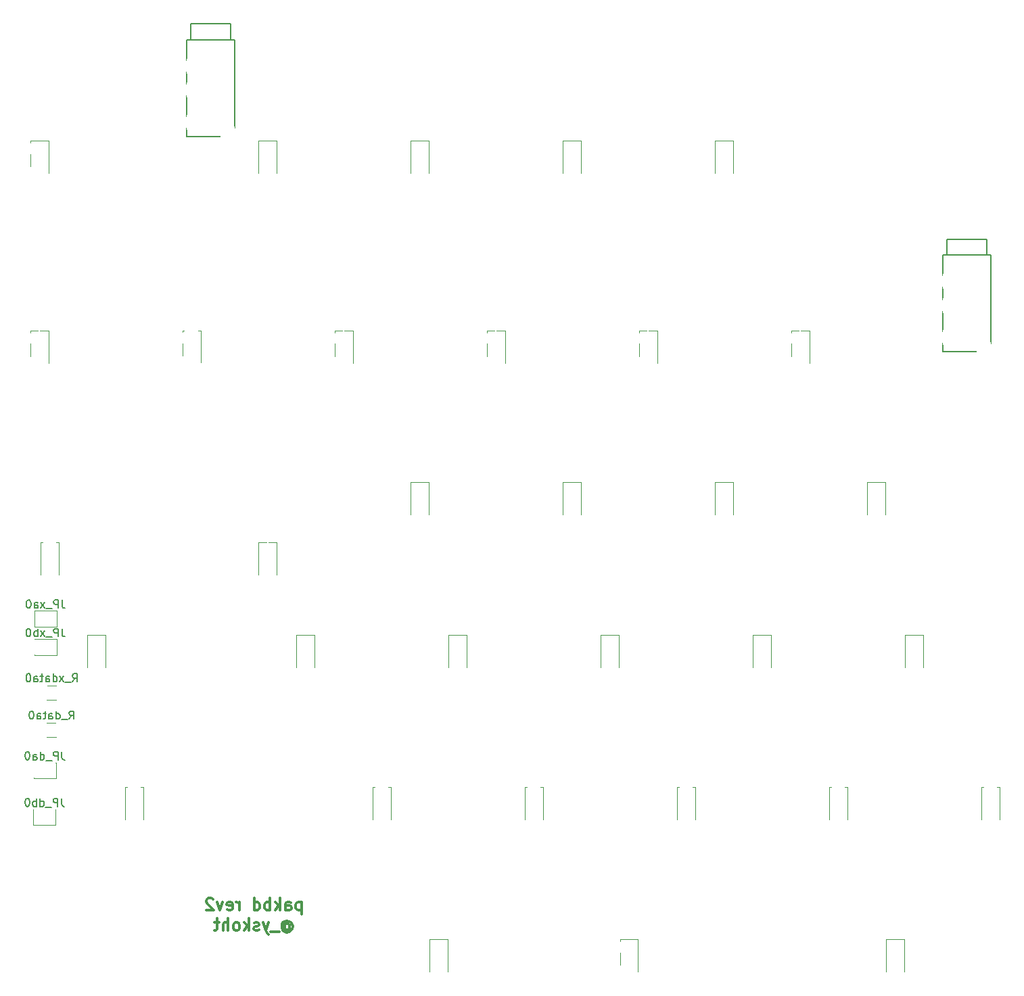
<source format=gbo>
G04 #@! TF.GenerationSoftware,KiCad,Pcbnew,(5.0.2)-1*
G04 #@! TF.CreationDate,2019-02-16T22:04:27+09:00*
G04 #@! TF.ProjectId,pakbd,70616b62-642e-46b6-9963-61645f706362,1*
G04 #@! TF.SameCoordinates,Original*
G04 #@! TF.FileFunction,Legend,Bot*
G04 #@! TF.FilePolarity,Positive*
%FSLAX46Y46*%
G04 Gerber Fmt 4.6, Leading zero omitted, Abs format (unit mm)*
G04 Created by KiCad (PCBNEW (5.0.2)-1) date 2019/02/16 22:04:27*
%MOMM*%
%LPD*%
G01*
G04 APERTURE LIST*
%ADD10C,0.300000*%
%ADD11C,0.120000*%
%ADD12C,0.150000*%
%ADD13C,0.100000*%
%ADD14C,1.825000*%
%ADD15C,2.600000*%
%ADD16R,16.900000X1.400000*%
%ADD17R,14.687500X1.400000*%
%ADD18C,3.400000*%
%ADD19C,4.400000*%
%ADD20C,2.200000*%
%ADD21R,3.400000X2.900000*%
%ADD22R,1.400000X1.900000*%
%ADD23O,1.900000X2.700000*%
%ADD24C,1.600000*%
%ADD25R,18.900000X1.400000*%
%ADD26C,3.450000*%
%ADD27C,1.670000*%
%ADD28R,1.670000X1.670000*%
%ADD29C,1.797000*%
G04 APERTURE END LIST*
D10*
X64598571Y-135943571D02*
X64598571Y-137443571D01*
X64598571Y-136015000D02*
X64455714Y-135943571D01*
X64170000Y-135943571D01*
X64027142Y-136015000D01*
X63955714Y-136086428D01*
X63884285Y-136229285D01*
X63884285Y-136657857D01*
X63955714Y-136800714D01*
X64027142Y-136872142D01*
X64170000Y-136943571D01*
X64455714Y-136943571D01*
X64598571Y-136872142D01*
X62598571Y-136943571D02*
X62598571Y-136157857D01*
X62670000Y-136015000D01*
X62812857Y-135943571D01*
X63098571Y-135943571D01*
X63241428Y-136015000D01*
X62598571Y-136872142D02*
X62741428Y-136943571D01*
X63098571Y-136943571D01*
X63241428Y-136872142D01*
X63312857Y-136729285D01*
X63312857Y-136586428D01*
X63241428Y-136443571D01*
X63098571Y-136372142D01*
X62741428Y-136372142D01*
X62598571Y-136300714D01*
X61884285Y-136943571D02*
X61884285Y-135443571D01*
X61741428Y-136372142D02*
X61312857Y-136943571D01*
X61312857Y-135943571D02*
X61884285Y-136515000D01*
X60670000Y-136943571D02*
X60670000Y-135443571D01*
X60670000Y-136015000D02*
X60527142Y-135943571D01*
X60241428Y-135943571D01*
X60098571Y-136015000D01*
X60027142Y-136086428D01*
X59955714Y-136229285D01*
X59955714Y-136657857D01*
X60027142Y-136800714D01*
X60098571Y-136872142D01*
X60241428Y-136943571D01*
X60527142Y-136943571D01*
X60670000Y-136872142D01*
X58670000Y-136943571D02*
X58670000Y-135443571D01*
X58670000Y-136872142D02*
X58812857Y-136943571D01*
X59098571Y-136943571D01*
X59241428Y-136872142D01*
X59312857Y-136800714D01*
X59384285Y-136657857D01*
X59384285Y-136229285D01*
X59312857Y-136086428D01*
X59241428Y-136015000D01*
X59098571Y-135943571D01*
X58812857Y-135943571D01*
X58670000Y-136015000D01*
X56812857Y-136943571D02*
X56812857Y-135943571D01*
X56812857Y-136229285D02*
X56741428Y-136086428D01*
X56670000Y-136015000D01*
X56527142Y-135943571D01*
X56384285Y-135943571D01*
X55312857Y-136872142D02*
X55455714Y-136943571D01*
X55741428Y-136943571D01*
X55884285Y-136872142D01*
X55955714Y-136729285D01*
X55955714Y-136157857D01*
X55884285Y-136015000D01*
X55741428Y-135943571D01*
X55455714Y-135943571D01*
X55312857Y-136015000D01*
X55241428Y-136157857D01*
X55241428Y-136300714D01*
X55955714Y-136443571D01*
X54741428Y-135943571D02*
X54384285Y-136943571D01*
X54027142Y-135943571D01*
X53527142Y-135586428D02*
X53455714Y-135515000D01*
X53312857Y-135443571D01*
X52955714Y-135443571D01*
X52812857Y-135515000D01*
X52741428Y-135586428D01*
X52670000Y-135729285D01*
X52670000Y-135872142D01*
X52741428Y-136086428D01*
X53598571Y-136943571D01*
X52670000Y-136943571D01*
X62491428Y-138779285D02*
X62562857Y-138707857D01*
X62705714Y-138636428D01*
X62848571Y-138636428D01*
X62991428Y-138707857D01*
X63062857Y-138779285D01*
X63134285Y-138922142D01*
X63134285Y-139065000D01*
X63062857Y-139207857D01*
X62991428Y-139279285D01*
X62848571Y-139350714D01*
X62705714Y-139350714D01*
X62562857Y-139279285D01*
X62491428Y-139207857D01*
X62491428Y-138636428D02*
X62491428Y-139207857D01*
X62420000Y-139279285D01*
X62348571Y-139279285D01*
X62205714Y-139207857D01*
X62134285Y-139065000D01*
X62134285Y-138707857D01*
X62277142Y-138493571D01*
X62491428Y-138350714D01*
X62777142Y-138279285D01*
X63062857Y-138350714D01*
X63277142Y-138493571D01*
X63420000Y-138707857D01*
X63491428Y-138993571D01*
X63420000Y-139279285D01*
X63277142Y-139493571D01*
X63062857Y-139636428D01*
X62777142Y-139707857D01*
X62491428Y-139636428D01*
X62277142Y-139493571D01*
X61848571Y-139636428D02*
X60705714Y-139636428D01*
X60491428Y-138493571D02*
X60134285Y-139493571D01*
X59777142Y-138493571D02*
X60134285Y-139493571D01*
X60277142Y-139850714D01*
X60348571Y-139922142D01*
X60491428Y-139993571D01*
X59277142Y-139422142D02*
X59134285Y-139493571D01*
X58848571Y-139493571D01*
X58705714Y-139422142D01*
X58634285Y-139279285D01*
X58634285Y-139207857D01*
X58705714Y-139065000D01*
X58848571Y-138993571D01*
X59062857Y-138993571D01*
X59205714Y-138922142D01*
X59277142Y-138779285D01*
X59277142Y-138707857D01*
X59205714Y-138565000D01*
X59062857Y-138493571D01*
X58848571Y-138493571D01*
X58705714Y-138565000D01*
X57991428Y-139493571D02*
X57991428Y-137993571D01*
X57848571Y-138922142D02*
X57420000Y-139493571D01*
X57420000Y-138493571D02*
X57991428Y-139065000D01*
X56562857Y-139493571D02*
X56705714Y-139422142D01*
X56777142Y-139350714D01*
X56848571Y-139207857D01*
X56848571Y-138779285D01*
X56777142Y-138636428D01*
X56705714Y-138565000D01*
X56562857Y-138493571D01*
X56348571Y-138493571D01*
X56205714Y-138565000D01*
X56134285Y-138636428D01*
X56062857Y-138779285D01*
X56062857Y-139207857D01*
X56134285Y-139350714D01*
X56205714Y-139422142D01*
X56348571Y-139493571D01*
X56562857Y-139493571D01*
X55420000Y-139493571D02*
X55420000Y-137993571D01*
X54777142Y-139493571D02*
X54777142Y-138707857D01*
X54848571Y-138565000D01*
X54991428Y-138493571D01*
X55205714Y-138493571D01*
X55348571Y-138565000D01*
X55420000Y-138636428D01*
X54277142Y-138493571D02*
X53705714Y-138493571D01*
X54062857Y-137993571D02*
X54062857Y-139279285D01*
X53991428Y-139422142D01*
X53848571Y-139493571D01*
X53705714Y-139493571D01*
D11*
G04 #@! TO.C,D4*
X116370000Y-44660000D02*
X116370000Y-40600000D01*
X116370000Y-40600000D02*
X118640000Y-40600000D01*
X118640000Y-40600000D02*
X118640000Y-44660000D01*
G04 #@! TO.C,D0*
X30645000Y-44660000D02*
X30645000Y-40600000D01*
X30645000Y-40600000D02*
X32915000Y-40600000D01*
X32915000Y-40600000D02*
X32915000Y-44660000D01*
G04 #@! TO.C,D3*
X99590000Y-40600000D02*
X99590000Y-44660000D01*
X97320000Y-40600000D02*
X99590000Y-40600000D01*
X97320000Y-44660000D02*
X97320000Y-40600000D01*
G04 #@! TO.C,D5*
X32915000Y-64367500D02*
X32915000Y-68427500D01*
X30645000Y-64367500D02*
X32915000Y-64367500D01*
X30645000Y-68427500D02*
X30645000Y-64367500D01*
G04 #@! TO.C,D6*
X51965000Y-64337500D02*
X51965000Y-68397500D01*
X49695000Y-64337500D02*
X51965000Y-64337500D01*
X49695000Y-68397500D02*
X49695000Y-64337500D01*
G04 #@! TO.C,D7*
X71015000Y-64367500D02*
X71015000Y-68427500D01*
X68745000Y-64367500D02*
X71015000Y-64367500D01*
X68745000Y-68427500D02*
X68745000Y-64367500D01*
G04 #@! TO.C,D1*
X59220000Y-44660000D02*
X59220000Y-40600000D01*
X59220000Y-40600000D02*
X61490000Y-40600000D01*
X61490000Y-40600000D02*
X61490000Y-44660000D01*
G04 #@! TO.C,D28*
X151977500Y-121497500D02*
X151977500Y-125557500D01*
X149707500Y-121497500D02*
X151977500Y-121497500D01*
X149707500Y-125557500D02*
X149707500Y-121497500D01*
G04 #@! TO.C,D2*
X78270000Y-44660000D02*
X78270000Y-40600000D01*
X78270000Y-40600000D02*
X80540000Y-40600000D01*
X80540000Y-40600000D02*
X80540000Y-44660000D01*
G04 #@! TO.C,D25*
X92557500Y-125557500D02*
X92557500Y-121497500D01*
X92557500Y-121497500D02*
X94827500Y-121497500D01*
X94827500Y-121497500D02*
X94827500Y-125557500D01*
G04 #@! TO.C,D29*
X80651000Y-144657500D02*
X80651000Y-140597500D01*
X80651000Y-140597500D02*
X82921000Y-140597500D01*
X82921000Y-140597500D02*
X82921000Y-144657500D01*
G04 #@! TO.C,JP_da0*
X33860000Y-118450000D02*
X31060000Y-118450000D01*
X31060000Y-118450000D02*
X31060000Y-120450000D01*
X31060000Y-120450000D02*
X33860000Y-120450000D01*
X33860000Y-120450000D02*
X33860000Y-118450000D01*
G04 #@! TO.C,JP_xa0*
X33950000Y-99450000D02*
X31150000Y-99450000D01*
X31150000Y-99450000D02*
X31150000Y-101450000D01*
X31150000Y-101450000D02*
X33950000Y-101450000D01*
X33950000Y-101450000D02*
X33950000Y-99450000D01*
G04 #@! TO.C,R_xdata0*
X33942064Y-108800000D02*
X32737936Y-108800000D01*
X33942064Y-110620000D02*
X32737936Y-110620000D01*
G04 #@! TO.C,D18*
X63982500Y-106547500D02*
X63982500Y-102487500D01*
X63982500Y-102487500D02*
X66252500Y-102487500D01*
X66252500Y-102487500D02*
X66252500Y-106547500D01*
G04 #@! TO.C,D30*
X106733500Y-140597500D02*
X106733500Y-144657500D01*
X104463500Y-140597500D02*
X106733500Y-140597500D01*
X104463500Y-144657500D02*
X104463500Y-140597500D01*
G04 #@! TO.C,D8*
X87795000Y-68427500D02*
X87795000Y-64367500D01*
X87795000Y-64367500D02*
X90065000Y-64367500D01*
X90065000Y-64367500D02*
X90065000Y-68427500D01*
G04 #@! TO.C,D9*
X106845000Y-68427500D02*
X106845000Y-64367500D01*
X106845000Y-64367500D02*
X109115000Y-64367500D01*
X109115000Y-64367500D02*
X109115000Y-68427500D01*
G04 #@! TO.C,D26*
X111607500Y-125557500D02*
X111607500Y-121497500D01*
X111607500Y-121497500D02*
X113877500Y-121497500D01*
X113877500Y-121497500D02*
X113877500Y-125557500D01*
G04 #@! TO.C,R_data0*
X33912064Y-115280000D02*
X32707936Y-115280000D01*
X33912064Y-113460000D02*
X32707936Y-113460000D01*
G04 #@! TO.C,D13*
X78270000Y-87427500D02*
X78270000Y-83367500D01*
X78270000Y-83367500D02*
X80540000Y-83367500D01*
X80540000Y-83367500D02*
X80540000Y-87427500D01*
G04 #@! TO.C,D19*
X83032500Y-106547500D02*
X83032500Y-102487500D01*
X83032500Y-102487500D02*
X85302500Y-102487500D01*
X85302500Y-102487500D02*
X85302500Y-106547500D01*
G04 #@! TO.C,JP_db0*
X33840000Y-126290000D02*
X33840000Y-124290000D01*
X31040000Y-126290000D02*
X33840000Y-126290000D01*
X31040000Y-124290000D02*
X31040000Y-126290000D01*
X33840000Y-124290000D02*
X31040000Y-124290000D01*
D12*
G04 #@! TO.C,J0*
X50740000Y-25970000D02*
X55740000Y-25970000D01*
X55740000Y-25970000D02*
X55740000Y-27970000D01*
X50740000Y-25970000D02*
X50740000Y-27970000D01*
X50240000Y-40070000D02*
X56240000Y-40070000D01*
X56240000Y-40070000D02*
X56240000Y-27970000D01*
X56240000Y-27970000D02*
X50240000Y-27970000D01*
X50240000Y-27970000D02*
X50240000Y-40070000D01*
D11*
G04 #@! TO.C,JP_xb0*
X33940000Y-105020000D02*
X33940000Y-103020000D01*
X31140000Y-105020000D02*
X33940000Y-105020000D01*
X31140000Y-103020000D02*
X31140000Y-105020000D01*
X33940000Y-103020000D02*
X31140000Y-103020000D01*
G04 #@! TO.C,D11*
X31925000Y-94910000D02*
X31925000Y-90850000D01*
X31925000Y-90850000D02*
X34195000Y-90850000D01*
X34195000Y-90850000D02*
X34195000Y-94910000D01*
G04 #@! TO.C,D16*
X135420000Y-87427500D02*
X135420000Y-83367500D01*
X135420000Y-83367500D02*
X137690000Y-83367500D01*
X137690000Y-83367500D02*
X137690000Y-87427500D01*
G04 #@! TO.C,D17*
X40058900Y-102487500D02*
X40058900Y-106547500D01*
X37788900Y-102487500D02*
X40058900Y-102487500D01*
X37788900Y-106547500D02*
X37788900Y-102487500D01*
G04 #@! TO.C,D24*
X75777500Y-121497500D02*
X75777500Y-125557500D01*
X73507500Y-121497500D02*
X75777500Y-121497500D01*
X73507500Y-125557500D02*
X73507500Y-121497500D01*
G04 #@! TO.C,D27*
X132927500Y-121497500D02*
X132927500Y-125557500D01*
X130657500Y-121497500D02*
X132927500Y-121497500D01*
X130657500Y-125557500D02*
X130657500Y-121497500D01*
G04 #@! TO.C,D31*
X140071000Y-140597500D02*
X140071000Y-144657500D01*
X137801000Y-140597500D02*
X140071000Y-140597500D01*
X137801000Y-144657500D02*
X137801000Y-140597500D01*
D12*
G04 #@! TO.C,J1*
X144870000Y-54920000D02*
X144870000Y-67020000D01*
X150870000Y-54920000D02*
X144870000Y-54920000D01*
X150870000Y-67020000D02*
X150870000Y-54920000D01*
X144870000Y-67020000D02*
X150870000Y-67020000D01*
X145370000Y-52920000D02*
X145370000Y-54920000D01*
X150370000Y-52920000D02*
X150370000Y-54920000D01*
X145370000Y-52920000D02*
X150370000Y-52920000D01*
D11*
G04 #@! TO.C,D10*
X128165000Y-64367500D02*
X128165000Y-68427500D01*
X125895000Y-64367500D02*
X128165000Y-64367500D01*
X125895000Y-68427500D02*
X125895000Y-64367500D01*
G04 #@! TO.C,D23*
X44821100Y-121497500D02*
X44821100Y-125557500D01*
X42551100Y-121497500D02*
X44821100Y-121497500D01*
X42551100Y-125557500D02*
X42551100Y-121497500D01*
G04 #@! TO.C,D22*
X140182500Y-106547500D02*
X140182500Y-102487500D01*
X140182500Y-102487500D02*
X142452500Y-102487500D01*
X142452500Y-102487500D02*
X142452500Y-106547500D01*
G04 #@! TO.C,D12*
X59220000Y-94937500D02*
X59220000Y-90877500D01*
X59220000Y-90877500D02*
X61490000Y-90877500D01*
X61490000Y-90877500D02*
X61490000Y-94937500D01*
G04 #@! TO.C,D20*
X104352500Y-102487500D02*
X104352500Y-106547500D01*
X102082500Y-102487500D02*
X104352500Y-102487500D01*
X102082500Y-106547500D02*
X102082500Y-102487500D01*
G04 #@! TO.C,D14*
X99590000Y-83367500D02*
X99590000Y-87427500D01*
X97320000Y-83367500D02*
X99590000Y-83367500D01*
X97320000Y-87427500D02*
X97320000Y-83367500D01*
G04 #@! TO.C,D15*
X116370000Y-87427500D02*
X116370000Y-83367500D01*
X116370000Y-83367500D02*
X118640000Y-83367500D01*
X118640000Y-83367500D02*
X118640000Y-87427500D01*
G04 #@! TO.C,D21*
X123402500Y-102487500D02*
X123402500Y-106547500D01*
X121132500Y-102487500D02*
X123402500Y-102487500D01*
X121132500Y-106547500D02*
X121132500Y-102487500D01*
G04 #@! TO.C,JP_da0*
D12*
X34579047Y-117102380D02*
X34579047Y-117816666D01*
X34626666Y-117959523D01*
X34721904Y-118054761D01*
X34864761Y-118102380D01*
X34960000Y-118102380D01*
X34102857Y-118102380D02*
X34102857Y-117102380D01*
X33721904Y-117102380D01*
X33626666Y-117150000D01*
X33579047Y-117197619D01*
X33531428Y-117292857D01*
X33531428Y-117435714D01*
X33579047Y-117530952D01*
X33626666Y-117578571D01*
X33721904Y-117626190D01*
X34102857Y-117626190D01*
X33340952Y-118197619D02*
X32579047Y-118197619D01*
X31912380Y-118102380D02*
X31912380Y-117102380D01*
X31912380Y-118054761D02*
X32007619Y-118102380D01*
X32198095Y-118102380D01*
X32293333Y-118054761D01*
X32340952Y-118007142D01*
X32388571Y-117911904D01*
X32388571Y-117626190D01*
X32340952Y-117530952D01*
X32293333Y-117483333D01*
X32198095Y-117435714D01*
X32007619Y-117435714D01*
X31912380Y-117483333D01*
X31007619Y-118102380D02*
X31007619Y-117578571D01*
X31055238Y-117483333D01*
X31150476Y-117435714D01*
X31340952Y-117435714D01*
X31436190Y-117483333D01*
X31007619Y-118054761D02*
X31102857Y-118102380D01*
X31340952Y-118102380D01*
X31436190Y-118054761D01*
X31483809Y-117959523D01*
X31483809Y-117864285D01*
X31436190Y-117769047D01*
X31340952Y-117721428D01*
X31102857Y-117721428D01*
X31007619Y-117673809D01*
X30340952Y-117102380D02*
X30245714Y-117102380D01*
X30150476Y-117150000D01*
X30102857Y-117197619D01*
X30055238Y-117292857D01*
X30007619Y-117483333D01*
X30007619Y-117721428D01*
X30055238Y-117911904D01*
X30102857Y-118007142D01*
X30150476Y-118054761D01*
X30245714Y-118102380D01*
X30340952Y-118102380D01*
X30436190Y-118054761D01*
X30483809Y-118007142D01*
X30531428Y-117911904D01*
X30579047Y-117721428D01*
X30579047Y-117483333D01*
X30531428Y-117292857D01*
X30483809Y-117197619D01*
X30436190Y-117150000D01*
X30340952Y-117102380D01*
G04 #@! TO.C,JP_xa0*
X34621428Y-98102380D02*
X34621428Y-98816666D01*
X34669047Y-98959523D01*
X34764285Y-99054761D01*
X34907142Y-99102380D01*
X35002380Y-99102380D01*
X34145238Y-99102380D02*
X34145238Y-98102380D01*
X33764285Y-98102380D01*
X33669047Y-98150000D01*
X33621428Y-98197619D01*
X33573809Y-98292857D01*
X33573809Y-98435714D01*
X33621428Y-98530952D01*
X33669047Y-98578571D01*
X33764285Y-98626190D01*
X34145238Y-98626190D01*
X33383333Y-99197619D02*
X32621428Y-99197619D01*
X32478571Y-99102380D02*
X31954761Y-98435714D01*
X32478571Y-98435714D02*
X31954761Y-99102380D01*
X31145238Y-99102380D02*
X31145238Y-98578571D01*
X31192857Y-98483333D01*
X31288095Y-98435714D01*
X31478571Y-98435714D01*
X31573809Y-98483333D01*
X31145238Y-99054761D02*
X31240476Y-99102380D01*
X31478571Y-99102380D01*
X31573809Y-99054761D01*
X31621428Y-98959523D01*
X31621428Y-98864285D01*
X31573809Y-98769047D01*
X31478571Y-98721428D01*
X31240476Y-98721428D01*
X31145238Y-98673809D01*
X30478571Y-98102380D02*
X30383333Y-98102380D01*
X30288095Y-98150000D01*
X30240476Y-98197619D01*
X30192857Y-98292857D01*
X30145238Y-98483333D01*
X30145238Y-98721428D01*
X30192857Y-98911904D01*
X30240476Y-99007142D01*
X30288095Y-99054761D01*
X30383333Y-99102380D01*
X30478571Y-99102380D01*
X30573809Y-99054761D01*
X30621428Y-99007142D01*
X30669047Y-98911904D01*
X30716666Y-98721428D01*
X30716666Y-98483333D01*
X30669047Y-98292857D01*
X30621428Y-98197619D01*
X30573809Y-98150000D01*
X30478571Y-98102380D01*
G04 #@! TO.C,R_xdata0*
X35935238Y-108342380D02*
X36268571Y-107866190D01*
X36506666Y-108342380D02*
X36506666Y-107342380D01*
X36125714Y-107342380D01*
X36030476Y-107390000D01*
X35982857Y-107437619D01*
X35935238Y-107532857D01*
X35935238Y-107675714D01*
X35982857Y-107770952D01*
X36030476Y-107818571D01*
X36125714Y-107866190D01*
X36506666Y-107866190D01*
X35744761Y-108437619D02*
X34982857Y-108437619D01*
X34840000Y-108342380D02*
X34316190Y-107675714D01*
X34840000Y-107675714D02*
X34316190Y-108342380D01*
X33506666Y-108342380D02*
X33506666Y-107342380D01*
X33506666Y-108294761D02*
X33601904Y-108342380D01*
X33792380Y-108342380D01*
X33887619Y-108294761D01*
X33935238Y-108247142D01*
X33982857Y-108151904D01*
X33982857Y-107866190D01*
X33935238Y-107770952D01*
X33887619Y-107723333D01*
X33792380Y-107675714D01*
X33601904Y-107675714D01*
X33506666Y-107723333D01*
X32601904Y-108342380D02*
X32601904Y-107818571D01*
X32649523Y-107723333D01*
X32744761Y-107675714D01*
X32935238Y-107675714D01*
X33030476Y-107723333D01*
X32601904Y-108294761D02*
X32697142Y-108342380D01*
X32935238Y-108342380D01*
X33030476Y-108294761D01*
X33078095Y-108199523D01*
X33078095Y-108104285D01*
X33030476Y-108009047D01*
X32935238Y-107961428D01*
X32697142Y-107961428D01*
X32601904Y-107913809D01*
X32268571Y-107675714D02*
X31887619Y-107675714D01*
X32125714Y-107342380D02*
X32125714Y-108199523D01*
X32078095Y-108294761D01*
X31982857Y-108342380D01*
X31887619Y-108342380D01*
X31125714Y-108342380D02*
X31125714Y-107818571D01*
X31173333Y-107723333D01*
X31268571Y-107675714D01*
X31459047Y-107675714D01*
X31554285Y-107723333D01*
X31125714Y-108294761D02*
X31220952Y-108342380D01*
X31459047Y-108342380D01*
X31554285Y-108294761D01*
X31601904Y-108199523D01*
X31601904Y-108104285D01*
X31554285Y-108009047D01*
X31459047Y-107961428D01*
X31220952Y-107961428D01*
X31125714Y-107913809D01*
X30459047Y-107342380D02*
X30363809Y-107342380D01*
X30268571Y-107390000D01*
X30220952Y-107437619D01*
X30173333Y-107532857D01*
X30125714Y-107723333D01*
X30125714Y-107961428D01*
X30173333Y-108151904D01*
X30220952Y-108247142D01*
X30268571Y-108294761D01*
X30363809Y-108342380D01*
X30459047Y-108342380D01*
X30554285Y-108294761D01*
X30601904Y-108247142D01*
X30649523Y-108151904D01*
X30697142Y-107961428D01*
X30697142Y-107723333D01*
X30649523Y-107532857D01*
X30601904Y-107437619D01*
X30554285Y-107390000D01*
X30459047Y-107342380D01*
G04 #@! TO.C,R_data0*
X35500476Y-113002380D02*
X35833809Y-112526190D01*
X36071904Y-113002380D02*
X36071904Y-112002380D01*
X35690952Y-112002380D01*
X35595714Y-112050000D01*
X35548095Y-112097619D01*
X35500476Y-112192857D01*
X35500476Y-112335714D01*
X35548095Y-112430952D01*
X35595714Y-112478571D01*
X35690952Y-112526190D01*
X36071904Y-112526190D01*
X35310000Y-113097619D02*
X34548095Y-113097619D01*
X33881428Y-113002380D02*
X33881428Y-112002380D01*
X33881428Y-112954761D02*
X33976666Y-113002380D01*
X34167142Y-113002380D01*
X34262380Y-112954761D01*
X34310000Y-112907142D01*
X34357619Y-112811904D01*
X34357619Y-112526190D01*
X34310000Y-112430952D01*
X34262380Y-112383333D01*
X34167142Y-112335714D01*
X33976666Y-112335714D01*
X33881428Y-112383333D01*
X32976666Y-113002380D02*
X32976666Y-112478571D01*
X33024285Y-112383333D01*
X33119523Y-112335714D01*
X33310000Y-112335714D01*
X33405238Y-112383333D01*
X32976666Y-112954761D02*
X33071904Y-113002380D01*
X33310000Y-113002380D01*
X33405238Y-112954761D01*
X33452857Y-112859523D01*
X33452857Y-112764285D01*
X33405238Y-112669047D01*
X33310000Y-112621428D01*
X33071904Y-112621428D01*
X32976666Y-112573809D01*
X32643333Y-112335714D02*
X32262380Y-112335714D01*
X32500476Y-112002380D02*
X32500476Y-112859523D01*
X32452857Y-112954761D01*
X32357619Y-113002380D01*
X32262380Y-113002380D01*
X31500476Y-113002380D02*
X31500476Y-112478571D01*
X31548095Y-112383333D01*
X31643333Y-112335714D01*
X31833809Y-112335714D01*
X31929047Y-112383333D01*
X31500476Y-112954761D02*
X31595714Y-113002380D01*
X31833809Y-113002380D01*
X31929047Y-112954761D01*
X31976666Y-112859523D01*
X31976666Y-112764285D01*
X31929047Y-112669047D01*
X31833809Y-112621428D01*
X31595714Y-112621428D01*
X31500476Y-112573809D01*
X30833809Y-112002380D02*
X30738571Y-112002380D01*
X30643333Y-112050000D01*
X30595714Y-112097619D01*
X30548095Y-112192857D01*
X30500476Y-112383333D01*
X30500476Y-112621428D01*
X30548095Y-112811904D01*
X30595714Y-112907142D01*
X30643333Y-112954761D01*
X30738571Y-113002380D01*
X30833809Y-113002380D01*
X30929047Y-112954761D01*
X30976666Y-112907142D01*
X31024285Y-112811904D01*
X31071904Y-112621428D01*
X31071904Y-112383333D01*
X31024285Y-112192857D01*
X30976666Y-112097619D01*
X30929047Y-112050000D01*
X30833809Y-112002380D01*
G04 #@! TO.C,JP_db0*
X34559047Y-122942380D02*
X34559047Y-123656666D01*
X34606666Y-123799523D01*
X34701904Y-123894761D01*
X34844761Y-123942380D01*
X34940000Y-123942380D01*
X34082857Y-123942380D02*
X34082857Y-122942380D01*
X33701904Y-122942380D01*
X33606666Y-122990000D01*
X33559047Y-123037619D01*
X33511428Y-123132857D01*
X33511428Y-123275714D01*
X33559047Y-123370952D01*
X33606666Y-123418571D01*
X33701904Y-123466190D01*
X34082857Y-123466190D01*
X33320952Y-124037619D02*
X32559047Y-124037619D01*
X31892380Y-123942380D02*
X31892380Y-122942380D01*
X31892380Y-123894761D02*
X31987619Y-123942380D01*
X32178095Y-123942380D01*
X32273333Y-123894761D01*
X32320952Y-123847142D01*
X32368571Y-123751904D01*
X32368571Y-123466190D01*
X32320952Y-123370952D01*
X32273333Y-123323333D01*
X32178095Y-123275714D01*
X31987619Y-123275714D01*
X31892380Y-123323333D01*
X31416190Y-123942380D02*
X31416190Y-122942380D01*
X31416190Y-123323333D02*
X31320952Y-123275714D01*
X31130476Y-123275714D01*
X31035238Y-123323333D01*
X30987619Y-123370952D01*
X30940000Y-123466190D01*
X30940000Y-123751904D01*
X30987619Y-123847142D01*
X31035238Y-123894761D01*
X31130476Y-123942380D01*
X31320952Y-123942380D01*
X31416190Y-123894761D01*
X30320952Y-122942380D02*
X30225714Y-122942380D01*
X30130476Y-122990000D01*
X30082857Y-123037619D01*
X30035238Y-123132857D01*
X29987619Y-123323333D01*
X29987619Y-123561428D01*
X30035238Y-123751904D01*
X30082857Y-123847142D01*
X30130476Y-123894761D01*
X30225714Y-123942380D01*
X30320952Y-123942380D01*
X30416190Y-123894761D01*
X30463809Y-123847142D01*
X30511428Y-123751904D01*
X30559047Y-123561428D01*
X30559047Y-123323333D01*
X30511428Y-123132857D01*
X30463809Y-123037619D01*
X30416190Y-122990000D01*
X30320952Y-122942380D01*
G04 #@! TO.C,JP_xb0*
X34611428Y-101672380D02*
X34611428Y-102386666D01*
X34659047Y-102529523D01*
X34754285Y-102624761D01*
X34897142Y-102672380D01*
X34992380Y-102672380D01*
X34135238Y-102672380D02*
X34135238Y-101672380D01*
X33754285Y-101672380D01*
X33659047Y-101720000D01*
X33611428Y-101767619D01*
X33563809Y-101862857D01*
X33563809Y-102005714D01*
X33611428Y-102100952D01*
X33659047Y-102148571D01*
X33754285Y-102196190D01*
X34135238Y-102196190D01*
X33373333Y-102767619D02*
X32611428Y-102767619D01*
X32468571Y-102672380D02*
X31944761Y-102005714D01*
X32468571Y-102005714D02*
X31944761Y-102672380D01*
X31563809Y-102672380D02*
X31563809Y-101672380D01*
X31563809Y-102053333D02*
X31468571Y-102005714D01*
X31278095Y-102005714D01*
X31182857Y-102053333D01*
X31135238Y-102100952D01*
X31087619Y-102196190D01*
X31087619Y-102481904D01*
X31135238Y-102577142D01*
X31182857Y-102624761D01*
X31278095Y-102672380D01*
X31468571Y-102672380D01*
X31563809Y-102624761D01*
X30468571Y-101672380D02*
X30373333Y-101672380D01*
X30278095Y-101720000D01*
X30230476Y-101767619D01*
X30182857Y-101862857D01*
X30135238Y-102053333D01*
X30135238Y-102291428D01*
X30182857Y-102481904D01*
X30230476Y-102577142D01*
X30278095Y-102624761D01*
X30373333Y-102672380D01*
X30468571Y-102672380D01*
X30563809Y-102624761D01*
X30611428Y-102577142D01*
X30659047Y-102481904D01*
X30706666Y-102291428D01*
X30706666Y-102053333D01*
X30659047Y-101862857D01*
X30611428Y-101767619D01*
X30563809Y-101720000D01*
X30468571Y-101672380D01*
G04 #@! TD*
%LPC*%
D13*
G04 #@! TO.C,D4*
G36*
X118291207Y-40661542D02*
X118322287Y-40666152D01*
X118352766Y-40673787D01*
X118382350Y-40684372D01*
X118410754Y-40697806D01*
X118437704Y-40713959D01*
X118462942Y-40732677D01*
X118486223Y-40753777D01*
X118507323Y-40777058D01*
X118526041Y-40802296D01*
X118542194Y-40829246D01*
X118555628Y-40857650D01*
X118566213Y-40887234D01*
X118573848Y-40917713D01*
X118578458Y-40948793D01*
X118580000Y-40980176D01*
X118580000Y-42164824D01*
X118578458Y-42196207D01*
X118573848Y-42227287D01*
X118566213Y-42257766D01*
X118555628Y-42287350D01*
X118542194Y-42315754D01*
X118526041Y-42342704D01*
X118507323Y-42367942D01*
X118486223Y-42391223D01*
X118462942Y-42412323D01*
X118437704Y-42431041D01*
X118410754Y-42447194D01*
X118382350Y-42460628D01*
X118352766Y-42471213D01*
X118322287Y-42478848D01*
X118291207Y-42483458D01*
X118259824Y-42485000D01*
X116750176Y-42485000D01*
X116718793Y-42483458D01*
X116687713Y-42478848D01*
X116657234Y-42471213D01*
X116627650Y-42460628D01*
X116599246Y-42447194D01*
X116572296Y-42431041D01*
X116547058Y-42412323D01*
X116523777Y-42391223D01*
X116502677Y-42367942D01*
X116483959Y-42342704D01*
X116467806Y-42315754D01*
X116454372Y-42287350D01*
X116443787Y-42257766D01*
X116436152Y-42227287D01*
X116431542Y-42196207D01*
X116430000Y-42164824D01*
X116430000Y-40980176D01*
X116431542Y-40948793D01*
X116436152Y-40917713D01*
X116443787Y-40887234D01*
X116454372Y-40857650D01*
X116467806Y-40829246D01*
X116483959Y-40802296D01*
X116502677Y-40777058D01*
X116523777Y-40753777D01*
X116547058Y-40732677D01*
X116572296Y-40713959D01*
X116599246Y-40697806D01*
X116627650Y-40684372D01*
X116657234Y-40673787D01*
X116687713Y-40666152D01*
X116718793Y-40661542D01*
X116750176Y-40660000D01*
X118259824Y-40660000D01*
X118291207Y-40661542D01*
X118291207Y-40661542D01*
G37*
D14*
X117505000Y-41572500D03*
D13*
G36*
X118291207Y-43636542D02*
X118322287Y-43641152D01*
X118352766Y-43648787D01*
X118382350Y-43659372D01*
X118410754Y-43672806D01*
X118437704Y-43688959D01*
X118462942Y-43707677D01*
X118486223Y-43728777D01*
X118507323Y-43752058D01*
X118526041Y-43777296D01*
X118542194Y-43804246D01*
X118555628Y-43832650D01*
X118566213Y-43862234D01*
X118573848Y-43892713D01*
X118578458Y-43923793D01*
X118580000Y-43955176D01*
X118580000Y-45139824D01*
X118578458Y-45171207D01*
X118573848Y-45202287D01*
X118566213Y-45232766D01*
X118555628Y-45262350D01*
X118542194Y-45290754D01*
X118526041Y-45317704D01*
X118507323Y-45342942D01*
X118486223Y-45366223D01*
X118462942Y-45387323D01*
X118437704Y-45406041D01*
X118410754Y-45422194D01*
X118382350Y-45435628D01*
X118352766Y-45446213D01*
X118322287Y-45453848D01*
X118291207Y-45458458D01*
X118259824Y-45460000D01*
X116750176Y-45460000D01*
X116718793Y-45458458D01*
X116687713Y-45453848D01*
X116657234Y-45446213D01*
X116627650Y-45435628D01*
X116599246Y-45422194D01*
X116572296Y-45406041D01*
X116547058Y-45387323D01*
X116523777Y-45366223D01*
X116502677Y-45342942D01*
X116483959Y-45317704D01*
X116467806Y-45290754D01*
X116454372Y-45262350D01*
X116443787Y-45232766D01*
X116436152Y-45202287D01*
X116431542Y-45171207D01*
X116430000Y-45139824D01*
X116430000Y-43955176D01*
X116431542Y-43923793D01*
X116436152Y-43892713D01*
X116443787Y-43862234D01*
X116454372Y-43832650D01*
X116467806Y-43804246D01*
X116483959Y-43777296D01*
X116502677Y-43752058D01*
X116523777Y-43728777D01*
X116547058Y-43707677D01*
X116572296Y-43688959D01*
X116599246Y-43672806D01*
X116627650Y-43659372D01*
X116657234Y-43648787D01*
X116687713Y-43641152D01*
X116718793Y-43636542D01*
X116750176Y-43635000D01*
X118259824Y-43635000D01*
X118291207Y-43636542D01*
X118291207Y-43636542D01*
G37*
D14*
X117505000Y-44547500D03*
G04 #@! TD*
D13*
G04 #@! TO.C,D0*
G36*
X32566207Y-40661542D02*
X32597287Y-40666152D01*
X32627766Y-40673787D01*
X32657350Y-40684372D01*
X32685754Y-40697806D01*
X32712704Y-40713959D01*
X32737942Y-40732677D01*
X32761223Y-40753777D01*
X32782323Y-40777058D01*
X32801041Y-40802296D01*
X32817194Y-40829246D01*
X32830628Y-40857650D01*
X32841213Y-40887234D01*
X32848848Y-40917713D01*
X32853458Y-40948793D01*
X32855000Y-40980176D01*
X32855000Y-42164824D01*
X32853458Y-42196207D01*
X32848848Y-42227287D01*
X32841213Y-42257766D01*
X32830628Y-42287350D01*
X32817194Y-42315754D01*
X32801041Y-42342704D01*
X32782323Y-42367942D01*
X32761223Y-42391223D01*
X32737942Y-42412323D01*
X32712704Y-42431041D01*
X32685754Y-42447194D01*
X32657350Y-42460628D01*
X32627766Y-42471213D01*
X32597287Y-42478848D01*
X32566207Y-42483458D01*
X32534824Y-42485000D01*
X31025176Y-42485000D01*
X30993793Y-42483458D01*
X30962713Y-42478848D01*
X30932234Y-42471213D01*
X30902650Y-42460628D01*
X30874246Y-42447194D01*
X30847296Y-42431041D01*
X30822058Y-42412323D01*
X30798777Y-42391223D01*
X30777677Y-42367942D01*
X30758959Y-42342704D01*
X30742806Y-42315754D01*
X30729372Y-42287350D01*
X30718787Y-42257766D01*
X30711152Y-42227287D01*
X30706542Y-42196207D01*
X30705000Y-42164824D01*
X30705000Y-40980176D01*
X30706542Y-40948793D01*
X30711152Y-40917713D01*
X30718787Y-40887234D01*
X30729372Y-40857650D01*
X30742806Y-40829246D01*
X30758959Y-40802296D01*
X30777677Y-40777058D01*
X30798777Y-40753777D01*
X30822058Y-40732677D01*
X30847296Y-40713959D01*
X30874246Y-40697806D01*
X30902650Y-40684372D01*
X30932234Y-40673787D01*
X30962713Y-40666152D01*
X30993793Y-40661542D01*
X31025176Y-40660000D01*
X32534824Y-40660000D01*
X32566207Y-40661542D01*
X32566207Y-40661542D01*
G37*
D14*
X31780000Y-41572500D03*
D13*
G36*
X32566207Y-43636542D02*
X32597287Y-43641152D01*
X32627766Y-43648787D01*
X32657350Y-43659372D01*
X32685754Y-43672806D01*
X32712704Y-43688959D01*
X32737942Y-43707677D01*
X32761223Y-43728777D01*
X32782323Y-43752058D01*
X32801041Y-43777296D01*
X32817194Y-43804246D01*
X32830628Y-43832650D01*
X32841213Y-43862234D01*
X32848848Y-43892713D01*
X32853458Y-43923793D01*
X32855000Y-43955176D01*
X32855000Y-45139824D01*
X32853458Y-45171207D01*
X32848848Y-45202287D01*
X32841213Y-45232766D01*
X32830628Y-45262350D01*
X32817194Y-45290754D01*
X32801041Y-45317704D01*
X32782323Y-45342942D01*
X32761223Y-45366223D01*
X32737942Y-45387323D01*
X32712704Y-45406041D01*
X32685754Y-45422194D01*
X32657350Y-45435628D01*
X32627766Y-45446213D01*
X32597287Y-45453848D01*
X32566207Y-45458458D01*
X32534824Y-45460000D01*
X31025176Y-45460000D01*
X30993793Y-45458458D01*
X30962713Y-45453848D01*
X30932234Y-45446213D01*
X30902650Y-45435628D01*
X30874246Y-45422194D01*
X30847296Y-45406041D01*
X30822058Y-45387323D01*
X30798777Y-45366223D01*
X30777677Y-45342942D01*
X30758959Y-45317704D01*
X30742806Y-45290754D01*
X30729372Y-45262350D01*
X30718787Y-45232766D01*
X30711152Y-45202287D01*
X30706542Y-45171207D01*
X30705000Y-45139824D01*
X30705000Y-43955176D01*
X30706542Y-43923793D01*
X30711152Y-43892713D01*
X30718787Y-43862234D01*
X30729372Y-43832650D01*
X30742806Y-43804246D01*
X30758959Y-43777296D01*
X30777677Y-43752058D01*
X30798777Y-43728777D01*
X30822058Y-43707677D01*
X30847296Y-43688959D01*
X30874246Y-43672806D01*
X30902650Y-43659372D01*
X30932234Y-43648787D01*
X30962713Y-43641152D01*
X30993793Y-43636542D01*
X31025176Y-43635000D01*
X32534824Y-43635000D01*
X32566207Y-43636542D01*
X32566207Y-43636542D01*
G37*
D14*
X31780000Y-44547500D03*
G04 #@! TD*
D13*
G04 #@! TO.C,D3*
G36*
X99241207Y-43636542D02*
X99272287Y-43641152D01*
X99302766Y-43648787D01*
X99332350Y-43659372D01*
X99360754Y-43672806D01*
X99387704Y-43688959D01*
X99412942Y-43707677D01*
X99436223Y-43728777D01*
X99457323Y-43752058D01*
X99476041Y-43777296D01*
X99492194Y-43804246D01*
X99505628Y-43832650D01*
X99516213Y-43862234D01*
X99523848Y-43892713D01*
X99528458Y-43923793D01*
X99530000Y-43955176D01*
X99530000Y-45139824D01*
X99528458Y-45171207D01*
X99523848Y-45202287D01*
X99516213Y-45232766D01*
X99505628Y-45262350D01*
X99492194Y-45290754D01*
X99476041Y-45317704D01*
X99457323Y-45342942D01*
X99436223Y-45366223D01*
X99412942Y-45387323D01*
X99387704Y-45406041D01*
X99360754Y-45422194D01*
X99332350Y-45435628D01*
X99302766Y-45446213D01*
X99272287Y-45453848D01*
X99241207Y-45458458D01*
X99209824Y-45460000D01*
X97700176Y-45460000D01*
X97668793Y-45458458D01*
X97637713Y-45453848D01*
X97607234Y-45446213D01*
X97577650Y-45435628D01*
X97549246Y-45422194D01*
X97522296Y-45406041D01*
X97497058Y-45387323D01*
X97473777Y-45366223D01*
X97452677Y-45342942D01*
X97433959Y-45317704D01*
X97417806Y-45290754D01*
X97404372Y-45262350D01*
X97393787Y-45232766D01*
X97386152Y-45202287D01*
X97381542Y-45171207D01*
X97380000Y-45139824D01*
X97380000Y-43955176D01*
X97381542Y-43923793D01*
X97386152Y-43892713D01*
X97393787Y-43862234D01*
X97404372Y-43832650D01*
X97417806Y-43804246D01*
X97433959Y-43777296D01*
X97452677Y-43752058D01*
X97473777Y-43728777D01*
X97497058Y-43707677D01*
X97522296Y-43688959D01*
X97549246Y-43672806D01*
X97577650Y-43659372D01*
X97607234Y-43648787D01*
X97637713Y-43641152D01*
X97668793Y-43636542D01*
X97700176Y-43635000D01*
X99209824Y-43635000D01*
X99241207Y-43636542D01*
X99241207Y-43636542D01*
G37*
D14*
X98455000Y-44547500D03*
D13*
G36*
X99241207Y-40661542D02*
X99272287Y-40666152D01*
X99302766Y-40673787D01*
X99332350Y-40684372D01*
X99360754Y-40697806D01*
X99387704Y-40713959D01*
X99412942Y-40732677D01*
X99436223Y-40753777D01*
X99457323Y-40777058D01*
X99476041Y-40802296D01*
X99492194Y-40829246D01*
X99505628Y-40857650D01*
X99516213Y-40887234D01*
X99523848Y-40917713D01*
X99528458Y-40948793D01*
X99530000Y-40980176D01*
X99530000Y-42164824D01*
X99528458Y-42196207D01*
X99523848Y-42227287D01*
X99516213Y-42257766D01*
X99505628Y-42287350D01*
X99492194Y-42315754D01*
X99476041Y-42342704D01*
X99457323Y-42367942D01*
X99436223Y-42391223D01*
X99412942Y-42412323D01*
X99387704Y-42431041D01*
X99360754Y-42447194D01*
X99332350Y-42460628D01*
X99302766Y-42471213D01*
X99272287Y-42478848D01*
X99241207Y-42483458D01*
X99209824Y-42485000D01*
X97700176Y-42485000D01*
X97668793Y-42483458D01*
X97637713Y-42478848D01*
X97607234Y-42471213D01*
X97577650Y-42460628D01*
X97549246Y-42447194D01*
X97522296Y-42431041D01*
X97497058Y-42412323D01*
X97473777Y-42391223D01*
X97452677Y-42367942D01*
X97433959Y-42342704D01*
X97417806Y-42315754D01*
X97404372Y-42287350D01*
X97393787Y-42257766D01*
X97386152Y-42227287D01*
X97381542Y-42196207D01*
X97380000Y-42164824D01*
X97380000Y-40980176D01*
X97381542Y-40948793D01*
X97386152Y-40917713D01*
X97393787Y-40887234D01*
X97404372Y-40857650D01*
X97417806Y-40829246D01*
X97433959Y-40802296D01*
X97452677Y-40777058D01*
X97473777Y-40753777D01*
X97497058Y-40732677D01*
X97522296Y-40713959D01*
X97549246Y-40697806D01*
X97577650Y-40684372D01*
X97607234Y-40673787D01*
X97637713Y-40666152D01*
X97668793Y-40661542D01*
X97700176Y-40660000D01*
X99209824Y-40660000D01*
X99241207Y-40661542D01*
X99241207Y-40661542D01*
G37*
D14*
X98455000Y-41572500D03*
G04 #@! TD*
D13*
G04 #@! TO.C,D5*
G36*
X32566207Y-67404042D02*
X32597287Y-67408652D01*
X32627766Y-67416287D01*
X32657350Y-67426872D01*
X32685754Y-67440306D01*
X32712704Y-67456459D01*
X32737942Y-67475177D01*
X32761223Y-67496277D01*
X32782323Y-67519558D01*
X32801041Y-67544796D01*
X32817194Y-67571746D01*
X32830628Y-67600150D01*
X32841213Y-67629734D01*
X32848848Y-67660213D01*
X32853458Y-67691293D01*
X32855000Y-67722676D01*
X32855000Y-68907324D01*
X32853458Y-68938707D01*
X32848848Y-68969787D01*
X32841213Y-69000266D01*
X32830628Y-69029850D01*
X32817194Y-69058254D01*
X32801041Y-69085204D01*
X32782323Y-69110442D01*
X32761223Y-69133723D01*
X32737942Y-69154823D01*
X32712704Y-69173541D01*
X32685754Y-69189694D01*
X32657350Y-69203128D01*
X32627766Y-69213713D01*
X32597287Y-69221348D01*
X32566207Y-69225958D01*
X32534824Y-69227500D01*
X31025176Y-69227500D01*
X30993793Y-69225958D01*
X30962713Y-69221348D01*
X30932234Y-69213713D01*
X30902650Y-69203128D01*
X30874246Y-69189694D01*
X30847296Y-69173541D01*
X30822058Y-69154823D01*
X30798777Y-69133723D01*
X30777677Y-69110442D01*
X30758959Y-69085204D01*
X30742806Y-69058254D01*
X30729372Y-69029850D01*
X30718787Y-69000266D01*
X30711152Y-68969787D01*
X30706542Y-68938707D01*
X30705000Y-68907324D01*
X30705000Y-67722676D01*
X30706542Y-67691293D01*
X30711152Y-67660213D01*
X30718787Y-67629734D01*
X30729372Y-67600150D01*
X30742806Y-67571746D01*
X30758959Y-67544796D01*
X30777677Y-67519558D01*
X30798777Y-67496277D01*
X30822058Y-67475177D01*
X30847296Y-67456459D01*
X30874246Y-67440306D01*
X30902650Y-67426872D01*
X30932234Y-67416287D01*
X30962713Y-67408652D01*
X30993793Y-67404042D01*
X31025176Y-67402500D01*
X32534824Y-67402500D01*
X32566207Y-67404042D01*
X32566207Y-67404042D01*
G37*
D14*
X31780000Y-68315000D03*
D13*
G36*
X32566207Y-64429042D02*
X32597287Y-64433652D01*
X32627766Y-64441287D01*
X32657350Y-64451872D01*
X32685754Y-64465306D01*
X32712704Y-64481459D01*
X32737942Y-64500177D01*
X32761223Y-64521277D01*
X32782323Y-64544558D01*
X32801041Y-64569796D01*
X32817194Y-64596746D01*
X32830628Y-64625150D01*
X32841213Y-64654734D01*
X32848848Y-64685213D01*
X32853458Y-64716293D01*
X32855000Y-64747676D01*
X32855000Y-65932324D01*
X32853458Y-65963707D01*
X32848848Y-65994787D01*
X32841213Y-66025266D01*
X32830628Y-66054850D01*
X32817194Y-66083254D01*
X32801041Y-66110204D01*
X32782323Y-66135442D01*
X32761223Y-66158723D01*
X32737942Y-66179823D01*
X32712704Y-66198541D01*
X32685754Y-66214694D01*
X32657350Y-66228128D01*
X32627766Y-66238713D01*
X32597287Y-66246348D01*
X32566207Y-66250958D01*
X32534824Y-66252500D01*
X31025176Y-66252500D01*
X30993793Y-66250958D01*
X30962713Y-66246348D01*
X30932234Y-66238713D01*
X30902650Y-66228128D01*
X30874246Y-66214694D01*
X30847296Y-66198541D01*
X30822058Y-66179823D01*
X30798777Y-66158723D01*
X30777677Y-66135442D01*
X30758959Y-66110204D01*
X30742806Y-66083254D01*
X30729372Y-66054850D01*
X30718787Y-66025266D01*
X30711152Y-65994787D01*
X30706542Y-65963707D01*
X30705000Y-65932324D01*
X30705000Y-64747676D01*
X30706542Y-64716293D01*
X30711152Y-64685213D01*
X30718787Y-64654734D01*
X30729372Y-64625150D01*
X30742806Y-64596746D01*
X30758959Y-64569796D01*
X30777677Y-64544558D01*
X30798777Y-64521277D01*
X30822058Y-64500177D01*
X30847296Y-64481459D01*
X30874246Y-64465306D01*
X30902650Y-64451872D01*
X30932234Y-64441287D01*
X30962713Y-64433652D01*
X30993793Y-64429042D01*
X31025176Y-64427500D01*
X32534824Y-64427500D01*
X32566207Y-64429042D01*
X32566207Y-64429042D01*
G37*
D14*
X31780000Y-65340000D03*
G04 #@! TD*
D15*
G04 #@! TO.C,REF\002A\002A*
X77500000Y-71830000D03*
G04 #@! TD*
D13*
G04 #@! TO.C,D6*
G36*
X51616207Y-67374042D02*
X51647287Y-67378652D01*
X51677766Y-67386287D01*
X51707350Y-67396872D01*
X51735754Y-67410306D01*
X51762704Y-67426459D01*
X51787942Y-67445177D01*
X51811223Y-67466277D01*
X51832323Y-67489558D01*
X51851041Y-67514796D01*
X51867194Y-67541746D01*
X51880628Y-67570150D01*
X51891213Y-67599734D01*
X51898848Y-67630213D01*
X51903458Y-67661293D01*
X51905000Y-67692676D01*
X51905000Y-68877324D01*
X51903458Y-68908707D01*
X51898848Y-68939787D01*
X51891213Y-68970266D01*
X51880628Y-68999850D01*
X51867194Y-69028254D01*
X51851041Y-69055204D01*
X51832323Y-69080442D01*
X51811223Y-69103723D01*
X51787942Y-69124823D01*
X51762704Y-69143541D01*
X51735754Y-69159694D01*
X51707350Y-69173128D01*
X51677766Y-69183713D01*
X51647287Y-69191348D01*
X51616207Y-69195958D01*
X51584824Y-69197500D01*
X50075176Y-69197500D01*
X50043793Y-69195958D01*
X50012713Y-69191348D01*
X49982234Y-69183713D01*
X49952650Y-69173128D01*
X49924246Y-69159694D01*
X49897296Y-69143541D01*
X49872058Y-69124823D01*
X49848777Y-69103723D01*
X49827677Y-69080442D01*
X49808959Y-69055204D01*
X49792806Y-69028254D01*
X49779372Y-68999850D01*
X49768787Y-68970266D01*
X49761152Y-68939787D01*
X49756542Y-68908707D01*
X49755000Y-68877324D01*
X49755000Y-67692676D01*
X49756542Y-67661293D01*
X49761152Y-67630213D01*
X49768787Y-67599734D01*
X49779372Y-67570150D01*
X49792806Y-67541746D01*
X49808959Y-67514796D01*
X49827677Y-67489558D01*
X49848777Y-67466277D01*
X49872058Y-67445177D01*
X49897296Y-67426459D01*
X49924246Y-67410306D01*
X49952650Y-67396872D01*
X49982234Y-67386287D01*
X50012713Y-67378652D01*
X50043793Y-67374042D01*
X50075176Y-67372500D01*
X51584824Y-67372500D01*
X51616207Y-67374042D01*
X51616207Y-67374042D01*
G37*
D14*
X50830000Y-68285000D03*
D13*
G36*
X51616207Y-64399042D02*
X51647287Y-64403652D01*
X51677766Y-64411287D01*
X51707350Y-64421872D01*
X51735754Y-64435306D01*
X51762704Y-64451459D01*
X51787942Y-64470177D01*
X51811223Y-64491277D01*
X51832323Y-64514558D01*
X51851041Y-64539796D01*
X51867194Y-64566746D01*
X51880628Y-64595150D01*
X51891213Y-64624734D01*
X51898848Y-64655213D01*
X51903458Y-64686293D01*
X51905000Y-64717676D01*
X51905000Y-65902324D01*
X51903458Y-65933707D01*
X51898848Y-65964787D01*
X51891213Y-65995266D01*
X51880628Y-66024850D01*
X51867194Y-66053254D01*
X51851041Y-66080204D01*
X51832323Y-66105442D01*
X51811223Y-66128723D01*
X51787942Y-66149823D01*
X51762704Y-66168541D01*
X51735754Y-66184694D01*
X51707350Y-66198128D01*
X51677766Y-66208713D01*
X51647287Y-66216348D01*
X51616207Y-66220958D01*
X51584824Y-66222500D01*
X50075176Y-66222500D01*
X50043793Y-66220958D01*
X50012713Y-66216348D01*
X49982234Y-66208713D01*
X49952650Y-66198128D01*
X49924246Y-66184694D01*
X49897296Y-66168541D01*
X49872058Y-66149823D01*
X49848777Y-66128723D01*
X49827677Y-66105442D01*
X49808959Y-66080204D01*
X49792806Y-66053254D01*
X49779372Y-66024850D01*
X49768787Y-65995266D01*
X49761152Y-65964787D01*
X49756542Y-65933707D01*
X49755000Y-65902324D01*
X49755000Y-64717676D01*
X49756542Y-64686293D01*
X49761152Y-64655213D01*
X49768787Y-64624734D01*
X49779372Y-64595150D01*
X49792806Y-64566746D01*
X49808959Y-64539796D01*
X49827677Y-64514558D01*
X49848777Y-64491277D01*
X49872058Y-64470177D01*
X49897296Y-64451459D01*
X49924246Y-64435306D01*
X49952650Y-64421872D01*
X49982234Y-64411287D01*
X50012713Y-64403652D01*
X50043793Y-64399042D01*
X50075176Y-64397500D01*
X51584824Y-64397500D01*
X51616207Y-64399042D01*
X51616207Y-64399042D01*
G37*
D14*
X50830000Y-65310000D03*
G04 #@! TD*
D13*
G04 #@! TO.C,D7*
G36*
X70666207Y-67404042D02*
X70697287Y-67408652D01*
X70727766Y-67416287D01*
X70757350Y-67426872D01*
X70785754Y-67440306D01*
X70812704Y-67456459D01*
X70837942Y-67475177D01*
X70861223Y-67496277D01*
X70882323Y-67519558D01*
X70901041Y-67544796D01*
X70917194Y-67571746D01*
X70930628Y-67600150D01*
X70941213Y-67629734D01*
X70948848Y-67660213D01*
X70953458Y-67691293D01*
X70955000Y-67722676D01*
X70955000Y-68907324D01*
X70953458Y-68938707D01*
X70948848Y-68969787D01*
X70941213Y-69000266D01*
X70930628Y-69029850D01*
X70917194Y-69058254D01*
X70901041Y-69085204D01*
X70882323Y-69110442D01*
X70861223Y-69133723D01*
X70837942Y-69154823D01*
X70812704Y-69173541D01*
X70785754Y-69189694D01*
X70757350Y-69203128D01*
X70727766Y-69213713D01*
X70697287Y-69221348D01*
X70666207Y-69225958D01*
X70634824Y-69227500D01*
X69125176Y-69227500D01*
X69093793Y-69225958D01*
X69062713Y-69221348D01*
X69032234Y-69213713D01*
X69002650Y-69203128D01*
X68974246Y-69189694D01*
X68947296Y-69173541D01*
X68922058Y-69154823D01*
X68898777Y-69133723D01*
X68877677Y-69110442D01*
X68858959Y-69085204D01*
X68842806Y-69058254D01*
X68829372Y-69029850D01*
X68818787Y-69000266D01*
X68811152Y-68969787D01*
X68806542Y-68938707D01*
X68805000Y-68907324D01*
X68805000Y-67722676D01*
X68806542Y-67691293D01*
X68811152Y-67660213D01*
X68818787Y-67629734D01*
X68829372Y-67600150D01*
X68842806Y-67571746D01*
X68858959Y-67544796D01*
X68877677Y-67519558D01*
X68898777Y-67496277D01*
X68922058Y-67475177D01*
X68947296Y-67456459D01*
X68974246Y-67440306D01*
X69002650Y-67426872D01*
X69032234Y-67416287D01*
X69062713Y-67408652D01*
X69093793Y-67404042D01*
X69125176Y-67402500D01*
X70634824Y-67402500D01*
X70666207Y-67404042D01*
X70666207Y-67404042D01*
G37*
D14*
X69880000Y-68315000D03*
D13*
G36*
X70666207Y-64429042D02*
X70697287Y-64433652D01*
X70727766Y-64441287D01*
X70757350Y-64451872D01*
X70785754Y-64465306D01*
X70812704Y-64481459D01*
X70837942Y-64500177D01*
X70861223Y-64521277D01*
X70882323Y-64544558D01*
X70901041Y-64569796D01*
X70917194Y-64596746D01*
X70930628Y-64625150D01*
X70941213Y-64654734D01*
X70948848Y-64685213D01*
X70953458Y-64716293D01*
X70955000Y-64747676D01*
X70955000Y-65932324D01*
X70953458Y-65963707D01*
X70948848Y-65994787D01*
X70941213Y-66025266D01*
X70930628Y-66054850D01*
X70917194Y-66083254D01*
X70901041Y-66110204D01*
X70882323Y-66135442D01*
X70861223Y-66158723D01*
X70837942Y-66179823D01*
X70812704Y-66198541D01*
X70785754Y-66214694D01*
X70757350Y-66228128D01*
X70727766Y-66238713D01*
X70697287Y-66246348D01*
X70666207Y-66250958D01*
X70634824Y-66252500D01*
X69125176Y-66252500D01*
X69093793Y-66250958D01*
X69062713Y-66246348D01*
X69032234Y-66238713D01*
X69002650Y-66228128D01*
X68974246Y-66214694D01*
X68947296Y-66198541D01*
X68922058Y-66179823D01*
X68898777Y-66158723D01*
X68877677Y-66135442D01*
X68858959Y-66110204D01*
X68842806Y-66083254D01*
X68829372Y-66054850D01*
X68818787Y-66025266D01*
X68811152Y-65994787D01*
X68806542Y-65963707D01*
X68805000Y-65932324D01*
X68805000Y-64747676D01*
X68806542Y-64716293D01*
X68811152Y-64685213D01*
X68818787Y-64654734D01*
X68829372Y-64625150D01*
X68842806Y-64596746D01*
X68858959Y-64569796D01*
X68877677Y-64544558D01*
X68898777Y-64521277D01*
X68922058Y-64500177D01*
X68947296Y-64481459D01*
X68974246Y-64465306D01*
X69002650Y-64451872D01*
X69032234Y-64441287D01*
X69062713Y-64433652D01*
X69093793Y-64429042D01*
X69125176Y-64427500D01*
X70634824Y-64427500D01*
X70666207Y-64429042D01*
X70666207Y-64429042D01*
G37*
D14*
X69880000Y-65340000D03*
G04 #@! TD*
D13*
G04 #@! TO.C,D1*
G36*
X61141207Y-40661542D02*
X61172287Y-40666152D01*
X61202766Y-40673787D01*
X61232350Y-40684372D01*
X61260754Y-40697806D01*
X61287704Y-40713959D01*
X61312942Y-40732677D01*
X61336223Y-40753777D01*
X61357323Y-40777058D01*
X61376041Y-40802296D01*
X61392194Y-40829246D01*
X61405628Y-40857650D01*
X61416213Y-40887234D01*
X61423848Y-40917713D01*
X61428458Y-40948793D01*
X61430000Y-40980176D01*
X61430000Y-42164824D01*
X61428458Y-42196207D01*
X61423848Y-42227287D01*
X61416213Y-42257766D01*
X61405628Y-42287350D01*
X61392194Y-42315754D01*
X61376041Y-42342704D01*
X61357323Y-42367942D01*
X61336223Y-42391223D01*
X61312942Y-42412323D01*
X61287704Y-42431041D01*
X61260754Y-42447194D01*
X61232350Y-42460628D01*
X61202766Y-42471213D01*
X61172287Y-42478848D01*
X61141207Y-42483458D01*
X61109824Y-42485000D01*
X59600176Y-42485000D01*
X59568793Y-42483458D01*
X59537713Y-42478848D01*
X59507234Y-42471213D01*
X59477650Y-42460628D01*
X59449246Y-42447194D01*
X59422296Y-42431041D01*
X59397058Y-42412323D01*
X59373777Y-42391223D01*
X59352677Y-42367942D01*
X59333959Y-42342704D01*
X59317806Y-42315754D01*
X59304372Y-42287350D01*
X59293787Y-42257766D01*
X59286152Y-42227287D01*
X59281542Y-42196207D01*
X59280000Y-42164824D01*
X59280000Y-40980176D01*
X59281542Y-40948793D01*
X59286152Y-40917713D01*
X59293787Y-40887234D01*
X59304372Y-40857650D01*
X59317806Y-40829246D01*
X59333959Y-40802296D01*
X59352677Y-40777058D01*
X59373777Y-40753777D01*
X59397058Y-40732677D01*
X59422296Y-40713959D01*
X59449246Y-40697806D01*
X59477650Y-40684372D01*
X59507234Y-40673787D01*
X59537713Y-40666152D01*
X59568793Y-40661542D01*
X59600176Y-40660000D01*
X61109824Y-40660000D01*
X61141207Y-40661542D01*
X61141207Y-40661542D01*
G37*
D14*
X60355000Y-41572500D03*
D13*
G36*
X61141207Y-43636542D02*
X61172287Y-43641152D01*
X61202766Y-43648787D01*
X61232350Y-43659372D01*
X61260754Y-43672806D01*
X61287704Y-43688959D01*
X61312942Y-43707677D01*
X61336223Y-43728777D01*
X61357323Y-43752058D01*
X61376041Y-43777296D01*
X61392194Y-43804246D01*
X61405628Y-43832650D01*
X61416213Y-43862234D01*
X61423848Y-43892713D01*
X61428458Y-43923793D01*
X61430000Y-43955176D01*
X61430000Y-45139824D01*
X61428458Y-45171207D01*
X61423848Y-45202287D01*
X61416213Y-45232766D01*
X61405628Y-45262350D01*
X61392194Y-45290754D01*
X61376041Y-45317704D01*
X61357323Y-45342942D01*
X61336223Y-45366223D01*
X61312942Y-45387323D01*
X61287704Y-45406041D01*
X61260754Y-45422194D01*
X61232350Y-45435628D01*
X61202766Y-45446213D01*
X61172287Y-45453848D01*
X61141207Y-45458458D01*
X61109824Y-45460000D01*
X59600176Y-45460000D01*
X59568793Y-45458458D01*
X59537713Y-45453848D01*
X59507234Y-45446213D01*
X59477650Y-45435628D01*
X59449246Y-45422194D01*
X59422296Y-45406041D01*
X59397058Y-45387323D01*
X59373777Y-45366223D01*
X59352677Y-45342942D01*
X59333959Y-45317704D01*
X59317806Y-45290754D01*
X59304372Y-45262350D01*
X59293787Y-45232766D01*
X59286152Y-45202287D01*
X59281542Y-45171207D01*
X59280000Y-45139824D01*
X59280000Y-43955176D01*
X59281542Y-43923793D01*
X59286152Y-43892713D01*
X59293787Y-43862234D01*
X59304372Y-43832650D01*
X59317806Y-43804246D01*
X59333959Y-43777296D01*
X59352677Y-43752058D01*
X59373777Y-43728777D01*
X59397058Y-43707677D01*
X59422296Y-43688959D01*
X59449246Y-43672806D01*
X59477650Y-43659372D01*
X59507234Y-43648787D01*
X59537713Y-43641152D01*
X59568793Y-43636542D01*
X59600176Y-43635000D01*
X61109824Y-43635000D01*
X61141207Y-43636542D01*
X61141207Y-43636542D01*
G37*
D14*
X60355000Y-44547500D03*
G04 #@! TD*
D15*
G04 #@! TO.C,REF\002A\002A*
X72740000Y-109940000D03*
G04 #@! TD*
G04 #@! TO.C,REF\002A\002A*
X29880000Y-149020000D03*
G04 #@! TD*
G04 #@! TO.C,REF\002A\002A*
X165990000Y-149020000D03*
G04 #@! TD*
G04 #@! TO.C,REF\002A\002A*
X129880000Y-109890000D03*
G04 #@! TD*
G04 #@! TO.C,REF\002A\002A*
X137417500Y-27970000D03*
G04 #@! TD*
G04 #@! TO.C,REF\002A\002A*
X29880000Y-27970000D03*
G04 #@! TD*
G04 #@! TO.C,REF\002A\002A*
X29880000Y-54920000D03*
G04 #@! TD*
D13*
G04 #@! TO.C,D28*
G36*
X151628707Y-124534042D02*
X151659787Y-124538652D01*
X151690266Y-124546287D01*
X151719850Y-124556872D01*
X151748254Y-124570306D01*
X151775204Y-124586459D01*
X151800442Y-124605177D01*
X151823723Y-124626277D01*
X151844823Y-124649558D01*
X151863541Y-124674796D01*
X151879694Y-124701746D01*
X151893128Y-124730150D01*
X151903713Y-124759734D01*
X151911348Y-124790213D01*
X151915958Y-124821293D01*
X151917500Y-124852676D01*
X151917500Y-126037324D01*
X151915958Y-126068707D01*
X151911348Y-126099787D01*
X151903713Y-126130266D01*
X151893128Y-126159850D01*
X151879694Y-126188254D01*
X151863541Y-126215204D01*
X151844823Y-126240442D01*
X151823723Y-126263723D01*
X151800442Y-126284823D01*
X151775204Y-126303541D01*
X151748254Y-126319694D01*
X151719850Y-126333128D01*
X151690266Y-126343713D01*
X151659787Y-126351348D01*
X151628707Y-126355958D01*
X151597324Y-126357500D01*
X150087676Y-126357500D01*
X150056293Y-126355958D01*
X150025213Y-126351348D01*
X149994734Y-126343713D01*
X149965150Y-126333128D01*
X149936746Y-126319694D01*
X149909796Y-126303541D01*
X149884558Y-126284823D01*
X149861277Y-126263723D01*
X149840177Y-126240442D01*
X149821459Y-126215204D01*
X149805306Y-126188254D01*
X149791872Y-126159850D01*
X149781287Y-126130266D01*
X149773652Y-126099787D01*
X149769042Y-126068707D01*
X149767500Y-126037324D01*
X149767500Y-124852676D01*
X149769042Y-124821293D01*
X149773652Y-124790213D01*
X149781287Y-124759734D01*
X149791872Y-124730150D01*
X149805306Y-124701746D01*
X149821459Y-124674796D01*
X149840177Y-124649558D01*
X149861277Y-124626277D01*
X149884558Y-124605177D01*
X149909796Y-124586459D01*
X149936746Y-124570306D01*
X149965150Y-124556872D01*
X149994734Y-124546287D01*
X150025213Y-124538652D01*
X150056293Y-124534042D01*
X150087676Y-124532500D01*
X151597324Y-124532500D01*
X151628707Y-124534042D01*
X151628707Y-124534042D01*
G37*
D14*
X150842500Y-125445000D03*
D13*
G36*
X151628707Y-121559042D02*
X151659787Y-121563652D01*
X151690266Y-121571287D01*
X151719850Y-121581872D01*
X151748254Y-121595306D01*
X151775204Y-121611459D01*
X151800442Y-121630177D01*
X151823723Y-121651277D01*
X151844823Y-121674558D01*
X151863541Y-121699796D01*
X151879694Y-121726746D01*
X151893128Y-121755150D01*
X151903713Y-121784734D01*
X151911348Y-121815213D01*
X151915958Y-121846293D01*
X151917500Y-121877676D01*
X151917500Y-123062324D01*
X151915958Y-123093707D01*
X151911348Y-123124787D01*
X151903713Y-123155266D01*
X151893128Y-123184850D01*
X151879694Y-123213254D01*
X151863541Y-123240204D01*
X151844823Y-123265442D01*
X151823723Y-123288723D01*
X151800442Y-123309823D01*
X151775204Y-123328541D01*
X151748254Y-123344694D01*
X151719850Y-123358128D01*
X151690266Y-123368713D01*
X151659787Y-123376348D01*
X151628707Y-123380958D01*
X151597324Y-123382500D01*
X150087676Y-123382500D01*
X150056293Y-123380958D01*
X150025213Y-123376348D01*
X149994734Y-123368713D01*
X149965150Y-123358128D01*
X149936746Y-123344694D01*
X149909796Y-123328541D01*
X149884558Y-123309823D01*
X149861277Y-123288723D01*
X149840177Y-123265442D01*
X149821459Y-123240204D01*
X149805306Y-123213254D01*
X149791872Y-123184850D01*
X149781287Y-123155266D01*
X149773652Y-123124787D01*
X149769042Y-123093707D01*
X149767500Y-123062324D01*
X149767500Y-121877676D01*
X149769042Y-121846293D01*
X149773652Y-121815213D01*
X149781287Y-121784734D01*
X149791872Y-121755150D01*
X149805306Y-121726746D01*
X149821459Y-121699796D01*
X149840177Y-121674558D01*
X149861277Y-121651277D01*
X149884558Y-121630177D01*
X149909796Y-121611459D01*
X149936746Y-121595306D01*
X149965150Y-121581872D01*
X149994734Y-121571287D01*
X150025213Y-121563652D01*
X150056293Y-121559042D01*
X150087676Y-121557500D01*
X151597324Y-121557500D01*
X151628707Y-121559042D01*
X151628707Y-121559042D01*
G37*
D14*
X150842500Y-122470000D03*
G04 #@! TD*
D15*
G04 #@! TO.C,REF\002A\002A*
X134650000Y-71840000D03*
G04 #@! TD*
D13*
G04 #@! TO.C,D2*
G36*
X80191207Y-40661542D02*
X80222287Y-40666152D01*
X80252766Y-40673787D01*
X80282350Y-40684372D01*
X80310754Y-40697806D01*
X80337704Y-40713959D01*
X80362942Y-40732677D01*
X80386223Y-40753777D01*
X80407323Y-40777058D01*
X80426041Y-40802296D01*
X80442194Y-40829246D01*
X80455628Y-40857650D01*
X80466213Y-40887234D01*
X80473848Y-40917713D01*
X80478458Y-40948793D01*
X80480000Y-40980176D01*
X80480000Y-42164824D01*
X80478458Y-42196207D01*
X80473848Y-42227287D01*
X80466213Y-42257766D01*
X80455628Y-42287350D01*
X80442194Y-42315754D01*
X80426041Y-42342704D01*
X80407323Y-42367942D01*
X80386223Y-42391223D01*
X80362942Y-42412323D01*
X80337704Y-42431041D01*
X80310754Y-42447194D01*
X80282350Y-42460628D01*
X80252766Y-42471213D01*
X80222287Y-42478848D01*
X80191207Y-42483458D01*
X80159824Y-42485000D01*
X78650176Y-42485000D01*
X78618793Y-42483458D01*
X78587713Y-42478848D01*
X78557234Y-42471213D01*
X78527650Y-42460628D01*
X78499246Y-42447194D01*
X78472296Y-42431041D01*
X78447058Y-42412323D01*
X78423777Y-42391223D01*
X78402677Y-42367942D01*
X78383959Y-42342704D01*
X78367806Y-42315754D01*
X78354372Y-42287350D01*
X78343787Y-42257766D01*
X78336152Y-42227287D01*
X78331542Y-42196207D01*
X78330000Y-42164824D01*
X78330000Y-40980176D01*
X78331542Y-40948793D01*
X78336152Y-40917713D01*
X78343787Y-40887234D01*
X78354372Y-40857650D01*
X78367806Y-40829246D01*
X78383959Y-40802296D01*
X78402677Y-40777058D01*
X78423777Y-40753777D01*
X78447058Y-40732677D01*
X78472296Y-40713959D01*
X78499246Y-40697806D01*
X78527650Y-40684372D01*
X78557234Y-40673787D01*
X78587713Y-40666152D01*
X78618793Y-40661542D01*
X78650176Y-40660000D01*
X80159824Y-40660000D01*
X80191207Y-40661542D01*
X80191207Y-40661542D01*
G37*
D14*
X79405000Y-41572500D03*
D13*
G36*
X80191207Y-43636542D02*
X80222287Y-43641152D01*
X80252766Y-43648787D01*
X80282350Y-43659372D01*
X80310754Y-43672806D01*
X80337704Y-43688959D01*
X80362942Y-43707677D01*
X80386223Y-43728777D01*
X80407323Y-43752058D01*
X80426041Y-43777296D01*
X80442194Y-43804246D01*
X80455628Y-43832650D01*
X80466213Y-43862234D01*
X80473848Y-43892713D01*
X80478458Y-43923793D01*
X80480000Y-43955176D01*
X80480000Y-45139824D01*
X80478458Y-45171207D01*
X80473848Y-45202287D01*
X80466213Y-45232766D01*
X80455628Y-45262350D01*
X80442194Y-45290754D01*
X80426041Y-45317704D01*
X80407323Y-45342942D01*
X80386223Y-45366223D01*
X80362942Y-45387323D01*
X80337704Y-45406041D01*
X80310754Y-45422194D01*
X80282350Y-45435628D01*
X80252766Y-45446213D01*
X80222287Y-45453848D01*
X80191207Y-45458458D01*
X80159824Y-45460000D01*
X78650176Y-45460000D01*
X78618793Y-45458458D01*
X78587713Y-45453848D01*
X78557234Y-45446213D01*
X78527650Y-45435628D01*
X78499246Y-45422194D01*
X78472296Y-45406041D01*
X78447058Y-45387323D01*
X78423777Y-45366223D01*
X78402677Y-45342942D01*
X78383959Y-45317704D01*
X78367806Y-45290754D01*
X78354372Y-45262350D01*
X78343787Y-45232766D01*
X78336152Y-45202287D01*
X78331542Y-45171207D01*
X78330000Y-45139824D01*
X78330000Y-43955176D01*
X78331542Y-43923793D01*
X78336152Y-43892713D01*
X78343787Y-43862234D01*
X78354372Y-43832650D01*
X78367806Y-43804246D01*
X78383959Y-43777296D01*
X78402677Y-43752058D01*
X78423777Y-43728777D01*
X78447058Y-43707677D01*
X78472296Y-43688959D01*
X78499246Y-43672806D01*
X78527650Y-43659372D01*
X78557234Y-43648787D01*
X78587713Y-43641152D01*
X78618793Y-43636542D01*
X78650176Y-43635000D01*
X80159824Y-43635000D01*
X80191207Y-43636542D01*
X80191207Y-43636542D01*
G37*
D14*
X79405000Y-44547500D03*
G04 #@! TD*
D16*
G04 #@! TO.C,REF\002A\002A*
X76150000Y-52310000D03*
G04 #@! TD*
G04 #@! TO.C,REF\002A\002A*
X57100000Y-52310000D03*
G04 #@! TD*
D17*
G04 #@! TO.C,REF\002A\002A*
X132380000Y-52310000D03*
G04 #@! TD*
D16*
G04 #@! TO.C,REF\002A\002A*
X114250000Y-52310000D03*
G04 #@! TD*
D18*
G04 #@! TO.C,SW18*
X75277500Y-95310000D03*
X68927500Y-97850000D03*
D19*
X72737500Y-100390000D03*
D20*
X67657500Y-100390000D03*
X77817500Y-100390000D03*
D21*
X79087500Y-95310000D03*
X65117500Y-97850000D03*
G04 #@! TD*
D16*
G04 #@! TO.C,REF\002A\002A*
X95200000Y-52310000D03*
G04 #@! TD*
D13*
G04 #@! TO.C,D25*
G36*
X94478707Y-121559042D02*
X94509787Y-121563652D01*
X94540266Y-121571287D01*
X94569850Y-121581872D01*
X94598254Y-121595306D01*
X94625204Y-121611459D01*
X94650442Y-121630177D01*
X94673723Y-121651277D01*
X94694823Y-121674558D01*
X94713541Y-121699796D01*
X94729694Y-121726746D01*
X94743128Y-121755150D01*
X94753713Y-121784734D01*
X94761348Y-121815213D01*
X94765958Y-121846293D01*
X94767500Y-121877676D01*
X94767500Y-123062324D01*
X94765958Y-123093707D01*
X94761348Y-123124787D01*
X94753713Y-123155266D01*
X94743128Y-123184850D01*
X94729694Y-123213254D01*
X94713541Y-123240204D01*
X94694823Y-123265442D01*
X94673723Y-123288723D01*
X94650442Y-123309823D01*
X94625204Y-123328541D01*
X94598254Y-123344694D01*
X94569850Y-123358128D01*
X94540266Y-123368713D01*
X94509787Y-123376348D01*
X94478707Y-123380958D01*
X94447324Y-123382500D01*
X92937676Y-123382500D01*
X92906293Y-123380958D01*
X92875213Y-123376348D01*
X92844734Y-123368713D01*
X92815150Y-123358128D01*
X92786746Y-123344694D01*
X92759796Y-123328541D01*
X92734558Y-123309823D01*
X92711277Y-123288723D01*
X92690177Y-123265442D01*
X92671459Y-123240204D01*
X92655306Y-123213254D01*
X92641872Y-123184850D01*
X92631287Y-123155266D01*
X92623652Y-123124787D01*
X92619042Y-123093707D01*
X92617500Y-123062324D01*
X92617500Y-121877676D01*
X92619042Y-121846293D01*
X92623652Y-121815213D01*
X92631287Y-121784734D01*
X92641872Y-121755150D01*
X92655306Y-121726746D01*
X92671459Y-121699796D01*
X92690177Y-121674558D01*
X92711277Y-121651277D01*
X92734558Y-121630177D01*
X92759796Y-121611459D01*
X92786746Y-121595306D01*
X92815150Y-121581872D01*
X92844734Y-121571287D01*
X92875213Y-121563652D01*
X92906293Y-121559042D01*
X92937676Y-121557500D01*
X94447324Y-121557500D01*
X94478707Y-121559042D01*
X94478707Y-121559042D01*
G37*
D14*
X93692500Y-122470000D03*
D13*
G36*
X94478707Y-124534042D02*
X94509787Y-124538652D01*
X94540266Y-124546287D01*
X94569850Y-124556872D01*
X94598254Y-124570306D01*
X94625204Y-124586459D01*
X94650442Y-124605177D01*
X94673723Y-124626277D01*
X94694823Y-124649558D01*
X94713541Y-124674796D01*
X94729694Y-124701746D01*
X94743128Y-124730150D01*
X94753713Y-124759734D01*
X94761348Y-124790213D01*
X94765958Y-124821293D01*
X94767500Y-124852676D01*
X94767500Y-126037324D01*
X94765958Y-126068707D01*
X94761348Y-126099787D01*
X94753713Y-126130266D01*
X94743128Y-126159850D01*
X94729694Y-126188254D01*
X94713541Y-126215204D01*
X94694823Y-126240442D01*
X94673723Y-126263723D01*
X94650442Y-126284823D01*
X94625204Y-126303541D01*
X94598254Y-126319694D01*
X94569850Y-126333128D01*
X94540266Y-126343713D01*
X94509787Y-126351348D01*
X94478707Y-126355958D01*
X94447324Y-126357500D01*
X92937676Y-126357500D01*
X92906293Y-126355958D01*
X92875213Y-126351348D01*
X92844734Y-126343713D01*
X92815150Y-126333128D01*
X92786746Y-126319694D01*
X92759796Y-126303541D01*
X92734558Y-126284823D01*
X92711277Y-126263723D01*
X92690177Y-126240442D01*
X92671459Y-126215204D01*
X92655306Y-126188254D01*
X92641872Y-126159850D01*
X92631287Y-126130266D01*
X92623652Y-126099787D01*
X92619042Y-126068707D01*
X92617500Y-126037324D01*
X92617500Y-124852676D01*
X92619042Y-124821293D01*
X92623652Y-124790213D01*
X92631287Y-124759734D01*
X92641872Y-124730150D01*
X92655306Y-124701746D01*
X92671459Y-124674796D01*
X92690177Y-124649558D01*
X92711277Y-124626277D01*
X92734558Y-124605177D01*
X92759796Y-124586459D01*
X92786746Y-124570306D01*
X92815150Y-124556872D01*
X92844734Y-124546287D01*
X92875213Y-124538652D01*
X92906293Y-124534042D01*
X92937676Y-124532500D01*
X94447324Y-124532500D01*
X94478707Y-124534042D01*
X94478707Y-124534042D01*
G37*
D14*
X93692500Y-125445000D03*
G04 #@! TD*
D13*
G04 #@! TO.C,D29*
G36*
X82572207Y-140659042D02*
X82603287Y-140663652D01*
X82633766Y-140671287D01*
X82663350Y-140681872D01*
X82691754Y-140695306D01*
X82718704Y-140711459D01*
X82743942Y-140730177D01*
X82767223Y-140751277D01*
X82788323Y-140774558D01*
X82807041Y-140799796D01*
X82823194Y-140826746D01*
X82836628Y-140855150D01*
X82847213Y-140884734D01*
X82854848Y-140915213D01*
X82859458Y-140946293D01*
X82861000Y-140977676D01*
X82861000Y-142162324D01*
X82859458Y-142193707D01*
X82854848Y-142224787D01*
X82847213Y-142255266D01*
X82836628Y-142284850D01*
X82823194Y-142313254D01*
X82807041Y-142340204D01*
X82788323Y-142365442D01*
X82767223Y-142388723D01*
X82743942Y-142409823D01*
X82718704Y-142428541D01*
X82691754Y-142444694D01*
X82663350Y-142458128D01*
X82633766Y-142468713D01*
X82603287Y-142476348D01*
X82572207Y-142480958D01*
X82540824Y-142482500D01*
X81031176Y-142482500D01*
X80999793Y-142480958D01*
X80968713Y-142476348D01*
X80938234Y-142468713D01*
X80908650Y-142458128D01*
X80880246Y-142444694D01*
X80853296Y-142428541D01*
X80828058Y-142409823D01*
X80804777Y-142388723D01*
X80783677Y-142365442D01*
X80764959Y-142340204D01*
X80748806Y-142313254D01*
X80735372Y-142284850D01*
X80724787Y-142255266D01*
X80717152Y-142224787D01*
X80712542Y-142193707D01*
X80711000Y-142162324D01*
X80711000Y-140977676D01*
X80712542Y-140946293D01*
X80717152Y-140915213D01*
X80724787Y-140884734D01*
X80735372Y-140855150D01*
X80748806Y-140826746D01*
X80764959Y-140799796D01*
X80783677Y-140774558D01*
X80804777Y-140751277D01*
X80828058Y-140730177D01*
X80853296Y-140711459D01*
X80880246Y-140695306D01*
X80908650Y-140681872D01*
X80938234Y-140671287D01*
X80968713Y-140663652D01*
X80999793Y-140659042D01*
X81031176Y-140657500D01*
X82540824Y-140657500D01*
X82572207Y-140659042D01*
X82572207Y-140659042D01*
G37*
D14*
X81786000Y-141570000D03*
D13*
G36*
X82572207Y-143634042D02*
X82603287Y-143638652D01*
X82633766Y-143646287D01*
X82663350Y-143656872D01*
X82691754Y-143670306D01*
X82718704Y-143686459D01*
X82743942Y-143705177D01*
X82767223Y-143726277D01*
X82788323Y-143749558D01*
X82807041Y-143774796D01*
X82823194Y-143801746D01*
X82836628Y-143830150D01*
X82847213Y-143859734D01*
X82854848Y-143890213D01*
X82859458Y-143921293D01*
X82861000Y-143952676D01*
X82861000Y-145137324D01*
X82859458Y-145168707D01*
X82854848Y-145199787D01*
X82847213Y-145230266D01*
X82836628Y-145259850D01*
X82823194Y-145288254D01*
X82807041Y-145315204D01*
X82788323Y-145340442D01*
X82767223Y-145363723D01*
X82743942Y-145384823D01*
X82718704Y-145403541D01*
X82691754Y-145419694D01*
X82663350Y-145433128D01*
X82633766Y-145443713D01*
X82603287Y-145451348D01*
X82572207Y-145455958D01*
X82540824Y-145457500D01*
X81031176Y-145457500D01*
X80999793Y-145455958D01*
X80968713Y-145451348D01*
X80938234Y-145443713D01*
X80908650Y-145433128D01*
X80880246Y-145419694D01*
X80853296Y-145403541D01*
X80828058Y-145384823D01*
X80804777Y-145363723D01*
X80783677Y-145340442D01*
X80764959Y-145315204D01*
X80748806Y-145288254D01*
X80735372Y-145259850D01*
X80724787Y-145230266D01*
X80717152Y-145199787D01*
X80712542Y-145168707D01*
X80711000Y-145137324D01*
X80711000Y-143952676D01*
X80712542Y-143921293D01*
X80717152Y-143890213D01*
X80724787Y-143859734D01*
X80735372Y-143830150D01*
X80748806Y-143801746D01*
X80764959Y-143774796D01*
X80783677Y-143749558D01*
X80804777Y-143726277D01*
X80828058Y-143705177D01*
X80853296Y-143686459D01*
X80880246Y-143670306D01*
X80908650Y-143656872D01*
X80938234Y-143646287D01*
X80968713Y-143638652D01*
X80999793Y-143634042D01*
X81031176Y-143632500D01*
X82540824Y-143632500D01*
X82572207Y-143634042D01*
X82572207Y-143634042D01*
G37*
D14*
X81786000Y-144545000D03*
G04 #@! TD*
D22*
G04 #@! TO.C,JP_da0*
X33110000Y-119450000D03*
X31810000Y-119450000D03*
G04 #@! TD*
G04 #@! TO.C,JP_xa0*
X33200000Y-100450000D03*
X31900000Y-100450000D03*
G04 #@! TD*
D13*
G04 #@! TO.C,R_xdata0*
G36*
X35451207Y-108636542D02*
X35482287Y-108641152D01*
X35512766Y-108648787D01*
X35542350Y-108659372D01*
X35570754Y-108672806D01*
X35597704Y-108688959D01*
X35622942Y-108707677D01*
X35646223Y-108728777D01*
X35667323Y-108752058D01*
X35686041Y-108777296D01*
X35702194Y-108804246D01*
X35715628Y-108832650D01*
X35726213Y-108862234D01*
X35733848Y-108892713D01*
X35738458Y-108923793D01*
X35740000Y-108955176D01*
X35740000Y-110464824D01*
X35738458Y-110496207D01*
X35733848Y-110527287D01*
X35726213Y-110557766D01*
X35715628Y-110587350D01*
X35702194Y-110615754D01*
X35686041Y-110642704D01*
X35667323Y-110667942D01*
X35646223Y-110691223D01*
X35622942Y-110712323D01*
X35597704Y-110731041D01*
X35570754Y-110747194D01*
X35542350Y-110760628D01*
X35512766Y-110771213D01*
X35482287Y-110778848D01*
X35451207Y-110783458D01*
X35419824Y-110785000D01*
X34235176Y-110785000D01*
X34203793Y-110783458D01*
X34172713Y-110778848D01*
X34142234Y-110771213D01*
X34112650Y-110760628D01*
X34084246Y-110747194D01*
X34057296Y-110731041D01*
X34032058Y-110712323D01*
X34008777Y-110691223D01*
X33987677Y-110667942D01*
X33968959Y-110642704D01*
X33952806Y-110615754D01*
X33939372Y-110587350D01*
X33928787Y-110557766D01*
X33921152Y-110527287D01*
X33916542Y-110496207D01*
X33915000Y-110464824D01*
X33915000Y-108955176D01*
X33916542Y-108923793D01*
X33921152Y-108892713D01*
X33928787Y-108862234D01*
X33939372Y-108832650D01*
X33952806Y-108804246D01*
X33968959Y-108777296D01*
X33987677Y-108752058D01*
X34008777Y-108728777D01*
X34032058Y-108707677D01*
X34057296Y-108688959D01*
X34084246Y-108672806D01*
X34112650Y-108659372D01*
X34142234Y-108648787D01*
X34172713Y-108641152D01*
X34203793Y-108636542D01*
X34235176Y-108635000D01*
X35419824Y-108635000D01*
X35451207Y-108636542D01*
X35451207Y-108636542D01*
G37*
D14*
X34827500Y-109710000D03*
D13*
G36*
X32476207Y-108636542D02*
X32507287Y-108641152D01*
X32537766Y-108648787D01*
X32567350Y-108659372D01*
X32595754Y-108672806D01*
X32622704Y-108688959D01*
X32647942Y-108707677D01*
X32671223Y-108728777D01*
X32692323Y-108752058D01*
X32711041Y-108777296D01*
X32727194Y-108804246D01*
X32740628Y-108832650D01*
X32751213Y-108862234D01*
X32758848Y-108892713D01*
X32763458Y-108923793D01*
X32765000Y-108955176D01*
X32765000Y-110464824D01*
X32763458Y-110496207D01*
X32758848Y-110527287D01*
X32751213Y-110557766D01*
X32740628Y-110587350D01*
X32727194Y-110615754D01*
X32711041Y-110642704D01*
X32692323Y-110667942D01*
X32671223Y-110691223D01*
X32647942Y-110712323D01*
X32622704Y-110731041D01*
X32595754Y-110747194D01*
X32567350Y-110760628D01*
X32537766Y-110771213D01*
X32507287Y-110778848D01*
X32476207Y-110783458D01*
X32444824Y-110785000D01*
X31260176Y-110785000D01*
X31228793Y-110783458D01*
X31197713Y-110778848D01*
X31167234Y-110771213D01*
X31137650Y-110760628D01*
X31109246Y-110747194D01*
X31082296Y-110731041D01*
X31057058Y-110712323D01*
X31033777Y-110691223D01*
X31012677Y-110667942D01*
X30993959Y-110642704D01*
X30977806Y-110615754D01*
X30964372Y-110587350D01*
X30953787Y-110557766D01*
X30946152Y-110527287D01*
X30941542Y-110496207D01*
X30940000Y-110464824D01*
X30940000Y-108955176D01*
X30941542Y-108923793D01*
X30946152Y-108892713D01*
X30953787Y-108862234D01*
X30964372Y-108832650D01*
X30977806Y-108804246D01*
X30993959Y-108777296D01*
X31012677Y-108752058D01*
X31033777Y-108728777D01*
X31057058Y-108707677D01*
X31082296Y-108688959D01*
X31109246Y-108672806D01*
X31137650Y-108659372D01*
X31167234Y-108648787D01*
X31197713Y-108641152D01*
X31228793Y-108636542D01*
X31260176Y-108635000D01*
X32444824Y-108635000D01*
X32476207Y-108636542D01*
X32476207Y-108636542D01*
G37*
D14*
X31852500Y-109710000D03*
G04 #@! TD*
D13*
G04 #@! TO.C,D18*
G36*
X65903707Y-102549042D02*
X65934787Y-102553652D01*
X65965266Y-102561287D01*
X65994850Y-102571872D01*
X66023254Y-102585306D01*
X66050204Y-102601459D01*
X66075442Y-102620177D01*
X66098723Y-102641277D01*
X66119823Y-102664558D01*
X66138541Y-102689796D01*
X66154694Y-102716746D01*
X66168128Y-102745150D01*
X66178713Y-102774734D01*
X66186348Y-102805213D01*
X66190958Y-102836293D01*
X66192500Y-102867676D01*
X66192500Y-104052324D01*
X66190958Y-104083707D01*
X66186348Y-104114787D01*
X66178713Y-104145266D01*
X66168128Y-104174850D01*
X66154694Y-104203254D01*
X66138541Y-104230204D01*
X66119823Y-104255442D01*
X66098723Y-104278723D01*
X66075442Y-104299823D01*
X66050204Y-104318541D01*
X66023254Y-104334694D01*
X65994850Y-104348128D01*
X65965266Y-104358713D01*
X65934787Y-104366348D01*
X65903707Y-104370958D01*
X65872324Y-104372500D01*
X64362676Y-104372500D01*
X64331293Y-104370958D01*
X64300213Y-104366348D01*
X64269734Y-104358713D01*
X64240150Y-104348128D01*
X64211746Y-104334694D01*
X64184796Y-104318541D01*
X64159558Y-104299823D01*
X64136277Y-104278723D01*
X64115177Y-104255442D01*
X64096459Y-104230204D01*
X64080306Y-104203254D01*
X64066872Y-104174850D01*
X64056287Y-104145266D01*
X64048652Y-104114787D01*
X64044042Y-104083707D01*
X64042500Y-104052324D01*
X64042500Y-102867676D01*
X64044042Y-102836293D01*
X64048652Y-102805213D01*
X64056287Y-102774734D01*
X64066872Y-102745150D01*
X64080306Y-102716746D01*
X64096459Y-102689796D01*
X64115177Y-102664558D01*
X64136277Y-102641277D01*
X64159558Y-102620177D01*
X64184796Y-102601459D01*
X64211746Y-102585306D01*
X64240150Y-102571872D01*
X64269734Y-102561287D01*
X64300213Y-102553652D01*
X64331293Y-102549042D01*
X64362676Y-102547500D01*
X65872324Y-102547500D01*
X65903707Y-102549042D01*
X65903707Y-102549042D01*
G37*
D14*
X65117500Y-103460000D03*
D13*
G36*
X65903707Y-105524042D02*
X65934787Y-105528652D01*
X65965266Y-105536287D01*
X65994850Y-105546872D01*
X66023254Y-105560306D01*
X66050204Y-105576459D01*
X66075442Y-105595177D01*
X66098723Y-105616277D01*
X66119823Y-105639558D01*
X66138541Y-105664796D01*
X66154694Y-105691746D01*
X66168128Y-105720150D01*
X66178713Y-105749734D01*
X66186348Y-105780213D01*
X66190958Y-105811293D01*
X66192500Y-105842676D01*
X66192500Y-107027324D01*
X66190958Y-107058707D01*
X66186348Y-107089787D01*
X66178713Y-107120266D01*
X66168128Y-107149850D01*
X66154694Y-107178254D01*
X66138541Y-107205204D01*
X66119823Y-107230442D01*
X66098723Y-107253723D01*
X66075442Y-107274823D01*
X66050204Y-107293541D01*
X66023254Y-107309694D01*
X65994850Y-107323128D01*
X65965266Y-107333713D01*
X65934787Y-107341348D01*
X65903707Y-107345958D01*
X65872324Y-107347500D01*
X64362676Y-107347500D01*
X64331293Y-107345958D01*
X64300213Y-107341348D01*
X64269734Y-107333713D01*
X64240150Y-107323128D01*
X64211746Y-107309694D01*
X64184796Y-107293541D01*
X64159558Y-107274823D01*
X64136277Y-107253723D01*
X64115177Y-107230442D01*
X64096459Y-107205204D01*
X64080306Y-107178254D01*
X64066872Y-107149850D01*
X64056287Y-107120266D01*
X64048652Y-107089787D01*
X64044042Y-107058707D01*
X64042500Y-107027324D01*
X64042500Y-105842676D01*
X64044042Y-105811293D01*
X64048652Y-105780213D01*
X64056287Y-105749734D01*
X64066872Y-105720150D01*
X64080306Y-105691746D01*
X64096459Y-105664796D01*
X64115177Y-105639558D01*
X64136277Y-105616277D01*
X64159558Y-105595177D01*
X64184796Y-105576459D01*
X64211746Y-105560306D01*
X64240150Y-105546872D01*
X64269734Y-105536287D01*
X64300213Y-105528652D01*
X64331293Y-105524042D01*
X64362676Y-105522500D01*
X65872324Y-105522500D01*
X65903707Y-105524042D01*
X65903707Y-105524042D01*
G37*
D14*
X65117500Y-106435000D03*
G04 #@! TD*
D13*
G04 #@! TO.C,D30*
G36*
X106384707Y-143634042D02*
X106415787Y-143638652D01*
X106446266Y-143646287D01*
X106475850Y-143656872D01*
X106504254Y-143670306D01*
X106531204Y-143686459D01*
X106556442Y-143705177D01*
X106579723Y-143726277D01*
X106600823Y-143749558D01*
X106619541Y-143774796D01*
X106635694Y-143801746D01*
X106649128Y-143830150D01*
X106659713Y-143859734D01*
X106667348Y-143890213D01*
X106671958Y-143921293D01*
X106673500Y-143952676D01*
X106673500Y-145137324D01*
X106671958Y-145168707D01*
X106667348Y-145199787D01*
X106659713Y-145230266D01*
X106649128Y-145259850D01*
X106635694Y-145288254D01*
X106619541Y-145315204D01*
X106600823Y-145340442D01*
X106579723Y-145363723D01*
X106556442Y-145384823D01*
X106531204Y-145403541D01*
X106504254Y-145419694D01*
X106475850Y-145433128D01*
X106446266Y-145443713D01*
X106415787Y-145451348D01*
X106384707Y-145455958D01*
X106353324Y-145457500D01*
X104843676Y-145457500D01*
X104812293Y-145455958D01*
X104781213Y-145451348D01*
X104750734Y-145443713D01*
X104721150Y-145433128D01*
X104692746Y-145419694D01*
X104665796Y-145403541D01*
X104640558Y-145384823D01*
X104617277Y-145363723D01*
X104596177Y-145340442D01*
X104577459Y-145315204D01*
X104561306Y-145288254D01*
X104547872Y-145259850D01*
X104537287Y-145230266D01*
X104529652Y-145199787D01*
X104525042Y-145168707D01*
X104523500Y-145137324D01*
X104523500Y-143952676D01*
X104525042Y-143921293D01*
X104529652Y-143890213D01*
X104537287Y-143859734D01*
X104547872Y-143830150D01*
X104561306Y-143801746D01*
X104577459Y-143774796D01*
X104596177Y-143749558D01*
X104617277Y-143726277D01*
X104640558Y-143705177D01*
X104665796Y-143686459D01*
X104692746Y-143670306D01*
X104721150Y-143656872D01*
X104750734Y-143646287D01*
X104781213Y-143638652D01*
X104812293Y-143634042D01*
X104843676Y-143632500D01*
X106353324Y-143632500D01*
X106384707Y-143634042D01*
X106384707Y-143634042D01*
G37*
D14*
X105598500Y-144545000D03*
D13*
G36*
X106384707Y-140659042D02*
X106415787Y-140663652D01*
X106446266Y-140671287D01*
X106475850Y-140681872D01*
X106504254Y-140695306D01*
X106531204Y-140711459D01*
X106556442Y-140730177D01*
X106579723Y-140751277D01*
X106600823Y-140774558D01*
X106619541Y-140799796D01*
X106635694Y-140826746D01*
X106649128Y-140855150D01*
X106659713Y-140884734D01*
X106667348Y-140915213D01*
X106671958Y-140946293D01*
X106673500Y-140977676D01*
X106673500Y-142162324D01*
X106671958Y-142193707D01*
X106667348Y-142224787D01*
X106659713Y-142255266D01*
X106649128Y-142284850D01*
X106635694Y-142313254D01*
X106619541Y-142340204D01*
X106600823Y-142365442D01*
X106579723Y-142388723D01*
X106556442Y-142409823D01*
X106531204Y-142428541D01*
X106504254Y-142444694D01*
X106475850Y-142458128D01*
X106446266Y-142468713D01*
X106415787Y-142476348D01*
X106384707Y-142480958D01*
X106353324Y-142482500D01*
X104843676Y-142482500D01*
X104812293Y-142480958D01*
X104781213Y-142476348D01*
X104750734Y-142468713D01*
X104721150Y-142458128D01*
X104692746Y-142444694D01*
X104665796Y-142428541D01*
X104640558Y-142409823D01*
X104617277Y-142388723D01*
X104596177Y-142365442D01*
X104577459Y-142340204D01*
X104561306Y-142313254D01*
X104547872Y-142284850D01*
X104537287Y-142255266D01*
X104529652Y-142224787D01*
X104525042Y-142193707D01*
X104523500Y-142162324D01*
X104523500Y-140977676D01*
X104525042Y-140946293D01*
X104529652Y-140915213D01*
X104537287Y-140884734D01*
X104547872Y-140855150D01*
X104561306Y-140826746D01*
X104577459Y-140799796D01*
X104596177Y-140774558D01*
X104617277Y-140751277D01*
X104640558Y-140730177D01*
X104665796Y-140711459D01*
X104692746Y-140695306D01*
X104721150Y-140681872D01*
X104750734Y-140671287D01*
X104781213Y-140663652D01*
X104812293Y-140659042D01*
X104843676Y-140657500D01*
X106353324Y-140657500D01*
X106384707Y-140659042D01*
X106384707Y-140659042D01*
G37*
D14*
X105598500Y-141570000D03*
G04 #@! TD*
D13*
G04 #@! TO.C,D8*
G36*
X89716207Y-64429042D02*
X89747287Y-64433652D01*
X89777766Y-64441287D01*
X89807350Y-64451872D01*
X89835754Y-64465306D01*
X89862704Y-64481459D01*
X89887942Y-64500177D01*
X89911223Y-64521277D01*
X89932323Y-64544558D01*
X89951041Y-64569796D01*
X89967194Y-64596746D01*
X89980628Y-64625150D01*
X89991213Y-64654734D01*
X89998848Y-64685213D01*
X90003458Y-64716293D01*
X90005000Y-64747676D01*
X90005000Y-65932324D01*
X90003458Y-65963707D01*
X89998848Y-65994787D01*
X89991213Y-66025266D01*
X89980628Y-66054850D01*
X89967194Y-66083254D01*
X89951041Y-66110204D01*
X89932323Y-66135442D01*
X89911223Y-66158723D01*
X89887942Y-66179823D01*
X89862704Y-66198541D01*
X89835754Y-66214694D01*
X89807350Y-66228128D01*
X89777766Y-66238713D01*
X89747287Y-66246348D01*
X89716207Y-66250958D01*
X89684824Y-66252500D01*
X88175176Y-66252500D01*
X88143793Y-66250958D01*
X88112713Y-66246348D01*
X88082234Y-66238713D01*
X88052650Y-66228128D01*
X88024246Y-66214694D01*
X87997296Y-66198541D01*
X87972058Y-66179823D01*
X87948777Y-66158723D01*
X87927677Y-66135442D01*
X87908959Y-66110204D01*
X87892806Y-66083254D01*
X87879372Y-66054850D01*
X87868787Y-66025266D01*
X87861152Y-65994787D01*
X87856542Y-65963707D01*
X87855000Y-65932324D01*
X87855000Y-64747676D01*
X87856542Y-64716293D01*
X87861152Y-64685213D01*
X87868787Y-64654734D01*
X87879372Y-64625150D01*
X87892806Y-64596746D01*
X87908959Y-64569796D01*
X87927677Y-64544558D01*
X87948777Y-64521277D01*
X87972058Y-64500177D01*
X87997296Y-64481459D01*
X88024246Y-64465306D01*
X88052650Y-64451872D01*
X88082234Y-64441287D01*
X88112713Y-64433652D01*
X88143793Y-64429042D01*
X88175176Y-64427500D01*
X89684824Y-64427500D01*
X89716207Y-64429042D01*
X89716207Y-64429042D01*
G37*
D14*
X88930000Y-65340000D03*
D13*
G36*
X89716207Y-67404042D02*
X89747287Y-67408652D01*
X89777766Y-67416287D01*
X89807350Y-67426872D01*
X89835754Y-67440306D01*
X89862704Y-67456459D01*
X89887942Y-67475177D01*
X89911223Y-67496277D01*
X89932323Y-67519558D01*
X89951041Y-67544796D01*
X89967194Y-67571746D01*
X89980628Y-67600150D01*
X89991213Y-67629734D01*
X89998848Y-67660213D01*
X90003458Y-67691293D01*
X90005000Y-67722676D01*
X90005000Y-68907324D01*
X90003458Y-68938707D01*
X89998848Y-68969787D01*
X89991213Y-69000266D01*
X89980628Y-69029850D01*
X89967194Y-69058254D01*
X89951041Y-69085204D01*
X89932323Y-69110442D01*
X89911223Y-69133723D01*
X89887942Y-69154823D01*
X89862704Y-69173541D01*
X89835754Y-69189694D01*
X89807350Y-69203128D01*
X89777766Y-69213713D01*
X89747287Y-69221348D01*
X89716207Y-69225958D01*
X89684824Y-69227500D01*
X88175176Y-69227500D01*
X88143793Y-69225958D01*
X88112713Y-69221348D01*
X88082234Y-69213713D01*
X88052650Y-69203128D01*
X88024246Y-69189694D01*
X87997296Y-69173541D01*
X87972058Y-69154823D01*
X87948777Y-69133723D01*
X87927677Y-69110442D01*
X87908959Y-69085204D01*
X87892806Y-69058254D01*
X87879372Y-69029850D01*
X87868787Y-69000266D01*
X87861152Y-68969787D01*
X87856542Y-68938707D01*
X87855000Y-68907324D01*
X87855000Y-67722676D01*
X87856542Y-67691293D01*
X87861152Y-67660213D01*
X87868787Y-67629734D01*
X87879372Y-67600150D01*
X87892806Y-67571746D01*
X87908959Y-67544796D01*
X87927677Y-67519558D01*
X87948777Y-67496277D01*
X87972058Y-67475177D01*
X87997296Y-67456459D01*
X88024246Y-67440306D01*
X88052650Y-67426872D01*
X88082234Y-67416287D01*
X88112713Y-67408652D01*
X88143793Y-67404042D01*
X88175176Y-67402500D01*
X89684824Y-67402500D01*
X89716207Y-67404042D01*
X89716207Y-67404042D01*
G37*
D14*
X88930000Y-68315000D03*
G04 #@! TD*
D21*
G04 #@! TO.C,SW0*
X31780000Y-35937500D03*
X45750000Y-33397500D03*
D20*
X44480000Y-38477500D03*
X34320000Y-38477500D03*
D19*
X39400000Y-38477500D03*
D18*
X35590000Y-35937500D03*
X41940000Y-33397500D03*
G04 #@! TD*
D13*
G04 #@! TO.C,D9*
G36*
X108766207Y-64429042D02*
X108797287Y-64433652D01*
X108827766Y-64441287D01*
X108857350Y-64451872D01*
X108885754Y-64465306D01*
X108912704Y-64481459D01*
X108937942Y-64500177D01*
X108961223Y-64521277D01*
X108982323Y-64544558D01*
X109001041Y-64569796D01*
X109017194Y-64596746D01*
X109030628Y-64625150D01*
X109041213Y-64654734D01*
X109048848Y-64685213D01*
X109053458Y-64716293D01*
X109055000Y-64747676D01*
X109055000Y-65932324D01*
X109053458Y-65963707D01*
X109048848Y-65994787D01*
X109041213Y-66025266D01*
X109030628Y-66054850D01*
X109017194Y-66083254D01*
X109001041Y-66110204D01*
X108982323Y-66135442D01*
X108961223Y-66158723D01*
X108937942Y-66179823D01*
X108912704Y-66198541D01*
X108885754Y-66214694D01*
X108857350Y-66228128D01*
X108827766Y-66238713D01*
X108797287Y-66246348D01*
X108766207Y-66250958D01*
X108734824Y-66252500D01*
X107225176Y-66252500D01*
X107193793Y-66250958D01*
X107162713Y-66246348D01*
X107132234Y-66238713D01*
X107102650Y-66228128D01*
X107074246Y-66214694D01*
X107047296Y-66198541D01*
X107022058Y-66179823D01*
X106998777Y-66158723D01*
X106977677Y-66135442D01*
X106958959Y-66110204D01*
X106942806Y-66083254D01*
X106929372Y-66054850D01*
X106918787Y-66025266D01*
X106911152Y-65994787D01*
X106906542Y-65963707D01*
X106905000Y-65932324D01*
X106905000Y-64747676D01*
X106906542Y-64716293D01*
X106911152Y-64685213D01*
X106918787Y-64654734D01*
X106929372Y-64625150D01*
X106942806Y-64596746D01*
X106958959Y-64569796D01*
X106977677Y-64544558D01*
X106998777Y-64521277D01*
X107022058Y-64500177D01*
X107047296Y-64481459D01*
X107074246Y-64465306D01*
X107102650Y-64451872D01*
X107132234Y-64441287D01*
X107162713Y-64433652D01*
X107193793Y-64429042D01*
X107225176Y-64427500D01*
X108734824Y-64427500D01*
X108766207Y-64429042D01*
X108766207Y-64429042D01*
G37*
D14*
X107980000Y-65340000D03*
D13*
G36*
X108766207Y-67404042D02*
X108797287Y-67408652D01*
X108827766Y-67416287D01*
X108857350Y-67426872D01*
X108885754Y-67440306D01*
X108912704Y-67456459D01*
X108937942Y-67475177D01*
X108961223Y-67496277D01*
X108982323Y-67519558D01*
X109001041Y-67544796D01*
X109017194Y-67571746D01*
X109030628Y-67600150D01*
X109041213Y-67629734D01*
X109048848Y-67660213D01*
X109053458Y-67691293D01*
X109055000Y-67722676D01*
X109055000Y-68907324D01*
X109053458Y-68938707D01*
X109048848Y-68969787D01*
X109041213Y-69000266D01*
X109030628Y-69029850D01*
X109017194Y-69058254D01*
X109001041Y-69085204D01*
X108982323Y-69110442D01*
X108961223Y-69133723D01*
X108937942Y-69154823D01*
X108912704Y-69173541D01*
X108885754Y-69189694D01*
X108857350Y-69203128D01*
X108827766Y-69213713D01*
X108797287Y-69221348D01*
X108766207Y-69225958D01*
X108734824Y-69227500D01*
X107225176Y-69227500D01*
X107193793Y-69225958D01*
X107162713Y-69221348D01*
X107132234Y-69213713D01*
X107102650Y-69203128D01*
X107074246Y-69189694D01*
X107047296Y-69173541D01*
X107022058Y-69154823D01*
X106998777Y-69133723D01*
X106977677Y-69110442D01*
X106958959Y-69085204D01*
X106942806Y-69058254D01*
X106929372Y-69029850D01*
X106918787Y-69000266D01*
X106911152Y-68969787D01*
X106906542Y-68938707D01*
X106905000Y-68907324D01*
X106905000Y-67722676D01*
X106906542Y-67691293D01*
X106911152Y-67660213D01*
X106918787Y-67629734D01*
X106929372Y-67600150D01*
X106942806Y-67571746D01*
X106958959Y-67544796D01*
X106977677Y-67519558D01*
X106998777Y-67496277D01*
X107022058Y-67475177D01*
X107047296Y-67456459D01*
X107074246Y-67440306D01*
X107102650Y-67426872D01*
X107132234Y-67416287D01*
X107162713Y-67408652D01*
X107193793Y-67404042D01*
X107225176Y-67402500D01*
X108734824Y-67402500D01*
X108766207Y-67404042D01*
X108766207Y-67404042D01*
G37*
D14*
X107980000Y-68315000D03*
G04 #@! TD*
D13*
G04 #@! TO.C,D26*
G36*
X113528707Y-121559042D02*
X113559787Y-121563652D01*
X113590266Y-121571287D01*
X113619850Y-121581872D01*
X113648254Y-121595306D01*
X113675204Y-121611459D01*
X113700442Y-121630177D01*
X113723723Y-121651277D01*
X113744823Y-121674558D01*
X113763541Y-121699796D01*
X113779694Y-121726746D01*
X113793128Y-121755150D01*
X113803713Y-121784734D01*
X113811348Y-121815213D01*
X113815958Y-121846293D01*
X113817500Y-121877676D01*
X113817500Y-123062324D01*
X113815958Y-123093707D01*
X113811348Y-123124787D01*
X113803713Y-123155266D01*
X113793128Y-123184850D01*
X113779694Y-123213254D01*
X113763541Y-123240204D01*
X113744823Y-123265442D01*
X113723723Y-123288723D01*
X113700442Y-123309823D01*
X113675204Y-123328541D01*
X113648254Y-123344694D01*
X113619850Y-123358128D01*
X113590266Y-123368713D01*
X113559787Y-123376348D01*
X113528707Y-123380958D01*
X113497324Y-123382500D01*
X111987676Y-123382500D01*
X111956293Y-123380958D01*
X111925213Y-123376348D01*
X111894734Y-123368713D01*
X111865150Y-123358128D01*
X111836746Y-123344694D01*
X111809796Y-123328541D01*
X111784558Y-123309823D01*
X111761277Y-123288723D01*
X111740177Y-123265442D01*
X111721459Y-123240204D01*
X111705306Y-123213254D01*
X111691872Y-123184850D01*
X111681287Y-123155266D01*
X111673652Y-123124787D01*
X111669042Y-123093707D01*
X111667500Y-123062324D01*
X111667500Y-121877676D01*
X111669042Y-121846293D01*
X111673652Y-121815213D01*
X111681287Y-121784734D01*
X111691872Y-121755150D01*
X111705306Y-121726746D01*
X111721459Y-121699796D01*
X111740177Y-121674558D01*
X111761277Y-121651277D01*
X111784558Y-121630177D01*
X111809796Y-121611459D01*
X111836746Y-121595306D01*
X111865150Y-121581872D01*
X111894734Y-121571287D01*
X111925213Y-121563652D01*
X111956293Y-121559042D01*
X111987676Y-121557500D01*
X113497324Y-121557500D01*
X113528707Y-121559042D01*
X113528707Y-121559042D01*
G37*
D14*
X112742500Y-122470000D03*
D13*
G36*
X113528707Y-124534042D02*
X113559787Y-124538652D01*
X113590266Y-124546287D01*
X113619850Y-124556872D01*
X113648254Y-124570306D01*
X113675204Y-124586459D01*
X113700442Y-124605177D01*
X113723723Y-124626277D01*
X113744823Y-124649558D01*
X113763541Y-124674796D01*
X113779694Y-124701746D01*
X113793128Y-124730150D01*
X113803713Y-124759734D01*
X113811348Y-124790213D01*
X113815958Y-124821293D01*
X113817500Y-124852676D01*
X113817500Y-126037324D01*
X113815958Y-126068707D01*
X113811348Y-126099787D01*
X113803713Y-126130266D01*
X113793128Y-126159850D01*
X113779694Y-126188254D01*
X113763541Y-126215204D01*
X113744823Y-126240442D01*
X113723723Y-126263723D01*
X113700442Y-126284823D01*
X113675204Y-126303541D01*
X113648254Y-126319694D01*
X113619850Y-126333128D01*
X113590266Y-126343713D01*
X113559787Y-126351348D01*
X113528707Y-126355958D01*
X113497324Y-126357500D01*
X111987676Y-126357500D01*
X111956293Y-126355958D01*
X111925213Y-126351348D01*
X111894734Y-126343713D01*
X111865150Y-126333128D01*
X111836746Y-126319694D01*
X111809796Y-126303541D01*
X111784558Y-126284823D01*
X111761277Y-126263723D01*
X111740177Y-126240442D01*
X111721459Y-126215204D01*
X111705306Y-126188254D01*
X111691872Y-126159850D01*
X111681287Y-126130266D01*
X111673652Y-126099787D01*
X111669042Y-126068707D01*
X111667500Y-126037324D01*
X111667500Y-124852676D01*
X111669042Y-124821293D01*
X111673652Y-124790213D01*
X111681287Y-124759734D01*
X111691872Y-124730150D01*
X111705306Y-124701746D01*
X111721459Y-124674796D01*
X111740177Y-124649558D01*
X111761277Y-124626277D01*
X111784558Y-124605177D01*
X111809796Y-124586459D01*
X111836746Y-124570306D01*
X111865150Y-124556872D01*
X111894734Y-124546287D01*
X111925213Y-124538652D01*
X111956293Y-124534042D01*
X111987676Y-124532500D01*
X113497324Y-124532500D01*
X113528707Y-124534042D01*
X113528707Y-124534042D01*
G37*
D14*
X112742500Y-125445000D03*
G04 #@! TD*
D13*
G04 #@! TO.C,R_data0*
G36*
X32446207Y-113296542D02*
X32477287Y-113301152D01*
X32507766Y-113308787D01*
X32537350Y-113319372D01*
X32565754Y-113332806D01*
X32592704Y-113348959D01*
X32617942Y-113367677D01*
X32641223Y-113388777D01*
X32662323Y-113412058D01*
X32681041Y-113437296D01*
X32697194Y-113464246D01*
X32710628Y-113492650D01*
X32721213Y-113522234D01*
X32728848Y-113552713D01*
X32733458Y-113583793D01*
X32735000Y-113615176D01*
X32735000Y-115124824D01*
X32733458Y-115156207D01*
X32728848Y-115187287D01*
X32721213Y-115217766D01*
X32710628Y-115247350D01*
X32697194Y-115275754D01*
X32681041Y-115302704D01*
X32662323Y-115327942D01*
X32641223Y-115351223D01*
X32617942Y-115372323D01*
X32592704Y-115391041D01*
X32565754Y-115407194D01*
X32537350Y-115420628D01*
X32507766Y-115431213D01*
X32477287Y-115438848D01*
X32446207Y-115443458D01*
X32414824Y-115445000D01*
X31230176Y-115445000D01*
X31198793Y-115443458D01*
X31167713Y-115438848D01*
X31137234Y-115431213D01*
X31107650Y-115420628D01*
X31079246Y-115407194D01*
X31052296Y-115391041D01*
X31027058Y-115372323D01*
X31003777Y-115351223D01*
X30982677Y-115327942D01*
X30963959Y-115302704D01*
X30947806Y-115275754D01*
X30934372Y-115247350D01*
X30923787Y-115217766D01*
X30916152Y-115187287D01*
X30911542Y-115156207D01*
X30910000Y-115124824D01*
X30910000Y-113615176D01*
X30911542Y-113583793D01*
X30916152Y-113552713D01*
X30923787Y-113522234D01*
X30934372Y-113492650D01*
X30947806Y-113464246D01*
X30963959Y-113437296D01*
X30982677Y-113412058D01*
X31003777Y-113388777D01*
X31027058Y-113367677D01*
X31052296Y-113348959D01*
X31079246Y-113332806D01*
X31107650Y-113319372D01*
X31137234Y-113308787D01*
X31167713Y-113301152D01*
X31198793Y-113296542D01*
X31230176Y-113295000D01*
X32414824Y-113295000D01*
X32446207Y-113296542D01*
X32446207Y-113296542D01*
G37*
D14*
X31822500Y-114370000D03*
D13*
G36*
X35421207Y-113296542D02*
X35452287Y-113301152D01*
X35482766Y-113308787D01*
X35512350Y-113319372D01*
X35540754Y-113332806D01*
X35567704Y-113348959D01*
X35592942Y-113367677D01*
X35616223Y-113388777D01*
X35637323Y-113412058D01*
X35656041Y-113437296D01*
X35672194Y-113464246D01*
X35685628Y-113492650D01*
X35696213Y-113522234D01*
X35703848Y-113552713D01*
X35708458Y-113583793D01*
X35710000Y-113615176D01*
X35710000Y-115124824D01*
X35708458Y-115156207D01*
X35703848Y-115187287D01*
X35696213Y-115217766D01*
X35685628Y-115247350D01*
X35672194Y-115275754D01*
X35656041Y-115302704D01*
X35637323Y-115327942D01*
X35616223Y-115351223D01*
X35592942Y-115372323D01*
X35567704Y-115391041D01*
X35540754Y-115407194D01*
X35512350Y-115420628D01*
X35482766Y-115431213D01*
X35452287Y-115438848D01*
X35421207Y-115443458D01*
X35389824Y-115445000D01*
X34205176Y-115445000D01*
X34173793Y-115443458D01*
X34142713Y-115438848D01*
X34112234Y-115431213D01*
X34082650Y-115420628D01*
X34054246Y-115407194D01*
X34027296Y-115391041D01*
X34002058Y-115372323D01*
X33978777Y-115351223D01*
X33957677Y-115327942D01*
X33938959Y-115302704D01*
X33922806Y-115275754D01*
X33909372Y-115247350D01*
X33898787Y-115217766D01*
X33891152Y-115187287D01*
X33886542Y-115156207D01*
X33885000Y-115124824D01*
X33885000Y-113615176D01*
X33886542Y-113583793D01*
X33891152Y-113552713D01*
X33898787Y-113522234D01*
X33909372Y-113492650D01*
X33922806Y-113464246D01*
X33938959Y-113437296D01*
X33957677Y-113412058D01*
X33978777Y-113388777D01*
X34002058Y-113367677D01*
X34027296Y-113348959D01*
X34054246Y-113332806D01*
X34082650Y-113319372D01*
X34112234Y-113308787D01*
X34142713Y-113301152D01*
X34173793Y-113296542D01*
X34205176Y-113295000D01*
X35389824Y-113295000D01*
X35421207Y-113296542D01*
X35421207Y-113296542D01*
G37*
D14*
X34797500Y-114370000D03*
G04 #@! TD*
D21*
G04 #@! TO.C,SW2*
X79405000Y-35937500D03*
X93375000Y-33397500D03*
D20*
X92105000Y-38477500D03*
X81945000Y-38477500D03*
D19*
X87025000Y-38477500D03*
D18*
X83215000Y-35937500D03*
X89565000Y-33397500D03*
G04 #@! TD*
D21*
G04 #@! TO.C,SW3*
X98455000Y-35937500D03*
X112425000Y-33397500D03*
D20*
X111155000Y-38477500D03*
X100995000Y-38477500D03*
D19*
X106075000Y-38477500D03*
D18*
X102265000Y-35937500D03*
X108615000Y-33397500D03*
G04 #@! TD*
D13*
G04 #@! TO.C,D13*
G36*
X80191207Y-83429042D02*
X80222287Y-83433652D01*
X80252766Y-83441287D01*
X80282350Y-83451872D01*
X80310754Y-83465306D01*
X80337704Y-83481459D01*
X80362942Y-83500177D01*
X80386223Y-83521277D01*
X80407323Y-83544558D01*
X80426041Y-83569796D01*
X80442194Y-83596746D01*
X80455628Y-83625150D01*
X80466213Y-83654734D01*
X80473848Y-83685213D01*
X80478458Y-83716293D01*
X80480000Y-83747676D01*
X80480000Y-84932324D01*
X80478458Y-84963707D01*
X80473848Y-84994787D01*
X80466213Y-85025266D01*
X80455628Y-85054850D01*
X80442194Y-85083254D01*
X80426041Y-85110204D01*
X80407323Y-85135442D01*
X80386223Y-85158723D01*
X80362942Y-85179823D01*
X80337704Y-85198541D01*
X80310754Y-85214694D01*
X80282350Y-85228128D01*
X80252766Y-85238713D01*
X80222287Y-85246348D01*
X80191207Y-85250958D01*
X80159824Y-85252500D01*
X78650176Y-85252500D01*
X78618793Y-85250958D01*
X78587713Y-85246348D01*
X78557234Y-85238713D01*
X78527650Y-85228128D01*
X78499246Y-85214694D01*
X78472296Y-85198541D01*
X78447058Y-85179823D01*
X78423777Y-85158723D01*
X78402677Y-85135442D01*
X78383959Y-85110204D01*
X78367806Y-85083254D01*
X78354372Y-85054850D01*
X78343787Y-85025266D01*
X78336152Y-84994787D01*
X78331542Y-84963707D01*
X78330000Y-84932324D01*
X78330000Y-83747676D01*
X78331542Y-83716293D01*
X78336152Y-83685213D01*
X78343787Y-83654734D01*
X78354372Y-83625150D01*
X78367806Y-83596746D01*
X78383959Y-83569796D01*
X78402677Y-83544558D01*
X78423777Y-83521277D01*
X78447058Y-83500177D01*
X78472296Y-83481459D01*
X78499246Y-83465306D01*
X78527650Y-83451872D01*
X78557234Y-83441287D01*
X78587713Y-83433652D01*
X78618793Y-83429042D01*
X78650176Y-83427500D01*
X80159824Y-83427500D01*
X80191207Y-83429042D01*
X80191207Y-83429042D01*
G37*
D14*
X79405000Y-84340000D03*
D13*
G36*
X80191207Y-86404042D02*
X80222287Y-86408652D01*
X80252766Y-86416287D01*
X80282350Y-86426872D01*
X80310754Y-86440306D01*
X80337704Y-86456459D01*
X80362942Y-86475177D01*
X80386223Y-86496277D01*
X80407323Y-86519558D01*
X80426041Y-86544796D01*
X80442194Y-86571746D01*
X80455628Y-86600150D01*
X80466213Y-86629734D01*
X80473848Y-86660213D01*
X80478458Y-86691293D01*
X80480000Y-86722676D01*
X80480000Y-87907324D01*
X80478458Y-87938707D01*
X80473848Y-87969787D01*
X80466213Y-88000266D01*
X80455628Y-88029850D01*
X80442194Y-88058254D01*
X80426041Y-88085204D01*
X80407323Y-88110442D01*
X80386223Y-88133723D01*
X80362942Y-88154823D01*
X80337704Y-88173541D01*
X80310754Y-88189694D01*
X80282350Y-88203128D01*
X80252766Y-88213713D01*
X80222287Y-88221348D01*
X80191207Y-88225958D01*
X80159824Y-88227500D01*
X78650176Y-88227500D01*
X78618793Y-88225958D01*
X78587713Y-88221348D01*
X78557234Y-88213713D01*
X78527650Y-88203128D01*
X78499246Y-88189694D01*
X78472296Y-88173541D01*
X78447058Y-88154823D01*
X78423777Y-88133723D01*
X78402677Y-88110442D01*
X78383959Y-88085204D01*
X78367806Y-88058254D01*
X78354372Y-88029850D01*
X78343787Y-88000266D01*
X78336152Y-87969787D01*
X78331542Y-87938707D01*
X78330000Y-87907324D01*
X78330000Y-86722676D01*
X78331542Y-86691293D01*
X78336152Y-86660213D01*
X78343787Y-86629734D01*
X78354372Y-86600150D01*
X78367806Y-86571746D01*
X78383959Y-86544796D01*
X78402677Y-86519558D01*
X78423777Y-86496277D01*
X78447058Y-86475177D01*
X78472296Y-86456459D01*
X78499246Y-86440306D01*
X78527650Y-86426872D01*
X78557234Y-86416287D01*
X78587713Y-86408652D01*
X78618793Y-86404042D01*
X78650176Y-86402500D01*
X80159824Y-86402500D01*
X80191207Y-86404042D01*
X80191207Y-86404042D01*
G37*
D14*
X79405000Y-87315000D03*
G04 #@! TD*
D18*
G04 #@! TO.C,SW4*
X127665000Y-33397500D03*
X121315000Y-35937500D03*
D19*
X125125000Y-38477500D03*
D20*
X120045000Y-38477500D03*
X130205000Y-38477500D03*
D21*
X131475000Y-33397500D03*
X117505000Y-35937500D03*
G04 #@! TD*
D13*
G04 #@! TO.C,D19*
G36*
X84953707Y-102549042D02*
X84984787Y-102553652D01*
X85015266Y-102561287D01*
X85044850Y-102571872D01*
X85073254Y-102585306D01*
X85100204Y-102601459D01*
X85125442Y-102620177D01*
X85148723Y-102641277D01*
X85169823Y-102664558D01*
X85188541Y-102689796D01*
X85204694Y-102716746D01*
X85218128Y-102745150D01*
X85228713Y-102774734D01*
X85236348Y-102805213D01*
X85240958Y-102836293D01*
X85242500Y-102867676D01*
X85242500Y-104052324D01*
X85240958Y-104083707D01*
X85236348Y-104114787D01*
X85228713Y-104145266D01*
X85218128Y-104174850D01*
X85204694Y-104203254D01*
X85188541Y-104230204D01*
X85169823Y-104255442D01*
X85148723Y-104278723D01*
X85125442Y-104299823D01*
X85100204Y-104318541D01*
X85073254Y-104334694D01*
X85044850Y-104348128D01*
X85015266Y-104358713D01*
X84984787Y-104366348D01*
X84953707Y-104370958D01*
X84922324Y-104372500D01*
X83412676Y-104372500D01*
X83381293Y-104370958D01*
X83350213Y-104366348D01*
X83319734Y-104358713D01*
X83290150Y-104348128D01*
X83261746Y-104334694D01*
X83234796Y-104318541D01*
X83209558Y-104299823D01*
X83186277Y-104278723D01*
X83165177Y-104255442D01*
X83146459Y-104230204D01*
X83130306Y-104203254D01*
X83116872Y-104174850D01*
X83106287Y-104145266D01*
X83098652Y-104114787D01*
X83094042Y-104083707D01*
X83092500Y-104052324D01*
X83092500Y-102867676D01*
X83094042Y-102836293D01*
X83098652Y-102805213D01*
X83106287Y-102774734D01*
X83116872Y-102745150D01*
X83130306Y-102716746D01*
X83146459Y-102689796D01*
X83165177Y-102664558D01*
X83186277Y-102641277D01*
X83209558Y-102620177D01*
X83234796Y-102601459D01*
X83261746Y-102585306D01*
X83290150Y-102571872D01*
X83319734Y-102561287D01*
X83350213Y-102553652D01*
X83381293Y-102549042D01*
X83412676Y-102547500D01*
X84922324Y-102547500D01*
X84953707Y-102549042D01*
X84953707Y-102549042D01*
G37*
D14*
X84167500Y-103460000D03*
D13*
G36*
X84953707Y-105524042D02*
X84984787Y-105528652D01*
X85015266Y-105536287D01*
X85044850Y-105546872D01*
X85073254Y-105560306D01*
X85100204Y-105576459D01*
X85125442Y-105595177D01*
X85148723Y-105616277D01*
X85169823Y-105639558D01*
X85188541Y-105664796D01*
X85204694Y-105691746D01*
X85218128Y-105720150D01*
X85228713Y-105749734D01*
X85236348Y-105780213D01*
X85240958Y-105811293D01*
X85242500Y-105842676D01*
X85242500Y-107027324D01*
X85240958Y-107058707D01*
X85236348Y-107089787D01*
X85228713Y-107120266D01*
X85218128Y-107149850D01*
X85204694Y-107178254D01*
X85188541Y-107205204D01*
X85169823Y-107230442D01*
X85148723Y-107253723D01*
X85125442Y-107274823D01*
X85100204Y-107293541D01*
X85073254Y-107309694D01*
X85044850Y-107323128D01*
X85015266Y-107333713D01*
X84984787Y-107341348D01*
X84953707Y-107345958D01*
X84922324Y-107347500D01*
X83412676Y-107347500D01*
X83381293Y-107345958D01*
X83350213Y-107341348D01*
X83319734Y-107333713D01*
X83290150Y-107323128D01*
X83261746Y-107309694D01*
X83234796Y-107293541D01*
X83209558Y-107274823D01*
X83186277Y-107253723D01*
X83165177Y-107230442D01*
X83146459Y-107205204D01*
X83130306Y-107178254D01*
X83116872Y-107149850D01*
X83106287Y-107120266D01*
X83098652Y-107089787D01*
X83094042Y-107058707D01*
X83092500Y-107027324D01*
X83092500Y-105842676D01*
X83094042Y-105811293D01*
X83098652Y-105780213D01*
X83106287Y-105749734D01*
X83116872Y-105720150D01*
X83130306Y-105691746D01*
X83146459Y-105664796D01*
X83165177Y-105639558D01*
X83186277Y-105616277D01*
X83209558Y-105595177D01*
X83234796Y-105576459D01*
X83261746Y-105560306D01*
X83290150Y-105546872D01*
X83319734Y-105536287D01*
X83350213Y-105528652D01*
X83381293Y-105524042D01*
X83412676Y-105522500D01*
X84922324Y-105522500D01*
X84953707Y-105524042D01*
X84953707Y-105524042D01*
G37*
D14*
X84167500Y-106435000D03*
G04 #@! TD*
D22*
G04 #@! TO.C,JP_db0*
X31790000Y-125290000D03*
X33090000Y-125290000D03*
G04 #@! TD*
D23*
G04 #@! TO.C,J0*
X55390000Y-39770000D03*
X51090000Y-38270000D03*
X51090000Y-34270000D03*
X51090000Y-31270000D03*
D24*
X53240000Y-36470000D03*
X53240000Y-29470000D03*
G04 #@! TD*
D22*
G04 #@! TO.C,JP_xb0*
X31890000Y-104020000D03*
X33190000Y-104020000D03*
G04 #@! TD*
D13*
G04 #@! TO.C,D11*
G36*
X33846207Y-90911542D02*
X33877287Y-90916152D01*
X33907766Y-90923787D01*
X33937350Y-90934372D01*
X33965754Y-90947806D01*
X33992704Y-90963959D01*
X34017942Y-90982677D01*
X34041223Y-91003777D01*
X34062323Y-91027058D01*
X34081041Y-91052296D01*
X34097194Y-91079246D01*
X34110628Y-91107650D01*
X34121213Y-91137234D01*
X34128848Y-91167713D01*
X34133458Y-91198793D01*
X34135000Y-91230176D01*
X34135000Y-92414824D01*
X34133458Y-92446207D01*
X34128848Y-92477287D01*
X34121213Y-92507766D01*
X34110628Y-92537350D01*
X34097194Y-92565754D01*
X34081041Y-92592704D01*
X34062323Y-92617942D01*
X34041223Y-92641223D01*
X34017942Y-92662323D01*
X33992704Y-92681041D01*
X33965754Y-92697194D01*
X33937350Y-92710628D01*
X33907766Y-92721213D01*
X33877287Y-92728848D01*
X33846207Y-92733458D01*
X33814824Y-92735000D01*
X32305176Y-92735000D01*
X32273793Y-92733458D01*
X32242713Y-92728848D01*
X32212234Y-92721213D01*
X32182650Y-92710628D01*
X32154246Y-92697194D01*
X32127296Y-92681041D01*
X32102058Y-92662323D01*
X32078777Y-92641223D01*
X32057677Y-92617942D01*
X32038959Y-92592704D01*
X32022806Y-92565754D01*
X32009372Y-92537350D01*
X31998787Y-92507766D01*
X31991152Y-92477287D01*
X31986542Y-92446207D01*
X31985000Y-92414824D01*
X31985000Y-91230176D01*
X31986542Y-91198793D01*
X31991152Y-91167713D01*
X31998787Y-91137234D01*
X32009372Y-91107650D01*
X32022806Y-91079246D01*
X32038959Y-91052296D01*
X32057677Y-91027058D01*
X32078777Y-91003777D01*
X32102058Y-90982677D01*
X32127296Y-90963959D01*
X32154246Y-90947806D01*
X32182650Y-90934372D01*
X32212234Y-90923787D01*
X32242713Y-90916152D01*
X32273793Y-90911542D01*
X32305176Y-90910000D01*
X33814824Y-90910000D01*
X33846207Y-90911542D01*
X33846207Y-90911542D01*
G37*
D14*
X33060000Y-91822500D03*
D13*
G36*
X33846207Y-93886542D02*
X33877287Y-93891152D01*
X33907766Y-93898787D01*
X33937350Y-93909372D01*
X33965754Y-93922806D01*
X33992704Y-93938959D01*
X34017942Y-93957677D01*
X34041223Y-93978777D01*
X34062323Y-94002058D01*
X34081041Y-94027296D01*
X34097194Y-94054246D01*
X34110628Y-94082650D01*
X34121213Y-94112234D01*
X34128848Y-94142713D01*
X34133458Y-94173793D01*
X34135000Y-94205176D01*
X34135000Y-95389824D01*
X34133458Y-95421207D01*
X34128848Y-95452287D01*
X34121213Y-95482766D01*
X34110628Y-95512350D01*
X34097194Y-95540754D01*
X34081041Y-95567704D01*
X34062323Y-95592942D01*
X34041223Y-95616223D01*
X34017942Y-95637323D01*
X33992704Y-95656041D01*
X33965754Y-95672194D01*
X33937350Y-95685628D01*
X33907766Y-95696213D01*
X33877287Y-95703848D01*
X33846207Y-95708458D01*
X33814824Y-95710000D01*
X32305176Y-95710000D01*
X32273793Y-95708458D01*
X32242713Y-95703848D01*
X32212234Y-95696213D01*
X32182650Y-95685628D01*
X32154246Y-95672194D01*
X32127296Y-95656041D01*
X32102058Y-95637323D01*
X32078777Y-95616223D01*
X32057677Y-95592942D01*
X32038959Y-95567704D01*
X32022806Y-95540754D01*
X32009372Y-95512350D01*
X31998787Y-95482766D01*
X31991152Y-95452287D01*
X31986542Y-95421207D01*
X31985000Y-95389824D01*
X31985000Y-94205176D01*
X31986542Y-94173793D01*
X31991152Y-94142713D01*
X31998787Y-94112234D01*
X32009372Y-94082650D01*
X32022806Y-94054246D01*
X32038959Y-94027296D01*
X32057677Y-94002058D01*
X32078777Y-93978777D01*
X32102058Y-93957677D01*
X32127296Y-93938959D01*
X32154246Y-93922806D01*
X32182650Y-93909372D01*
X32212234Y-93898787D01*
X32242713Y-93891152D01*
X32273793Y-93886542D01*
X32305176Y-93885000D01*
X33814824Y-93885000D01*
X33846207Y-93886542D01*
X33846207Y-93886542D01*
G37*
D14*
X33060000Y-94797500D03*
G04 #@! TD*
D13*
G04 #@! TO.C,D16*
G36*
X137341207Y-83429042D02*
X137372287Y-83433652D01*
X137402766Y-83441287D01*
X137432350Y-83451872D01*
X137460754Y-83465306D01*
X137487704Y-83481459D01*
X137512942Y-83500177D01*
X137536223Y-83521277D01*
X137557323Y-83544558D01*
X137576041Y-83569796D01*
X137592194Y-83596746D01*
X137605628Y-83625150D01*
X137616213Y-83654734D01*
X137623848Y-83685213D01*
X137628458Y-83716293D01*
X137630000Y-83747676D01*
X137630000Y-84932324D01*
X137628458Y-84963707D01*
X137623848Y-84994787D01*
X137616213Y-85025266D01*
X137605628Y-85054850D01*
X137592194Y-85083254D01*
X137576041Y-85110204D01*
X137557323Y-85135442D01*
X137536223Y-85158723D01*
X137512942Y-85179823D01*
X137487704Y-85198541D01*
X137460754Y-85214694D01*
X137432350Y-85228128D01*
X137402766Y-85238713D01*
X137372287Y-85246348D01*
X137341207Y-85250958D01*
X137309824Y-85252500D01*
X135800176Y-85252500D01*
X135768793Y-85250958D01*
X135737713Y-85246348D01*
X135707234Y-85238713D01*
X135677650Y-85228128D01*
X135649246Y-85214694D01*
X135622296Y-85198541D01*
X135597058Y-85179823D01*
X135573777Y-85158723D01*
X135552677Y-85135442D01*
X135533959Y-85110204D01*
X135517806Y-85083254D01*
X135504372Y-85054850D01*
X135493787Y-85025266D01*
X135486152Y-84994787D01*
X135481542Y-84963707D01*
X135480000Y-84932324D01*
X135480000Y-83747676D01*
X135481542Y-83716293D01*
X135486152Y-83685213D01*
X135493787Y-83654734D01*
X135504372Y-83625150D01*
X135517806Y-83596746D01*
X135533959Y-83569796D01*
X135552677Y-83544558D01*
X135573777Y-83521277D01*
X135597058Y-83500177D01*
X135622296Y-83481459D01*
X135649246Y-83465306D01*
X135677650Y-83451872D01*
X135707234Y-83441287D01*
X135737713Y-83433652D01*
X135768793Y-83429042D01*
X135800176Y-83427500D01*
X137309824Y-83427500D01*
X137341207Y-83429042D01*
X137341207Y-83429042D01*
G37*
D14*
X136555000Y-84340000D03*
D13*
G36*
X137341207Y-86404042D02*
X137372287Y-86408652D01*
X137402766Y-86416287D01*
X137432350Y-86426872D01*
X137460754Y-86440306D01*
X137487704Y-86456459D01*
X137512942Y-86475177D01*
X137536223Y-86496277D01*
X137557323Y-86519558D01*
X137576041Y-86544796D01*
X137592194Y-86571746D01*
X137605628Y-86600150D01*
X137616213Y-86629734D01*
X137623848Y-86660213D01*
X137628458Y-86691293D01*
X137630000Y-86722676D01*
X137630000Y-87907324D01*
X137628458Y-87938707D01*
X137623848Y-87969787D01*
X137616213Y-88000266D01*
X137605628Y-88029850D01*
X137592194Y-88058254D01*
X137576041Y-88085204D01*
X137557323Y-88110442D01*
X137536223Y-88133723D01*
X137512942Y-88154823D01*
X137487704Y-88173541D01*
X137460754Y-88189694D01*
X137432350Y-88203128D01*
X137402766Y-88213713D01*
X137372287Y-88221348D01*
X137341207Y-88225958D01*
X137309824Y-88227500D01*
X135800176Y-88227500D01*
X135768793Y-88225958D01*
X135737713Y-88221348D01*
X135707234Y-88213713D01*
X135677650Y-88203128D01*
X135649246Y-88189694D01*
X135622296Y-88173541D01*
X135597058Y-88154823D01*
X135573777Y-88133723D01*
X135552677Y-88110442D01*
X135533959Y-88085204D01*
X135517806Y-88058254D01*
X135504372Y-88029850D01*
X135493787Y-88000266D01*
X135486152Y-87969787D01*
X135481542Y-87938707D01*
X135480000Y-87907324D01*
X135480000Y-86722676D01*
X135481542Y-86691293D01*
X135486152Y-86660213D01*
X135493787Y-86629734D01*
X135504372Y-86600150D01*
X135517806Y-86571746D01*
X135533959Y-86544796D01*
X135552677Y-86519558D01*
X135573777Y-86496277D01*
X135597058Y-86475177D01*
X135622296Y-86456459D01*
X135649246Y-86440306D01*
X135677650Y-86426872D01*
X135707234Y-86416287D01*
X135737713Y-86408652D01*
X135768793Y-86404042D01*
X135800176Y-86402500D01*
X137309824Y-86402500D01*
X137341207Y-86404042D01*
X137341207Y-86404042D01*
G37*
D14*
X136555000Y-87315000D03*
G04 #@! TD*
D13*
G04 #@! TO.C,D17*
G36*
X39710107Y-105524042D02*
X39741187Y-105528652D01*
X39771666Y-105536287D01*
X39801250Y-105546872D01*
X39829654Y-105560306D01*
X39856604Y-105576459D01*
X39881842Y-105595177D01*
X39905123Y-105616277D01*
X39926223Y-105639558D01*
X39944941Y-105664796D01*
X39961094Y-105691746D01*
X39974528Y-105720150D01*
X39985113Y-105749734D01*
X39992748Y-105780213D01*
X39997358Y-105811293D01*
X39998900Y-105842676D01*
X39998900Y-107027324D01*
X39997358Y-107058707D01*
X39992748Y-107089787D01*
X39985113Y-107120266D01*
X39974528Y-107149850D01*
X39961094Y-107178254D01*
X39944941Y-107205204D01*
X39926223Y-107230442D01*
X39905123Y-107253723D01*
X39881842Y-107274823D01*
X39856604Y-107293541D01*
X39829654Y-107309694D01*
X39801250Y-107323128D01*
X39771666Y-107333713D01*
X39741187Y-107341348D01*
X39710107Y-107345958D01*
X39678724Y-107347500D01*
X38169076Y-107347500D01*
X38137693Y-107345958D01*
X38106613Y-107341348D01*
X38076134Y-107333713D01*
X38046550Y-107323128D01*
X38018146Y-107309694D01*
X37991196Y-107293541D01*
X37965958Y-107274823D01*
X37942677Y-107253723D01*
X37921577Y-107230442D01*
X37902859Y-107205204D01*
X37886706Y-107178254D01*
X37873272Y-107149850D01*
X37862687Y-107120266D01*
X37855052Y-107089787D01*
X37850442Y-107058707D01*
X37848900Y-107027324D01*
X37848900Y-105842676D01*
X37850442Y-105811293D01*
X37855052Y-105780213D01*
X37862687Y-105749734D01*
X37873272Y-105720150D01*
X37886706Y-105691746D01*
X37902859Y-105664796D01*
X37921577Y-105639558D01*
X37942677Y-105616277D01*
X37965958Y-105595177D01*
X37991196Y-105576459D01*
X38018146Y-105560306D01*
X38046550Y-105546872D01*
X38076134Y-105536287D01*
X38106613Y-105528652D01*
X38137693Y-105524042D01*
X38169076Y-105522500D01*
X39678724Y-105522500D01*
X39710107Y-105524042D01*
X39710107Y-105524042D01*
G37*
D14*
X38923900Y-106435000D03*
D13*
G36*
X39710107Y-102549042D02*
X39741187Y-102553652D01*
X39771666Y-102561287D01*
X39801250Y-102571872D01*
X39829654Y-102585306D01*
X39856604Y-102601459D01*
X39881842Y-102620177D01*
X39905123Y-102641277D01*
X39926223Y-102664558D01*
X39944941Y-102689796D01*
X39961094Y-102716746D01*
X39974528Y-102745150D01*
X39985113Y-102774734D01*
X39992748Y-102805213D01*
X39997358Y-102836293D01*
X39998900Y-102867676D01*
X39998900Y-104052324D01*
X39997358Y-104083707D01*
X39992748Y-104114787D01*
X39985113Y-104145266D01*
X39974528Y-104174850D01*
X39961094Y-104203254D01*
X39944941Y-104230204D01*
X39926223Y-104255442D01*
X39905123Y-104278723D01*
X39881842Y-104299823D01*
X39856604Y-104318541D01*
X39829654Y-104334694D01*
X39801250Y-104348128D01*
X39771666Y-104358713D01*
X39741187Y-104366348D01*
X39710107Y-104370958D01*
X39678724Y-104372500D01*
X38169076Y-104372500D01*
X38137693Y-104370958D01*
X38106613Y-104366348D01*
X38076134Y-104358713D01*
X38046550Y-104348128D01*
X38018146Y-104334694D01*
X37991196Y-104318541D01*
X37965958Y-104299823D01*
X37942677Y-104278723D01*
X37921577Y-104255442D01*
X37902859Y-104230204D01*
X37886706Y-104203254D01*
X37873272Y-104174850D01*
X37862687Y-104145266D01*
X37855052Y-104114787D01*
X37850442Y-104083707D01*
X37848900Y-104052324D01*
X37848900Y-102867676D01*
X37850442Y-102836293D01*
X37855052Y-102805213D01*
X37862687Y-102774734D01*
X37873272Y-102745150D01*
X37886706Y-102716746D01*
X37902859Y-102689796D01*
X37921577Y-102664558D01*
X37942677Y-102641277D01*
X37965958Y-102620177D01*
X37991196Y-102601459D01*
X38018146Y-102585306D01*
X38046550Y-102571872D01*
X38076134Y-102561287D01*
X38106613Y-102553652D01*
X38137693Y-102549042D01*
X38169076Y-102547500D01*
X39678724Y-102547500D01*
X39710107Y-102549042D01*
X39710107Y-102549042D01*
G37*
D14*
X38923900Y-103460000D03*
G04 #@! TD*
D13*
G04 #@! TO.C,D24*
G36*
X75428707Y-124534042D02*
X75459787Y-124538652D01*
X75490266Y-124546287D01*
X75519850Y-124556872D01*
X75548254Y-124570306D01*
X75575204Y-124586459D01*
X75600442Y-124605177D01*
X75623723Y-124626277D01*
X75644823Y-124649558D01*
X75663541Y-124674796D01*
X75679694Y-124701746D01*
X75693128Y-124730150D01*
X75703713Y-124759734D01*
X75711348Y-124790213D01*
X75715958Y-124821293D01*
X75717500Y-124852676D01*
X75717500Y-126037324D01*
X75715958Y-126068707D01*
X75711348Y-126099787D01*
X75703713Y-126130266D01*
X75693128Y-126159850D01*
X75679694Y-126188254D01*
X75663541Y-126215204D01*
X75644823Y-126240442D01*
X75623723Y-126263723D01*
X75600442Y-126284823D01*
X75575204Y-126303541D01*
X75548254Y-126319694D01*
X75519850Y-126333128D01*
X75490266Y-126343713D01*
X75459787Y-126351348D01*
X75428707Y-126355958D01*
X75397324Y-126357500D01*
X73887676Y-126357500D01*
X73856293Y-126355958D01*
X73825213Y-126351348D01*
X73794734Y-126343713D01*
X73765150Y-126333128D01*
X73736746Y-126319694D01*
X73709796Y-126303541D01*
X73684558Y-126284823D01*
X73661277Y-126263723D01*
X73640177Y-126240442D01*
X73621459Y-126215204D01*
X73605306Y-126188254D01*
X73591872Y-126159850D01*
X73581287Y-126130266D01*
X73573652Y-126099787D01*
X73569042Y-126068707D01*
X73567500Y-126037324D01*
X73567500Y-124852676D01*
X73569042Y-124821293D01*
X73573652Y-124790213D01*
X73581287Y-124759734D01*
X73591872Y-124730150D01*
X73605306Y-124701746D01*
X73621459Y-124674796D01*
X73640177Y-124649558D01*
X73661277Y-124626277D01*
X73684558Y-124605177D01*
X73709796Y-124586459D01*
X73736746Y-124570306D01*
X73765150Y-124556872D01*
X73794734Y-124546287D01*
X73825213Y-124538652D01*
X73856293Y-124534042D01*
X73887676Y-124532500D01*
X75397324Y-124532500D01*
X75428707Y-124534042D01*
X75428707Y-124534042D01*
G37*
D14*
X74642500Y-125445000D03*
D13*
G36*
X75428707Y-121559042D02*
X75459787Y-121563652D01*
X75490266Y-121571287D01*
X75519850Y-121581872D01*
X75548254Y-121595306D01*
X75575204Y-121611459D01*
X75600442Y-121630177D01*
X75623723Y-121651277D01*
X75644823Y-121674558D01*
X75663541Y-121699796D01*
X75679694Y-121726746D01*
X75693128Y-121755150D01*
X75703713Y-121784734D01*
X75711348Y-121815213D01*
X75715958Y-121846293D01*
X75717500Y-121877676D01*
X75717500Y-123062324D01*
X75715958Y-123093707D01*
X75711348Y-123124787D01*
X75703713Y-123155266D01*
X75693128Y-123184850D01*
X75679694Y-123213254D01*
X75663541Y-123240204D01*
X75644823Y-123265442D01*
X75623723Y-123288723D01*
X75600442Y-123309823D01*
X75575204Y-123328541D01*
X75548254Y-123344694D01*
X75519850Y-123358128D01*
X75490266Y-123368713D01*
X75459787Y-123376348D01*
X75428707Y-123380958D01*
X75397324Y-123382500D01*
X73887676Y-123382500D01*
X73856293Y-123380958D01*
X73825213Y-123376348D01*
X73794734Y-123368713D01*
X73765150Y-123358128D01*
X73736746Y-123344694D01*
X73709796Y-123328541D01*
X73684558Y-123309823D01*
X73661277Y-123288723D01*
X73640177Y-123265442D01*
X73621459Y-123240204D01*
X73605306Y-123213254D01*
X73591872Y-123184850D01*
X73581287Y-123155266D01*
X73573652Y-123124787D01*
X73569042Y-123093707D01*
X73567500Y-123062324D01*
X73567500Y-121877676D01*
X73569042Y-121846293D01*
X73573652Y-121815213D01*
X73581287Y-121784734D01*
X73591872Y-121755150D01*
X73605306Y-121726746D01*
X73621459Y-121699796D01*
X73640177Y-121674558D01*
X73661277Y-121651277D01*
X73684558Y-121630177D01*
X73709796Y-121611459D01*
X73736746Y-121595306D01*
X73765150Y-121581872D01*
X73794734Y-121571287D01*
X73825213Y-121563652D01*
X73856293Y-121559042D01*
X73887676Y-121557500D01*
X75397324Y-121557500D01*
X75428707Y-121559042D01*
X75428707Y-121559042D01*
G37*
D14*
X74642500Y-122470000D03*
G04 #@! TD*
D13*
G04 #@! TO.C,D27*
G36*
X132578707Y-124534042D02*
X132609787Y-124538652D01*
X132640266Y-124546287D01*
X132669850Y-124556872D01*
X132698254Y-124570306D01*
X132725204Y-124586459D01*
X132750442Y-124605177D01*
X132773723Y-124626277D01*
X132794823Y-124649558D01*
X132813541Y-124674796D01*
X132829694Y-124701746D01*
X132843128Y-124730150D01*
X132853713Y-124759734D01*
X132861348Y-124790213D01*
X132865958Y-124821293D01*
X132867500Y-124852676D01*
X132867500Y-126037324D01*
X132865958Y-126068707D01*
X132861348Y-126099787D01*
X132853713Y-126130266D01*
X132843128Y-126159850D01*
X132829694Y-126188254D01*
X132813541Y-126215204D01*
X132794823Y-126240442D01*
X132773723Y-126263723D01*
X132750442Y-126284823D01*
X132725204Y-126303541D01*
X132698254Y-126319694D01*
X132669850Y-126333128D01*
X132640266Y-126343713D01*
X132609787Y-126351348D01*
X132578707Y-126355958D01*
X132547324Y-126357500D01*
X131037676Y-126357500D01*
X131006293Y-126355958D01*
X130975213Y-126351348D01*
X130944734Y-126343713D01*
X130915150Y-126333128D01*
X130886746Y-126319694D01*
X130859796Y-126303541D01*
X130834558Y-126284823D01*
X130811277Y-126263723D01*
X130790177Y-126240442D01*
X130771459Y-126215204D01*
X130755306Y-126188254D01*
X130741872Y-126159850D01*
X130731287Y-126130266D01*
X130723652Y-126099787D01*
X130719042Y-126068707D01*
X130717500Y-126037324D01*
X130717500Y-124852676D01*
X130719042Y-124821293D01*
X130723652Y-124790213D01*
X130731287Y-124759734D01*
X130741872Y-124730150D01*
X130755306Y-124701746D01*
X130771459Y-124674796D01*
X130790177Y-124649558D01*
X130811277Y-124626277D01*
X130834558Y-124605177D01*
X130859796Y-124586459D01*
X130886746Y-124570306D01*
X130915150Y-124556872D01*
X130944734Y-124546287D01*
X130975213Y-124538652D01*
X131006293Y-124534042D01*
X131037676Y-124532500D01*
X132547324Y-124532500D01*
X132578707Y-124534042D01*
X132578707Y-124534042D01*
G37*
D14*
X131792500Y-125445000D03*
D13*
G36*
X132578707Y-121559042D02*
X132609787Y-121563652D01*
X132640266Y-121571287D01*
X132669850Y-121581872D01*
X132698254Y-121595306D01*
X132725204Y-121611459D01*
X132750442Y-121630177D01*
X132773723Y-121651277D01*
X132794823Y-121674558D01*
X132813541Y-121699796D01*
X132829694Y-121726746D01*
X132843128Y-121755150D01*
X132853713Y-121784734D01*
X132861348Y-121815213D01*
X132865958Y-121846293D01*
X132867500Y-121877676D01*
X132867500Y-123062324D01*
X132865958Y-123093707D01*
X132861348Y-123124787D01*
X132853713Y-123155266D01*
X132843128Y-123184850D01*
X132829694Y-123213254D01*
X132813541Y-123240204D01*
X132794823Y-123265442D01*
X132773723Y-123288723D01*
X132750442Y-123309823D01*
X132725204Y-123328541D01*
X132698254Y-123344694D01*
X132669850Y-123358128D01*
X132640266Y-123368713D01*
X132609787Y-123376348D01*
X132578707Y-123380958D01*
X132547324Y-123382500D01*
X131037676Y-123382500D01*
X131006293Y-123380958D01*
X130975213Y-123376348D01*
X130944734Y-123368713D01*
X130915150Y-123358128D01*
X130886746Y-123344694D01*
X130859796Y-123328541D01*
X130834558Y-123309823D01*
X130811277Y-123288723D01*
X130790177Y-123265442D01*
X130771459Y-123240204D01*
X130755306Y-123213254D01*
X130741872Y-123184850D01*
X130731287Y-123155266D01*
X130723652Y-123124787D01*
X130719042Y-123093707D01*
X130717500Y-123062324D01*
X130717500Y-121877676D01*
X130719042Y-121846293D01*
X130723652Y-121815213D01*
X130731287Y-121784734D01*
X130741872Y-121755150D01*
X130755306Y-121726746D01*
X130771459Y-121699796D01*
X130790177Y-121674558D01*
X130811277Y-121651277D01*
X130834558Y-121630177D01*
X130859796Y-121611459D01*
X130886746Y-121595306D01*
X130915150Y-121581872D01*
X130944734Y-121571287D01*
X130975213Y-121563652D01*
X131006293Y-121559042D01*
X131037676Y-121557500D01*
X132547324Y-121557500D01*
X132578707Y-121559042D01*
X132578707Y-121559042D01*
G37*
D14*
X131792500Y-122470000D03*
G04 #@! TD*
D13*
G04 #@! TO.C,D31*
G36*
X139722207Y-143634042D02*
X139753287Y-143638652D01*
X139783766Y-143646287D01*
X139813350Y-143656872D01*
X139841754Y-143670306D01*
X139868704Y-143686459D01*
X139893942Y-143705177D01*
X139917223Y-143726277D01*
X139938323Y-143749558D01*
X139957041Y-143774796D01*
X139973194Y-143801746D01*
X139986628Y-143830150D01*
X139997213Y-143859734D01*
X140004848Y-143890213D01*
X140009458Y-143921293D01*
X140011000Y-143952676D01*
X140011000Y-145137324D01*
X140009458Y-145168707D01*
X140004848Y-145199787D01*
X139997213Y-145230266D01*
X139986628Y-145259850D01*
X139973194Y-145288254D01*
X139957041Y-145315204D01*
X139938323Y-145340442D01*
X139917223Y-145363723D01*
X139893942Y-145384823D01*
X139868704Y-145403541D01*
X139841754Y-145419694D01*
X139813350Y-145433128D01*
X139783766Y-145443713D01*
X139753287Y-145451348D01*
X139722207Y-145455958D01*
X139690824Y-145457500D01*
X138181176Y-145457500D01*
X138149793Y-145455958D01*
X138118713Y-145451348D01*
X138088234Y-145443713D01*
X138058650Y-145433128D01*
X138030246Y-145419694D01*
X138003296Y-145403541D01*
X137978058Y-145384823D01*
X137954777Y-145363723D01*
X137933677Y-145340442D01*
X137914959Y-145315204D01*
X137898806Y-145288254D01*
X137885372Y-145259850D01*
X137874787Y-145230266D01*
X137867152Y-145199787D01*
X137862542Y-145168707D01*
X137861000Y-145137324D01*
X137861000Y-143952676D01*
X137862542Y-143921293D01*
X137867152Y-143890213D01*
X137874787Y-143859734D01*
X137885372Y-143830150D01*
X137898806Y-143801746D01*
X137914959Y-143774796D01*
X137933677Y-143749558D01*
X137954777Y-143726277D01*
X137978058Y-143705177D01*
X138003296Y-143686459D01*
X138030246Y-143670306D01*
X138058650Y-143656872D01*
X138088234Y-143646287D01*
X138118713Y-143638652D01*
X138149793Y-143634042D01*
X138181176Y-143632500D01*
X139690824Y-143632500D01*
X139722207Y-143634042D01*
X139722207Y-143634042D01*
G37*
D14*
X138936000Y-144545000D03*
D13*
G36*
X139722207Y-140659042D02*
X139753287Y-140663652D01*
X139783766Y-140671287D01*
X139813350Y-140681872D01*
X139841754Y-140695306D01*
X139868704Y-140711459D01*
X139893942Y-140730177D01*
X139917223Y-140751277D01*
X139938323Y-140774558D01*
X139957041Y-140799796D01*
X139973194Y-140826746D01*
X139986628Y-140855150D01*
X139997213Y-140884734D01*
X140004848Y-140915213D01*
X140009458Y-140946293D01*
X140011000Y-140977676D01*
X140011000Y-142162324D01*
X140009458Y-142193707D01*
X140004848Y-142224787D01*
X139997213Y-142255266D01*
X139986628Y-142284850D01*
X139973194Y-142313254D01*
X139957041Y-142340204D01*
X139938323Y-142365442D01*
X139917223Y-142388723D01*
X139893942Y-142409823D01*
X139868704Y-142428541D01*
X139841754Y-142444694D01*
X139813350Y-142458128D01*
X139783766Y-142468713D01*
X139753287Y-142476348D01*
X139722207Y-142480958D01*
X139690824Y-142482500D01*
X138181176Y-142482500D01*
X138149793Y-142480958D01*
X138118713Y-142476348D01*
X138088234Y-142468713D01*
X138058650Y-142458128D01*
X138030246Y-142444694D01*
X138003296Y-142428541D01*
X137978058Y-142409823D01*
X137954777Y-142388723D01*
X137933677Y-142365442D01*
X137914959Y-142340204D01*
X137898806Y-142313254D01*
X137885372Y-142284850D01*
X137874787Y-142255266D01*
X137867152Y-142224787D01*
X137862542Y-142193707D01*
X137861000Y-142162324D01*
X137861000Y-140977676D01*
X137862542Y-140946293D01*
X137867152Y-140915213D01*
X137874787Y-140884734D01*
X137885372Y-140855150D01*
X137898806Y-140826746D01*
X137914959Y-140799796D01*
X137933677Y-140774558D01*
X137954777Y-140751277D01*
X137978058Y-140730177D01*
X138003296Y-140711459D01*
X138030246Y-140695306D01*
X138058650Y-140681872D01*
X138088234Y-140671287D01*
X138118713Y-140663652D01*
X138149793Y-140659042D01*
X138181176Y-140657500D01*
X139690824Y-140657500D01*
X139722207Y-140659042D01*
X139722207Y-140659042D01*
G37*
D14*
X138936000Y-141570000D03*
G04 #@! TD*
D24*
G04 #@! TO.C,J1*
X147870000Y-56420000D03*
X147870000Y-63420000D03*
D23*
X145720000Y-58220000D03*
X145720000Y-61220000D03*
X145720000Y-65220000D03*
X150020000Y-66720000D03*
G04 #@! TD*
D21*
G04 #@! TO.C,SW1*
X60355000Y-35937500D03*
X74325000Y-33397500D03*
D20*
X73055000Y-38477500D03*
X62895000Y-38477500D03*
D19*
X67975000Y-38477500D03*
D18*
X64165000Y-35937500D03*
X70515000Y-33397500D03*
G04 #@! TD*
D13*
G04 #@! TO.C,D10*
G36*
X127816207Y-67404042D02*
X127847287Y-67408652D01*
X127877766Y-67416287D01*
X127907350Y-67426872D01*
X127935754Y-67440306D01*
X127962704Y-67456459D01*
X127987942Y-67475177D01*
X128011223Y-67496277D01*
X128032323Y-67519558D01*
X128051041Y-67544796D01*
X128067194Y-67571746D01*
X128080628Y-67600150D01*
X128091213Y-67629734D01*
X128098848Y-67660213D01*
X128103458Y-67691293D01*
X128105000Y-67722676D01*
X128105000Y-68907324D01*
X128103458Y-68938707D01*
X128098848Y-68969787D01*
X128091213Y-69000266D01*
X128080628Y-69029850D01*
X128067194Y-69058254D01*
X128051041Y-69085204D01*
X128032323Y-69110442D01*
X128011223Y-69133723D01*
X127987942Y-69154823D01*
X127962704Y-69173541D01*
X127935754Y-69189694D01*
X127907350Y-69203128D01*
X127877766Y-69213713D01*
X127847287Y-69221348D01*
X127816207Y-69225958D01*
X127784824Y-69227500D01*
X126275176Y-69227500D01*
X126243793Y-69225958D01*
X126212713Y-69221348D01*
X126182234Y-69213713D01*
X126152650Y-69203128D01*
X126124246Y-69189694D01*
X126097296Y-69173541D01*
X126072058Y-69154823D01*
X126048777Y-69133723D01*
X126027677Y-69110442D01*
X126008959Y-69085204D01*
X125992806Y-69058254D01*
X125979372Y-69029850D01*
X125968787Y-69000266D01*
X125961152Y-68969787D01*
X125956542Y-68938707D01*
X125955000Y-68907324D01*
X125955000Y-67722676D01*
X125956542Y-67691293D01*
X125961152Y-67660213D01*
X125968787Y-67629734D01*
X125979372Y-67600150D01*
X125992806Y-67571746D01*
X126008959Y-67544796D01*
X126027677Y-67519558D01*
X126048777Y-67496277D01*
X126072058Y-67475177D01*
X126097296Y-67456459D01*
X126124246Y-67440306D01*
X126152650Y-67426872D01*
X126182234Y-67416287D01*
X126212713Y-67408652D01*
X126243793Y-67404042D01*
X126275176Y-67402500D01*
X127784824Y-67402500D01*
X127816207Y-67404042D01*
X127816207Y-67404042D01*
G37*
D14*
X127030000Y-68315000D03*
D13*
G36*
X127816207Y-64429042D02*
X127847287Y-64433652D01*
X127877766Y-64441287D01*
X127907350Y-64451872D01*
X127935754Y-64465306D01*
X127962704Y-64481459D01*
X127987942Y-64500177D01*
X128011223Y-64521277D01*
X128032323Y-64544558D01*
X128051041Y-64569796D01*
X128067194Y-64596746D01*
X128080628Y-64625150D01*
X128091213Y-64654734D01*
X128098848Y-64685213D01*
X128103458Y-64716293D01*
X128105000Y-64747676D01*
X128105000Y-65932324D01*
X128103458Y-65963707D01*
X128098848Y-65994787D01*
X128091213Y-66025266D01*
X128080628Y-66054850D01*
X128067194Y-66083254D01*
X128051041Y-66110204D01*
X128032323Y-66135442D01*
X128011223Y-66158723D01*
X127987942Y-66179823D01*
X127962704Y-66198541D01*
X127935754Y-66214694D01*
X127907350Y-66228128D01*
X127877766Y-66238713D01*
X127847287Y-66246348D01*
X127816207Y-66250958D01*
X127784824Y-66252500D01*
X126275176Y-66252500D01*
X126243793Y-66250958D01*
X126212713Y-66246348D01*
X126182234Y-66238713D01*
X126152650Y-66228128D01*
X126124246Y-66214694D01*
X126097296Y-66198541D01*
X126072058Y-66179823D01*
X126048777Y-66158723D01*
X126027677Y-66135442D01*
X126008959Y-66110204D01*
X125992806Y-66083254D01*
X125979372Y-66054850D01*
X125968787Y-66025266D01*
X125961152Y-65994787D01*
X125956542Y-65963707D01*
X125955000Y-65932324D01*
X125955000Y-64747676D01*
X125956542Y-64716293D01*
X125961152Y-64685213D01*
X125968787Y-64654734D01*
X125979372Y-64625150D01*
X125992806Y-64596746D01*
X126008959Y-64569796D01*
X126027677Y-64544558D01*
X126048777Y-64521277D01*
X126072058Y-64500177D01*
X126097296Y-64481459D01*
X126124246Y-64465306D01*
X126152650Y-64451872D01*
X126182234Y-64441287D01*
X126212713Y-64433652D01*
X126243793Y-64429042D01*
X126275176Y-64427500D01*
X127784824Y-64427500D01*
X127816207Y-64429042D01*
X127816207Y-64429042D01*
G37*
D14*
X127030000Y-65340000D03*
G04 #@! TD*
D13*
G04 #@! TO.C,D23*
G36*
X44472307Y-124534042D02*
X44503387Y-124538652D01*
X44533866Y-124546287D01*
X44563450Y-124556872D01*
X44591854Y-124570306D01*
X44618804Y-124586459D01*
X44644042Y-124605177D01*
X44667323Y-124626277D01*
X44688423Y-124649558D01*
X44707141Y-124674796D01*
X44723294Y-124701746D01*
X44736728Y-124730150D01*
X44747313Y-124759734D01*
X44754948Y-124790213D01*
X44759558Y-124821293D01*
X44761100Y-124852676D01*
X44761100Y-126037324D01*
X44759558Y-126068707D01*
X44754948Y-126099787D01*
X44747313Y-126130266D01*
X44736728Y-126159850D01*
X44723294Y-126188254D01*
X44707141Y-126215204D01*
X44688423Y-126240442D01*
X44667323Y-126263723D01*
X44644042Y-126284823D01*
X44618804Y-126303541D01*
X44591854Y-126319694D01*
X44563450Y-126333128D01*
X44533866Y-126343713D01*
X44503387Y-126351348D01*
X44472307Y-126355958D01*
X44440924Y-126357500D01*
X42931276Y-126357500D01*
X42899893Y-126355958D01*
X42868813Y-126351348D01*
X42838334Y-126343713D01*
X42808750Y-126333128D01*
X42780346Y-126319694D01*
X42753396Y-126303541D01*
X42728158Y-126284823D01*
X42704877Y-126263723D01*
X42683777Y-126240442D01*
X42665059Y-126215204D01*
X42648906Y-126188254D01*
X42635472Y-126159850D01*
X42624887Y-126130266D01*
X42617252Y-126099787D01*
X42612642Y-126068707D01*
X42611100Y-126037324D01*
X42611100Y-124852676D01*
X42612642Y-124821293D01*
X42617252Y-124790213D01*
X42624887Y-124759734D01*
X42635472Y-124730150D01*
X42648906Y-124701746D01*
X42665059Y-124674796D01*
X42683777Y-124649558D01*
X42704877Y-124626277D01*
X42728158Y-124605177D01*
X42753396Y-124586459D01*
X42780346Y-124570306D01*
X42808750Y-124556872D01*
X42838334Y-124546287D01*
X42868813Y-124538652D01*
X42899893Y-124534042D01*
X42931276Y-124532500D01*
X44440924Y-124532500D01*
X44472307Y-124534042D01*
X44472307Y-124534042D01*
G37*
D14*
X43686100Y-125445000D03*
D13*
G36*
X44472307Y-121559042D02*
X44503387Y-121563652D01*
X44533866Y-121571287D01*
X44563450Y-121581872D01*
X44591854Y-121595306D01*
X44618804Y-121611459D01*
X44644042Y-121630177D01*
X44667323Y-121651277D01*
X44688423Y-121674558D01*
X44707141Y-121699796D01*
X44723294Y-121726746D01*
X44736728Y-121755150D01*
X44747313Y-121784734D01*
X44754948Y-121815213D01*
X44759558Y-121846293D01*
X44761100Y-121877676D01*
X44761100Y-123062324D01*
X44759558Y-123093707D01*
X44754948Y-123124787D01*
X44747313Y-123155266D01*
X44736728Y-123184850D01*
X44723294Y-123213254D01*
X44707141Y-123240204D01*
X44688423Y-123265442D01*
X44667323Y-123288723D01*
X44644042Y-123309823D01*
X44618804Y-123328541D01*
X44591854Y-123344694D01*
X44563450Y-123358128D01*
X44533866Y-123368713D01*
X44503387Y-123376348D01*
X44472307Y-123380958D01*
X44440924Y-123382500D01*
X42931276Y-123382500D01*
X42899893Y-123380958D01*
X42868813Y-123376348D01*
X42838334Y-123368713D01*
X42808750Y-123358128D01*
X42780346Y-123344694D01*
X42753396Y-123328541D01*
X42728158Y-123309823D01*
X42704877Y-123288723D01*
X42683777Y-123265442D01*
X42665059Y-123240204D01*
X42648906Y-123213254D01*
X42635472Y-123184850D01*
X42624887Y-123155266D01*
X42617252Y-123124787D01*
X42612642Y-123093707D01*
X42611100Y-123062324D01*
X42611100Y-121877676D01*
X42612642Y-121846293D01*
X42617252Y-121815213D01*
X42624887Y-121784734D01*
X42635472Y-121755150D01*
X42648906Y-121726746D01*
X42665059Y-121699796D01*
X42683777Y-121674558D01*
X42704877Y-121651277D01*
X42728158Y-121630177D01*
X42753396Y-121611459D01*
X42780346Y-121595306D01*
X42808750Y-121581872D01*
X42838334Y-121571287D01*
X42868813Y-121563652D01*
X42899893Y-121559042D01*
X42931276Y-121557500D01*
X44440924Y-121557500D01*
X44472307Y-121559042D01*
X44472307Y-121559042D01*
G37*
D14*
X43686100Y-122470000D03*
G04 #@! TD*
D13*
G04 #@! TO.C,D22*
G36*
X142103707Y-102549042D02*
X142134787Y-102553652D01*
X142165266Y-102561287D01*
X142194850Y-102571872D01*
X142223254Y-102585306D01*
X142250204Y-102601459D01*
X142275442Y-102620177D01*
X142298723Y-102641277D01*
X142319823Y-102664558D01*
X142338541Y-102689796D01*
X142354694Y-102716746D01*
X142368128Y-102745150D01*
X142378713Y-102774734D01*
X142386348Y-102805213D01*
X142390958Y-102836293D01*
X142392500Y-102867676D01*
X142392500Y-104052324D01*
X142390958Y-104083707D01*
X142386348Y-104114787D01*
X142378713Y-104145266D01*
X142368128Y-104174850D01*
X142354694Y-104203254D01*
X142338541Y-104230204D01*
X142319823Y-104255442D01*
X142298723Y-104278723D01*
X142275442Y-104299823D01*
X142250204Y-104318541D01*
X142223254Y-104334694D01*
X142194850Y-104348128D01*
X142165266Y-104358713D01*
X142134787Y-104366348D01*
X142103707Y-104370958D01*
X142072324Y-104372500D01*
X140562676Y-104372500D01*
X140531293Y-104370958D01*
X140500213Y-104366348D01*
X140469734Y-104358713D01*
X140440150Y-104348128D01*
X140411746Y-104334694D01*
X140384796Y-104318541D01*
X140359558Y-104299823D01*
X140336277Y-104278723D01*
X140315177Y-104255442D01*
X140296459Y-104230204D01*
X140280306Y-104203254D01*
X140266872Y-104174850D01*
X140256287Y-104145266D01*
X140248652Y-104114787D01*
X140244042Y-104083707D01*
X140242500Y-104052324D01*
X140242500Y-102867676D01*
X140244042Y-102836293D01*
X140248652Y-102805213D01*
X140256287Y-102774734D01*
X140266872Y-102745150D01*
X140280306Y-102716746D01*
X140296459Y-102689796D01*
X140315177Y-102664558D01*
X140336277Y-102641277D01*
X140359558Y-102620177D01*
X140384796Y-102601459D01*
X140411746Y-102585306D01*
X140440150Y-102571872D01*
X140469734Y-102561287D01*
X140500213Y-102553652D01*
X140531293Y-102549042D01*
X140562676Y-102547500D01*
X142072324Y-102547500D01*
X142103707Y-102549042D01*
X142103707Y-102549042D01*
G37*
D14*
X141317500Y-103460000D03*
D13*
G36*
X142103707Y-105524042D02*
X142134787Y-105528652D01*
X142165266Y-105536287D01*
X142194850Y-105546872D01*
X142223254Y-105560306D01*
X142250204Y-105576459D01*
X142275442Y-105595177D01*
X142298723Y-105616277D01*
X142319823Y-105639558D01*
X142338541Y-105664796D01*
X142354694Y-105691746D01*
X142368128Y-105720150D01*
X142378713Y-105749734D01*
X142386348Y-105780213D01*
X142390958Y-105811293D01*
X142392500Y-105842676D01*
X142392500Y-107027324D01*
X142390958Y-107058707D01*
X142386348Y-107089787D01*
X142378713Y-107120266D01*
X142368128Y-107149850D01*
X142354694Y-107178254D01*
X142338541Y-107205204D01*
X142319823Y-107230442D01*
X142298723Y-107253723D01*
X142275442Y-107274823D01*
X142250204Y-107293541D01*
X142223254Y-107309694D01*
X142194850Y-107323128D01*
X142165266Y-107333713D01*
X142134787Y-107341348D01*
X142103707Y-107345958D01*
X142072324Y-107347500D01*
X140562676Y-107347500D01*
X140531293Y-107345958D01*
X140500213Y-107341348D01*
X140469734Y-107333713D01*
X140440150Y-107323128D01*
X140411746Y-107309694D01*
X140384796Y-107293541D01*
X140359558Y-107274823D01*
X140336277Y-107253723D01*
X140315177Y-107230442D01*
X140296459Y-107205204D01*
X140280306Y-107178254D01*
X140266872Y-107149850D01*
X140256287Y-107120266D01*
X140248652Y-107089787D01*
X140244042Y-107058707D01*
X140242500Y-107027324D01*
X140242500Y-105842676D01*
X140244042Y-105811293D01*
X140248652Y-105780213D01*
X140256287Y-105749734D01*
X140266872Y-105720150D01*
X140280306Y-105691746D01*
X140296459Y-105664796D01*
X140315177Y-105639558D01*
X140336277Y-105616277D01*
X140359558Y-105595177D01*
X140384796Y-105576459D01*
X140411746Y-105560306D01*
X140440150Y-105546872D01*
X140469734Y-105536287D01*
X140500213Y-105528652D01*
X140531293Y-105524042D01*
X140562676Y-105522500D01*
X142072324Y-105522500D01*
X142103707Y-105524042D01*
X142103707Y-105524042D01*
G37*
D14*
X141317500Y-106435000D03*
G04 #@! TD*
D13*
G04 #@! TO.C,D12*
G36*
X61141207Y-90939042D02*
X61172287Y-90943652D01*
X61202766Y-90951287D01*
X61232350Y-90961872D01*
X61260754Y-90975306D01*
X61287704Y-90991459D01*
X61312942Y-91010177D01*
X61336223Y-91031277D01*
X61357323Y-91054558D01*
X61376041Y-91079796D01*
X61392194Y-91106746D01*
X61405628Y-91135150D01*
X61416213Y-91164734D01*
X61423848Y-91195213D01*
X61428458Y-91226293D01*
X61430000Y-91257676D01*
X61430000Y-92442324D01*
X61428458Y-92473707D01*
X61423848Y-92504787D01*
X61416213Y-92535266D01*
X61405628Y-92564850D01*
X61392194Y-92593254D01*
X61376041Y-92620204D01*
X61357323Y-92645442D01*
X61336223Y-92668723D01*
X61312942Y-92689823D01*
X61287704Y-92708541D01*
X61260754Y-92724694D01*
X61232350Y-92738128D01*
X61202766Y-92748713D01*
X61172287Y-92756348D01*
X61141207Y-92760958D01*
X61109824Y-92762500D01*
X59600176Y-92762500D01*
X59568793Y-92760958D01*
X59537713Y-92756348D01*
X59507234Y-92748713D01*
X59477650Y-92738128D01*
X59449246Y-92724694D01*
X59422296Y-92708541D01*
X59397058Y-92689823D01*
X59373777Y-92668723D01*
X59352677Y-92645442D01*
X59333959Y-92620204D01*
X59317806Y-92593254D01*
X59304372Y-92564850D01*
X59293787Y-92535266D01*
X59286152Y-92504787D01*
X59281542Y-92473707D01*
X59280000Y-92442324D01*
X59280000Y-91257676D01*
X59281542Y-91226293D01*
X59286152Y-91195213D01*
X59293787Y-91164734D01*
X59304372Y-91135150D01*
X59317806Y-91106746D01*
X59333959Y-91079796D01*
X59352677Y-91054558D01*
X59373777Y-91031277D01*
X59397058Y-91010177D01*
X59422296Y-90991459D01*
X59449246Y-90975306D01*
X59477650Y-90961872D01*
X59507234Y-90951287D01*
X59537713Y-90943652D01*
X59568793Y-90939042D01*
X59600176Y-90937500D01*
X61109824Y-90937500D01*
X61141207Y-90939042D01*
X61141207Y-90939042D01*
G37*
D14*
X60355000Y-91850000D03*
D13*
G36*
X61141207Y-93914042D02*
X61172287Y-93918652D01*
X61202766Y-93926287D01*
X61232350Y-93936872D01*
X61260754Y-93950306D01*
X61287704Y-93966459D01*
X61312942Y-93985177D01*
X61336223Y-94006277D01*
X61357323Y-94029558D01*
X61376041Y-94054796D01*
X61392194Y-94081746D01*
X61405628Y-94110150D01*
X61416213Y-94139734D01*
X61423848Y-94170213D01*
X61428458Y-94201293D01*
X61430000Y-94232676D01*
X61430000Y-95417324D01*
X61428458Y-95448707D01*
X61423848Y-95479787D01*
X61416213Y-95510266D01*
X61405628Y-95539850D01*
X61392194Y-95568254D01*
X61376041Y-95595204D01*
X61357323Y-95620442D01*
X61336223Y-95643723D01*
X61312942Y-95664823D01*
X61287704Y-95683541D01*
X61260754Y-95699694D01*
X61232350Y-95713128D01*
X61202766Y-95723713D01*
X61172287Y-95731348D01*
X61141207Y-95735958D01*
X61109824Y-95737500D01*
X59600176Y-95737500D01*
X59568793Y-95735958D01*
X59537713Y-95731348D01*
X59507234Y-95723713D01*
X59477650Y-95713128D01*
X59449246Y-95699694D01*
X59422296Y-95683541D01*
X59397058Y-95664823D01*
X59373777Y-95643723D01*
X59352677Y-95620442D01*
X59333959Y-95595204D01*
X59317806Y-95568254D01*
X59304372Y-95539850D01*
X59293787Y-95510266D01*
X59286152Y-95479787D01*
X59281542Y-95448707D01*
X59280000Y-95417324D01*
X59280000Y-94232676D01*
X59281542Y-94201293D01*
X59286152Y-94170213D01*
X59293787Y-94139734D01*
X59304372Y-94110150D01*
X59317806Y-94081746D01*
X59333959Y-94054796D01*
X59352677Y-94029558D01*
X59373777Y-94006277D01*
X59397058Y-93985177D01*
X59422296Y-93966459D01*
X59449246Y-93950306D01*
X59477650Y-93936872D01*
X59507234Y-93926287D01*
X59537713Y-93918652D01*
X59568793Y-93914042D01*
X59600176Y-93912500D01*
X61109824Y-93912500D01*
X61141207Y-93914042D01*
X61141207Y-93914042D01*
G37*
D14*
X60355000Y-94825000D03*
G04 #@! TD*
D13*
G04 #@! TO.C,D20*
G36*
X104003707Y-105524042D02*
X104034787Y-105528652D01*
X104065266Y-105536287D01*
X104094850Y-105546872D01*
X104123254Y-105560306D01*
X104150204Y-105576459D01*
X104175442Y-105595177D01*
X104198723Y-105616277D01*
X104219823Y-105639558D01*
X104238541Y-105664796D01*
X104254694Y-105691746D01*
X104268128Y-105720150D01*
X104278713Y-105749734D01*
X104286348Y-105780213D01*
X104290958Y-105811293D01*
X104292500Y-105842676D01*
X104292500Y-107027324D01*
X104290958Y-107058707D01*
X104286348Y-107089787D01*
X104278713Y-107120266D01*
X104268128Y-107149850D01*
X104254694Y-107178254D01*
X104238541Y-107205204D01*
X104219823Y-107230442D01*
X104198723Y-107253723D01*
X104175442Y-107274823D01*
X104150204Y-107293541D01*
X104123254Y-107309694D01*
X104094850Y-107323128D01*
X104065266Y-107333713D01*
X104034787Y-107341348D01*
X104003707Y-107345958D01*
X103972324Y-107347500D01*
X102462676Y-107347500D01*
X102431293Y-107345958D01*
X102400213Y-107341348D01*
X102369734Y-107333713D01*
X102340150Y-107323128D01*
X102311746Y-107309694D01*
X102284796Y-107293541D01*
X102259558Y-107274823D01*
X102236277Y-107253723D01*
X102215177Y-107230442D01*
X102196459Y-107205204D01*
X102180306Y-107178254D01*
X102166872Y-107149850D01*
X102156287Y-107120266D01*
X102148652Y-107089787D01*
X102144042Y-107058707D01*
X102142500Y-107027324D01*
X102142500Y-105842676D01*
X102144042Y-105811293D01*
X102148652Y-105780213D01*
X102156287Y-105749734D01*
X102166872Y-105720150D01*
X102180306Y-105691746D01*
X102196459Y-105664796D01*
X102215177Y-105639558D01*
X102236277Y-105616277D01*
X102259558Y-105595177D01*
X102284796Y-105576459D01*
X102311746Y-105560306D01*
X102340150Y-105546872D01*
X102369734Y-105536287D01*
X102400213Y-105528652D01*
X102431293Y-105524042D01*
X102462676Y-105522500D01*
X103972324Y-105522500D01*
X104003707Y-105524042D01*
X104003707Y-105524042D01*
G37*
D14*
X103217500Y-106435000D03*
D13*
G36*
X104003707Y-102549042D02*
X104034787Y-102553652D01*
X104065266Y-102561287D01*
X104094850Y-102571872D01*
X104123254Y-102585306D01*
X104150204Y-102601459D01*
X104175442Y-102620177D01*
X104198723Y-102641277D01*
X104219823Y-102664558D01*
X104238541Y-102689796D01*
X104254694Y-102716746D01*
X104268128Y-102745150D01*
X104278713Y-102774734D01*
X104286348Y-102805213D01*
X104290958Y-102836293D01*
X104292500Y-102867676D01*
X104292500Y-104052324D01*
X104290958Y-104083707D01*
X104286348Y-104114787D01*
X104278713Y-104145266D01*
X104268128Y-104174850D01*
X104254694Y-104203254D01*
X104238541Y-104230204D01*
X104219823Y-104255442D01*
X104198723Y-104278723D01*
X104175442Y-104299823D01*
X104150204Y-104318541D01*
X104123254Y-104334694D01*
X104094850Y-104348128D01*
X104065266Y-104358713D01*
X104034787Y-104366348D01*
X104003707Y-104370958D01*
X103972324Y-104372500D01*
X102462676Y-104372500D01*
X102431293Y-104370958D01*
X102400213Y-104366348D01*
X102369734Y-104358713D01*
X102340150Y-104348128D01*
X102311746Y-104334694D01*
X102284796Y-104318541D01*
X102259558Y-104299823D01*
X102236277Y-104278723D01*
X102215177Y-104255442D01*
X102196459Y-104230204D01*
X102180306Y-104203254D01*
X102166872Y-104174850D01*
X102156287Y-104145266D01*
X102148652Y-104114787D01*
X102144042Y-104083707D01*
X102142500Y-104052324D01*
X102142500Y-102867676D01*
X102144042Y-102836293D01*
X102148652Y-102805213D01*
X102156287Y-102774734D01*
X102166872Y-102745150D01*
X102180306Y-102716746D01*
X102196459Y-102689796D01*
X102215177Y-102664558D01*
X102236277Y-102641277D01*
X102259558Y-102620177D01*
X102284796Y-102601459D01*
X102311746Y-102585306D01*
X102340150Y-102571872D01*
X102369734Y-102561287D01*
X102400213Y-102553652D01*
X102431293Y-102549042D01*
X102462676Y-102547500D01*
X103972324Y-102547500D01*
X104003707Y-102549042D01*
X104003707Y-102549042D01*
G37*
D14*
X103217500Y-103460000D03*
G04 #@! TD*
D13*
G04 #@! TO.C,D14*
G36*
X99241207Y-86404042D02*
X99272287Y-86408652D01*
X99302766Y-86416287D01*
X99332350Y-86426872D01*
X99360754Y-86440306D01*
X99387704Y-86456459D01*
X99412942Y-86475177D01*
X99436223Y-86496277D01*
X99457323Y-86519558D01*
X99476041Y-86544796D01*
X99492194Y-86571746D01*
X99505628Y-86600150D01*
X99516213Y-86629734D01*
X99523848Y-86660213D01*
X99528458Y-86691293D01*
X99530000Y-86722676D01*
X99530000Y-87907324D01*
X99528458Y-87938707D01*
X99523848Y-87969787D01*
X99516213Y-88000266D01*
X99505628Y-88029850D01*
X99492194Y-88058254D01*
X99476041Y-88085204D01*
X99457323Y-88110442D01*
X99436223Y-88133723D01*
X99412942Y-88154823D01*
X99387704Y-88173541D01*
X99360754Y-88189694D01*
X99332350Y-88203128D01*
X99302766Y-88213713D01*
X99272287Y-88221348D01*
X99241207Y-88225958D01*
X99209824Y-88227500D01*
X97700176Y-88227500D01*
X97668793Y-88225958D01*
X97637713Y-88221348D01*
X97607234Y-88213713D01*
X97577650Y-88203128D01*
X97549246Y-88189694D01*
X97522296Y-88173541D01*
X97497058Y-88154823D01*
X97473777Y-88133723D01*
X97452677Y-88110442D01*
X97433959Y-88085204D01*
X97417806Y-88058254D01*
X97404372Y-88029850D01*
X97393787Y-88000266D01*
X97386152Y-87969787D01*
X97381542Y-87938707D01*
X97380000Y-87907324D01*
X97380000Y-86722676D01*
X97381542Y-86691293D01*
X97386152Y-86660213D01*
X97393787Y-86629734D01*
X97404372Y-86600150D01*
X97417806Y-86571746D01*
X97433959Y-86544796D01*
X97452677Y-86519558D01*
X97473777Y-86496277D01*
X97497058Y-86475177D01*
X97522296Y-86456459D01*
X97549246Y-86440306D01*
X97577650Y-86426872D01*
X97607234Y-86416287D01*
X97637713Y-86408652D01*
X97668793Y-86404042D01*
X97700176Y-86402500D01*
X99209824Y-86402500D01*
X99241207Y-86404042D01*
X99241207Y-86404042D01*
G37*
D14*
X98455000Y-87315000D03*
D13*
G36*
X99241207Y-83429042D02*
X99272287Y-83433652D01*
X99302766Y-83441287D01*
X99332350Y-83451872D01*
X99360754Y-83465306D01*
X99387704Y-83481459D01*
X99412942Y-83500177D01*
X99436223Y-83521277D01*
X99457323Y-83544558D01*
X99476041Y-83569796D01*
X99492194Y-83596746D01*
X99505628Y-83625150D01*
X99516213Y-83654734D01*
X99523848Y-83685213D01*
X99528458Y-83716293D01*
X99530000Y-83747676D01*
X99530000Y-84932324D01*
X99528458Y-84963707D01*
X99523848Y-84994787D01*
X99516213Y-85025266D01*
X99505628Y-85054850D01*
X99492194Y-85083254D01*
X99476041Y-85110204D01*
X99457323Y-85135442D01*
X99436223Y-85158723D01*
X99412942Y-85179823D01*
X99387704Y-85198541D01*
X99360754Y-85214694D01*
X99332350Y-85228128D01*
X99302766Y-85238713D01*
X99272287Y-85246348D01*
X99241207Y-85250958D01*
X99209824Y-85252500D01*
X97700176Y-85252500D01*
X97668793Y-85250958D01*
X97637713Y-85246348D01*
X97607234Y-85238713D01*
X97577650Y-85228128D01*
X97549246Y-85214694D01*
X97522296Y-85198541D01*
X97497058Y-85179823D01*
X97473777Y-85158723D01*
X97452677Y-85135442D01*
X97433959Y-85110204D01*
X97417806Y-85083254D01*
X97404372Y-85054850D01*
X97393787Y-85025266D01*
X97386152Y-84994787D01*
X97381542Y-84963707D01*
X97380000Y-84932324D01*
X97380000Y-83747676D01*
X97381542Y-83716293D01*
X97386152Y-83685213D01*
X97393787Y-83654734D01*
X97404372Y-83625150D01*
X97417806Y-83596746D01*
X97433959Y-83569796D01*
X97452677Y-83544558D01*
X97473777Y-83521277D01*
X97497058Y-83500177D01*
X97522296Y-83481459D01*
X97549246Y-83465306D01*
X97577650Y-83451872D01*
X97607234Y-83441287D01*
X97637713Y-83433652D01*
X97668793Y-83429042D01*
X97700176Y-83427500D01*
X99209824Y-83427500D01*
X99241207Y-83429042D01*
X99241207Y-83429042D01*
G37*
D14*
X98455000Y-84340000D03*
G04 #@! TD*
D13*
G04 #@! TO.C,D15*
G36*
X118291207Y-83429042D02*
X118322287Y-83433652D01*
X118352766Y-83441287D01*
X118382350Y-83451872D01*
X118410754Y-83465306D01*
X118437704Y-83481459D01*
X118462942Y-83500177D01*
X118486223Y-83521277D01*
X118507323Y-83544558D01*
X118526041Y-83569796D01*
X118542194Y-83596746D01*
X118555628Y-83625150D01*
X118566213Y-83654734D01*
X118573848Y-83685213D01*
X118578458Y-83716293D01*
X118580000Y-83747676D01*
X118580000Y-84932324D01*
X118578458Y-84963707D01*
X118573848Y-84994787D01*
X118566213Y-85025266D01*
X118555628Y-85054850D01*
X118542194Y-85083254D01*
X118526041Y-85110204D01*
X118507323Y-85135442D01*
X118486223Y-85158723D01*
X118462942Y-85179823D01*
X118437704Y-85198541D01*
X118410754Y-85214694D01*
X118382350Y-85228128D01*
X118352766Y-85238713D01*
X118322287Y-85246348D01*
X118291207Y-85250958D01*
X118259824Y-85252500D01*
X116750176Y-85252500D01*
X116718793Y-85250958D01*
X116687713Y-85246348D01*
X116657234Y-85238713D01*
X116627650Y-85228128D01*
X116599246Y-85214694D01*
X116572296Y-85198541D01*
X116547058Y-85179823D01*
X116523777Y-85158723D01*
X116502677Y-85135442D01*
X116483959Y-85110204D01*
X116467806Y-85083254D01*
X116454372Y-85054850D01*
X116443787Y-85025266D01*
X116436152Y-84994787D01*
X116431542Y-84963707D01*
X116430000Y-84932324D01*
X116430000Y-83747676D01*
X116431542Y-83716293D01*
X116436152Y-83685213D01*
X116443787Y-83654734D01*
X116454372Y-83625150D01*
X116467806Y-83596746D01*
X116483959Y-83569796D01*
X116502677Y-83544558D01*
X116523777Y-83521277D01*
X116547058Y-83500177D01*
X116572296Y-83481459D01*
X116599246Y-83465306D01*
X116627650Y-83451872D01*
X116657234Y-83441287D01*
X116687713Y-83433652D01*
X116718793Y-83429042D01*
X116750176Y-83427500D01*
X118259824Y-83427500D01*
X118291207Y-83429042D01*
X118291207Y-83429042D01*
G37*
D14*
X117505000Y-84340000D03*
D13*
G36*
X118291207Y-86404042D02*
X118322287Y-86408652D01*
X118352766Y-86416287D01*
X118382350Y-86426872D01*
X118410754Y-86440306D01*
X118437704Y-86456459D01*
X118462942Y-86475177D01*
X118486223Y-86496277D01*
X118507323Y-86519558D01*
X118526041Y-86544796D01*
X118542194Y-86571746D01*
X118555628Y-86600150D01*
X118566213Y-86629734D01*
X118573848Y-86660213D01*
X118578458Y-86691293D01*
X118580000Y-86722676D01*
X118580000Y-87907324D01*
X118578458Y-87938707D01*
X118573848Y-87969787D01*
X118566213Y-88000266D01*
X118555628Y-88029850D01*
X118542194Y-88058254D01*
X118526041Y-88085204D01*
X118507323Y-88110442D01*
X118486223Y-88133723D01*
X118462942Y-88154823D01*
X118437704Y-88173541D01*
X118410754Y-88189694D01*
X118382350Y-88203128D01*
X118352766Y-88213713D01*
X118322287Y-88221348D01*
X118291207Y-88225958D01*
X118259824Y-88227500D01*
X116750176Y-88227500D01*
X116718793Y-88225958D01*
X116687713Y-88221348D01*
X116657234Y-88213713D01*
X116627650Y-88203128D01*
X116599246Y-88189694D01*
X116572296Y-88173541D01*
X116547058Y-88154823D01*
X116523777Y-88133723D01*
X116502677Y-88110442D01*
X116483959Y-88085204D01*
X116467806Y-88058254D01*
X116454372Y-88029850D01*
X116443787Y-88000266D01*
X116436152Y-87969787D01*
X116431542Y-87938707D01*
X116430000Y-87907324D01*
X116430000Y-86722676D01*
X116431542Y-86691293D01*
X116436152Y-86660213D01*
X116443787Y-86629734D01*
X116454372Y-86600150D01*
X116467806Y-86571746D01*
X116483959Y-86544796D01*
X116502677Y-86519558D01*
X116523777Y-86496277D01*
X116547058Y-86475177D01*
X116572296Y-86456459D01*
X116599246Y-86440306D01*
X116627650Y-86426872D01*
X116657234Y-86416287D01*
X116687713Y-86408652D01*
X116718793Y-86404042D01*
X116750176Y-86402500D01*
X118259824Y-86402500D01*
X118291207Y-86404042D01*
X118291207Y-86404042D01*
G37*
D14*
X117505000Y-87315000D03*
G04 #@! TD*
D13*
G04 #@! TO.C,D21*
G36*
X123053707Y-105524042D02*
X123084787Y-105528652D01*
X123115266Y-105536287D01*
X123144850Y-105546872D01*
X123173254Y-105560306D01*
X123200204Y-105576459D01*
X123225442Y-105595177D01*
X123248723Y-105616277D01*
X123269823Y-105639558D01*
X123288541Y-105664796D01*
X123304694Y-105691746D01*
X123318128Y-105720150D01*
X123328713Y-105749734D01*
X123336348Y-105780213D01*
X123340958Y-105811293D01*
X123342500Y-105842676D01*
X123342500Y-107027324D01*
X123340958Y-107058707D01*
X123336348Y-107089787D01*
X123328713Y-107120266D01*
X123318128Y-107149850D01*
X123304694Y-107178254D01*
X123288541Y-107205204D01*
X123269823Y-107230442D01*
X123248723Y-107253723D01*
X123225442Y-107274823D01*
X123200204Y-107293541D01*
X123173254Y-107309694D01*
X123144850Y-107323128D01*
X123115266Y-107333713D01*
X123084787Y-107341348D01*
X123053707Y-107345958D01*
X123022324Y-107347500D01*
X121512676Y-107347500D01*
X121481293Y-107345958D01*
X121450213Y-107341348D01*
X121419734Y-107333713D01*
X121390150Y-107323128D01*
X121361746Y-107309694D01*
X121334796Y-107293541D01*
X121309558Y-107274823D01*
X121286277Y-107253723D01*
X121265177Y-107230442D01*
X121246459Y-107205204D01*
X121230306Y-107178254D01*
X121216872Y-107149850D01*
X121206287Y-107120266D01*
X121198652Y-107089787D01*
X121194042Y-107058707D01*
X121192500Y-107027324D01*
X121192500Y-105842676D01*
X121194042Y-105811293D01*
X121198652Y-105780213D01*
X121206287Y-105749734D01*
X121216872Y-105720150D01*
X121230306Y-105691746D01*
X121246459Y-105664796D01*
X121265177Y-105639558D01*
X121286277Y-105616277D01*
X121309558Y-105595177D01*
X121334796Y-105576459D01*
X121361746Y-105560306D01*
X121390150Y-105546872D01*
X121419734Y-105536287D01*
X121450213Y-105528652D01*
X121481293Y-105524042D01*
X121512676Y-105522500D01*
X123022324Y-105522500D01*
X123053707Y-105524042D01*
X123053707Y-105524042D01*
G37*
D14*
X122267500Y-106435000D03*
D13*
G36*
X123053707Y-102549042D02*
X123084787Y-102553652D01*
X123115266Y-102561287D01*
X123144850Y-102571872D01*
X123173254Y-102585306D01*
X123200204Y-102601459D01*
X123225442Y-102620177D01*
X123248723Y-102641277D01*
X123269823Y-102664558D01*
X123288541Y-102689796D01*
X123304694Y-102716746D01*
X123318128Y-102745150D01*
X123328713Y-102774734D01*
X123336348Y-102805213D01*
X123340958Y-102836293D01*
X123342500Y-102867676D01*
X123342500Y-104052324D01*
X123340958Y-104083707D01*
X123336348Y-104114787D01*
X123328713Y-104145266D01*
X123318128Y-104174850D01*
X123304694Y-104203254D01*
X123288541Y-104230204D01*
X123269823Y-104255442D01*
X123248723Y-104278723D01*
X123225442Y-104299823D01*
X123200204Y-104318541D01*
X123173254Y-104334694D01*
X123144850Y-104348128D01*
X123115266Y-104358713D01*
X123084787Y-104366348D01*
X123053707Y-104370958D01*
X123022324Y-104372500D01*
X121512676Y-104372500D01*
X121481293Y-104370958D01*
X121450213Y-104366348D01*
X121419734Y-104358713D01*
X121390150Y-104348128D01*
X121361746Y-104334694D01*
X121334796Y-104318541D01*
X121309558Y-104299823D01*
X121286277Y-104278723D01*
X121265177Y-104255442D01*
X121246459Y-104230204D01*
X121230306Y-104203254D01*
X121216872Y-104174850D01*
X121206287Y-104145266D01*
X121198652Y-104114787D01*
X121194042Y-104083707D01*
X121192500Y-104052324D01*
X121192500Y-102867676D01*
X121194042Y-102836293D01*
X121198652Y-102805213D01*
X121206287Y-102774734D01*
X121216872Y-102745150D01*
X121230306Y-102716746D01*
X121246459Y-102689796D01*
X121265177Y-102664558D01*
X121286277Y-102641277D01*
X121309558Y-102620177D01*
X121334796Y-102601459D01*
X121361746Y-102585306D01*
X121390150Y-102571872D01*
X121419734Y-102561287D01*
X121450213Y-102553652D01*
X121481293Y-102549042D01*
X121512676Y-102547500D01*
X123022324Y-102547500D01*
X123053707Y-102549042D01*
X123053707Y-102549042D01*
G37*
D14*
X122267500Y-103460000D03*
G04 #@! TD*
D21*
G04 #@! TO.C,SW29*
X81786000Y-135950000D03*
X95756000Y-133410000D03*
D20*
X94486000Y-138490000D03*
X84326000Y-138490000D03*
D19*
X89406000Y-138490000D03*
D18*
X85596000Y-135950000D03*
X91946000Y-133410000D03*
G04 #@! TD*
D25*
G04 #@! TO.C,REF\002A\002A*
X37050000Y-52310000D03*
G04 #@! TD*
D18*
G04 #@! TO.C,SW22*
X151477500Y-95310000D03*
X145127500Y-97850000D03*
D19*
X148937500Y-100390000D03*
D20*
X143857500Y-100390000D03*
X154017500Y-100390000D03*
D21*
X155287500Y-95310000D03*
X141317500Y-97850000D03*
G04 #@! TD*
G04 #@! TO.C,SW24*
X74642500Y-116900000D03*
X88612500Y-114360000D03*
D20*
X87342500Y-119440000D03*
X77182500Y-119440000D03*
D19*
X82262500Y-119440000D03*
D18*
X78452500Y-116900000D03*
X84802500Y-114360000D03*
G04 #@! TD*
G04 #@! TO.C,SW20*
X113377500Y-95310000D03*
X107027500Y-97850000D03*
D19*
X110837500Y-100390000D03*
D20*
X105757500Y-100390000D03*
X115917500Y-100390000D03*
D21*
X117187500Y-95310000D03*
X103217500Y-97850000D03*
G04 #@! TD*
G04 #@! TO.C,SW9*
X107980000Y-59750000D03*
X121950000Y-57210000D03*
D20*
X120680000Y-62290000D03*
X110520000Y-62290000D03*
D19*
X115600000Y-62290000D03*
D18*
X111790000Y-59750000D03*
X118140000Y-57210000D03*
G04 #@! TD*
G04 #@! TO.C,SW30*
X115758500Y-133410000D03*
X109408500Y-135950000D03*
D19*
X113218500Y-138490000D03*
D20*
X108138500Y-138490000D03*
X118298500Y-138490000D03*
D21*
X119568500Y-133410000D03*
X105598500Y-135950000D03*
G04 #@! TD*
G04 #@! TO.C,SW5*
X31780000Y-59750000D03*
X45750000Y-57210000D03*
D20*
X44480000Y-62290000D03*
X34320000Y-62290000D03*
D19*
X39400000Y-62290000D03*
D18*
X35590000Y-59750000D03*
X41940000Y-57210000D03*
G04 #@! TD*
G04 #@! TO.C,SW17*
X49083900Y-95310000D03*
X42733900Y-97850000D03*
D19*
X46543900Y-100390000D03*
D20*
X41463900Y-100390000D03*
X51623900Y-100390000D03*
D21*
X52893900Y-95310000D03*
X38923900Y-97850000D03*
G04 #@! TD*
D18*
G04 #@! TO.C,SW6*
X60990000Y-57210000D03*
X54640000Y-59750000D03*
D19*
X58450000Y-62290000D03*
D20*
X53370000Y-62290000D03*
X63530000Y-62290000D03*
D21*
X64800000Y-57210000D03*
X50830000Y-59750000D03*
G04 #@! TD*
G04 #@! TO.C,SW11*
X36542500Y-78800000D03*
X50512500Y-76260000D03*
D20*
X49242500Y-81340000D03*
X39082500Y-81340000D03*
D19*
X44162500Y-81340000D03*
D18*
X40352500Y-78800000D03*
X46702500Y-76260000D03*
G04 #@! TD*
G04 #@! TO.C,SW10*
X137190000Y-57210000D03*
X130840000Y-59750000D03*
D19*
X134650000Y-62290000D03*
D20*
X129570000Y-62290000D03*
X139730000Y-62290000D03*
D21*
X141000000Y-57210000D03*
X127030000Y-59750000D03*
G04 #@! TD*
D18*
G04 #@! TO.C,SW27*
X141952500Y-114360000D03*
X135602500Y-116900000D03*
D19*
X139412500Y-119440000D03*
D20*
X134332500Y-119440000D03*
X144492500Y-119440000D03*
D21*
X145762500Y-114360000D03*
X131792500Y-116900000D03*
G04 #@! TD*
D18*
G04 #@! TO.C,SW8*
X99090000Y-57210000D03*
X92740000Y-59750000D03*
D19*
X96550000Y-62290000D03*
D20*
X91470000Y-62290000D03*
X101630000Y-62290000D03*
D21*
X102900000Y-57210000D03*
X88930000Y-59750000D03*
G04 #@! TD*
G04 #@! TO.C,SW26*
X112742500Y-116900000D03*
X126712500Y-114360000D03*
D20*
X125442500Y-119440000D03*
X115282500Y-119440000D03*
D19*
X120362500Y-119440000D03*
D18*
X116552500Y-116900000D03*
X122902500Y-114360000D03*
G04 #@! TD*
D21*
G04 #@! TO.C,SW14*
X98455000Y-78800000D03*
X112425000Y-76260000D03*
D20*
X111155000Y-81340000D03*
X100995000Y-81340000D03*
D19*
X106075000Y-81340000D03*
D18*
X102265000Y-78800000D03*
X108615000Y-76260000D03*
G04 #@! TD*
G04 #@! TO.C,SW31*
X149096000Y-133410000D03*
X142746000Y-135950000D03*
D19*
X146556000Y-138490000D03*
D20*
X141476000Y-138490000D03*
X151636000Y-138490000D03*
D19*
X158456000Y-146730000D03*
X134656000Y-146730000D03*
D26*
X134656000Y-131490000D03*
X158456000Y-131490000D03*
D21*
X152906000Y-133410000D03*
X138936000Y-135950000D03*
G04 #@! TD*
D27*
G04 #@! TO.C,U0*
X60650000Y-73090000D03*
X58110000Y-73090000D03*
X55570000Y-73090000D03*
X52960000Y-73090000D03*
X42800000Y-73090000D03*
X45340000Y-73090000D03*
X50420000Y-73090000D03*
X47880000Y-73090000D03*
X40260000Y-73090000D03*
X37720000Y-73090000D03*
X32640000Y-73090000D03*
X35180000Y-73090000D03*
X60650000Y-88330000D03*
X58110000Y-88330000D03*
X45340000Y-88330000D03*
D28*
X32640000Y-88330000D03*
D27*
X35180000Y-88330000D03*
X52960000Y-88330000D03*
X40260000Y-88330000D03*
X50420000Y-88330000D03*
X55570000Y-88330000D03*
X42800000Y-88330000D03*
X47880000Y-88330000D03*
X37720000Y-88330000D03*
G04 #@! TD*
D21*
G04 #@! TO.C,SW7*
X69880000Y-59750000D03*
X83850000Y-57210000D03*
D20*
X82580000Y-62290000D03*
X72420000Y-62290000D03*
D19*
X77500000Y-62290000D03*
D18*
X73690000Y-59750000D03*
X80040000Y-57210000D03*
G04 #@! TD*
D21*
G04 #@! TO.C,SW12*
X60355000Y-78800000D03*
X74325000Y-76260000D03*
D20*
X73055000Y-81340000D03*
X62895000Y-81340000D03*
D19*
X67975000Y-81340000D03*
D18*
X64165000Y-78800000D03*
X70515000Y-76260000D03*
G04 #@! TD*
G04 #@! TO.C,SW13*
X89565000Y-76260000D03*
X83215000Y-78800000D03*
D19*
X87025000Y-81340000D03*
D20*
X81945000Y-81340000D03*
X92105000Y-81340000D03*
D21*
X93375000Y-76260000D03*
X79405000Y-78800000D03*
G04 #@! TD*
G04 #@! TO.C,SW21*
X122267500Y-97850000D03*
X136237500Y-95310000D03*
D20*
X134967500Y-100390000D03*
X124807500Y-100390000D03*
D19*
X129887500Y-100390000D03*
D18*
X126077500Y-97850000D03*
X132427500Y-95310000D03*
G04 #@! TD*
D29*
G04 #@! TO.C,SW_r0*
X67290000Y-140290000D03*
X67290000Y-135210000D03*
X74910000Y-140290000D03*
X74910000Y-135210000D03*
G04 #@! TD*
D18*
G04 #@! TO.C,SW15*
X127665000Y-76260000D03*
X121315000Y-78800000D03*
D19*
X125125000Y-81340000D03*
D20*
X120045000Y-81340000D03*
X130205000Y-81340000D03*
D21*
X131475000Y-76260000D03*
X117505000Y-78800000D03*
G04 #@! TD*
G04 #@! TO.C,SW16*
X136555000Y-78800000D03*
X150525000Y-76260000D03*
D20*
X149255000Y-81340000D03*
X139095000Y-81340000D03*
D19*
X144175000Y-81340000D03*
D18*
X140365000Y-78800000D03*
X146715000Y-76260000D03*
G04 #@! TD*
G04 #@! TO.C,SW25*
X103852500Y-114360000D03*
X97502500Y-116900000D03*
D19*
X101312500Y-119440000D03*
D20*
X96232500Y-119440000D03*
X106392500Y-119440000D03*
D21*
X107662500Y-114360000D03*
X93692500Y-116900000D03*
G04 #@! TD*
G04 #@! TO.C,SW28*
X150842500Y-116900000D03*
X164812500Y-114360000D03*
D20*
X163542500Y-119440000D03*
X153382500Y-119440000D03*
D19*
X158462500Y-119440000D03*
D18*
X154652500Y-116900000D03*
X161002500Y-114360000D03*
G04 #@! TD*
G04 #@! TO.C,SW23*
X53846100Y-114360000D03*
X47496100Y-116900000D03*
D19*
X51306100Y-119440000D03*
D20*
X46226100Y-119440000D03*
X56386100Y-119440000D03*
D19*
X63206100Y-127680000D03*
X39406100Y-127680000D03*
D26*
X39406100Y-112440000D03*
X63206100Y-112440000D03*
D21*
X57656100Y-114360000D03*
X43686100Y-116900000D03*
G04 #@! TD*
D18*
G04 #@! TO.C,SW19*
X94327500Y-95310000D03*
X87977500Y-97850000D03*
D19*
X91787500Y-100390000D03*
D20*
X86707500Y-100390000D03*
X96867500Y-100390000D03*
D21*
X98137500Y-95310000D03*
X84167500Y-97850000D03*
G04 #@! TD*
M02*

</source>
